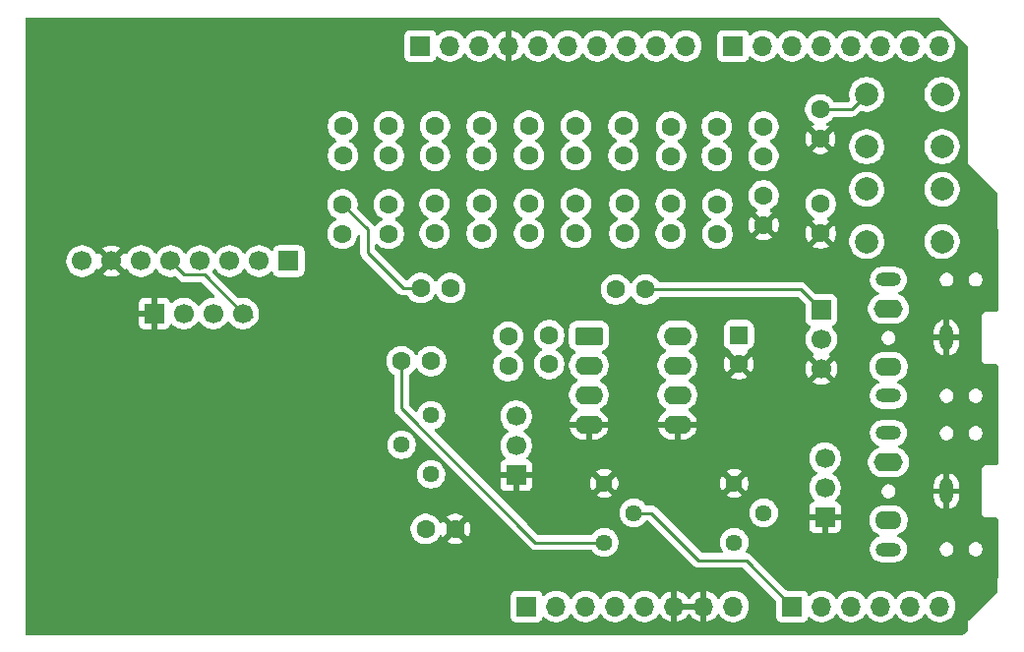
<source format=gbr>
%TF.GenerationSoftware,KiCad,Pcbnew,9.0.7*%
%TF.CreationDate,2026-02-04T17:26:36-07:00*%
%TF.ProjectId,Uno_Shield_DSP_Class_v1,556e6f5f-5368-4696-956c-645f4453505f,rev?*%
%TF.SameCoordinates,Original*%
%TF.FileFunction,Copper,L2,Bot*%
%TF.FilePolarity,Positive*%
%FSLAX46Y46*%
G04 Gerber Fmt 4.6, Leading zero omitted, Abs format (unit mm)*
G04 Created by KiCad (PCBNEW 9.0.7) date 2026-02-04 17:26:36*
%MOMM*%
%LPD*%
G01*
G04 APERTURE LIST*
G04 Aperture macros list*
%AMRoundRect*
0 Rectangle with rounded corners*
0 $1 Rounding radius*
0 $2 $3 $4 $5 $6 $7 $8 $9 X,Y pos of 4 corners*
0 Add a 4 corners polygon primitive as box body*
4,1,4,$2,$3,$4,$5,$6,$7,$8,$9,$2,$3,0*
0 Add four circle primitives for the rounded corners*
1,1,$1+$1,$2,$3*
1,1,$1+$1,$4,$5*
1,1,$1+$1,$6,$7*
1,1,$1+$1,$8,$9*
0 Add four rect primitives between the rounded corners*
20,1,$1+$1,$2,$3,$4,$5,0*
20,1,$1+$1,$4,$5,$6,$7,0*
20,1,$1+$1,$6,$7,$8,$9,0*
20,1,$1+$1,$8,$9,$2,$3,0*%
G04 Aperture macros list end*
%TA.AperFunction,ComponentPad*%
%ADD10R,1.700000X1.700000*%
%TD*%
%TA.AperFunction,ComponentPad*%
%ADD11O,1.700000X1.700000*%
%TD*%
%TA.AperFunction,ComponentPad*%
%ADD12C,1.600000*%
%TD*%
%TA.AperFunction,ComponentPad*%
%ADD13C,2.000000*%
%TD*%
%TA.AperFunction,ComponentPad*%
%ADD14C,1.700000*%
%TD*%
%TA.AperFunction,ComponentPad*%
%ADD15O,2.200000X1.200000*%
%TD*%
%TA.AperFunction,ComponentPad*%
%ADD16O,2.300000X1.600000*%
%TD*%
%TA.AperFunction,ComponentPad*%
%ADD17O,1.200000X2.200000*%
%TD*%
%TA.AperFunction,ComponentPad*%
%ADD18O,2.500000X1.600000*%
%TD*%
%TA.AperFunction,ComponentPad*%
%ADD19RoundRect,0.250000X-0.550000X0.550000X-0.550000X-0.550000X0.550000X-0.550000X0.550000X0.550000X0*%
%TD*%
%TA.AperFunction,ComponentPad*%
%ADD20C,1.440000*%
%TD*%
%TA.AperFunction,ComponentPad*%
%ADD21RoundRect,0.250000X-0.950000X-0.550000X0.950000X-0.550000X0.950000X0.550000X-0.950000X0.550000X0*%
%TD*%
%TA.AperFunction,ComponentPad*%
%ADD22O,2.400000X1.600000*%
%TD*%
%TA.AperFunction,Conductor*%
%ADD23C,0.250000*%
%TD*%
G04 APERTURE END LIST*
D10*
%TO.P,J1,1,Pin_1*%
%TO.N,unconnected-(J1-Pin_1-Pad1)*%
X127940000Y-97460000D03*
D11*
%TO.P,J1,2,Pin_2*%
%TO.N,/IOREF*%
X130480000Y-97460000D03*
%TO.P,J1,3,Pin_3*%
%TO.N,/~{RESET}*%
X133020000Y-97460000D03*
%TO.P,J1,4,Pin_4*%
%TO.N,+3V3*%
X135560000Y-97460000D03*
%TO.P,J1,5,Pin_5*%
%TO.N,+5V*%
X138100000Y-97460000D03*
%TO.P,J1,6,Pin_6*%
%TO.N,GND*%
X140640000Y-97460000D03*
%TO.P,J1,7,Pin_7*%
X143180000Y-97460000D03*
%TO.P,J1,8,Pin_8*%
%TO.N,VCC*%
X145720000Y-97460000D03*
%TD*%
D10*
%TO.P,J3,1,Pin_1*%
%TO.N,/A0*%
X150800000Y-97460000D03*
D11*
%TO.P,J3,2,Pin_2*%
%TO.N,/A1*%
X153340000Y-97460000D03*
%TO.P,J3,3,Pin_3*%
%TO.N,/IN_RIGHT*%
X155880000Y-97460000D03*
%TO.P,J3,4,Pin_4*%
%TO.N,/IN_LEFT*%
X158420000Y-97460000D03*
%TO.P,J3,5,Pin_5*%
%TO.N,/SDA{slash}A4*%
X160960000Y-97460000D03*
%TO.P,J3,6,Pin_6*%
%TO.N,/SCL{slash}A5*%
X163500000Y-97460000D03*
%TD*%
D10*
%TO.P,J2,1,Pin_1*%
%TO.N,/SCL*%
X118796000Y-49200000D03*
D11*
%TO.P,J2,2,Pin_2*%
%TO.N,/SDA*%
X121336000Y-49200000D03*
%TO.P,J2,3,Pin_3*%
%TO.N,/AREF*%
X123876000Y-49200000D03*
%TO.P,J2,4,Pin_4*%
%TO.N,GND*%
X126416000Y-49200000D03*
%TO.P,J2,5,Pin_5*%
%TO.N,/D9*%
X128956000Y-49200000D03*
%TO.P,J2,6,Pin_6*%
%TO.N,/D8*%
X131496000Y-49200000D03*
%TO.P,J2,7,Pin_7*%
%TO.N,/D7*%
X134036000Y-49200000D03*
%TO.P,J2,8,Pin_8*%
%TO.N,/D6*%
X136576000Y-49200000D03*
%TO.P,J2,9,Pin_9*%
%TO.N,/D5*%
X139116000Y-49200000D03*
%TO.P,J2,10,Pin_10*%
%TO.N,/D4*%
X141656000Y-49200000D03*
%TD*%
D10*
%TO.P,J4,1,Pin_1*%
%TO.N,/D3*%
X145720000Y-49200000D03*
D11*
%TO.P,J4,2,Pin_2*%
%TO.N,/D2*%
X148260000Y-49200000D03*
%TO.P,J4,3,Pin_3*%
%TO.N,/D1*%
X150800000Y-49200000D03*
%TO.P,J4,4,Pin_4*%
%TO.N,/D0*%
X153340000Y-49200000D03*
%TO.P,J4,5,Pin_5*%
%TO.N,/BT2*%
X155880000Y-49200000D03*
%TO.P,J4,6,Pin_6*%
%TO.N,/BT1*%
X158420000Y-49200000D03*
%TO.P,J4,7,Pin_7*%
%TO.N,/TX{slash}1*%
X160960000Y-49200000D03*
%TO.P,J4,8,Pin_8*%
%TO.N,/RX{slash}0*%
X163500000Y-49200000D03*
%TD*%
D12*
%TO.P,R9,1*%
%TO.N,Net-(R10-Pad1)*%
X136350000Y-62810000D03*
%TO.P,R9,2*%
%TO.N,Net-(R7-Pad1)*%
X136350000Y-65350000D03*
%TD*%
%TO.P,R13,1*%
%TO.N,Net-(R13-Pad1)*%
X128150000Y-62820000D03*
%TO.P,R13,2*%
%TO.N,Net-(R11-Pad1)*%
X128150000Y-65360000D03*
%TD*%
%TO.P,R14,1*%
%TO.N,Net-(R13-Pad1)*%
X128130000Y-58620000D03*
%TO.P,R14,2*%
%TO.N,/D5*%
X128130000Y-56080000D03*
%TD*%
%TO.P,R18,1*%
%TO.N,Net-(R17-Pad1)*%
X120050000Y-58670000D03*
%TO.P,R18,2*%
%TO.N,/D7*%
X120050000Y-56130000D03*
%TD*%
%TO.P,R4,1*%
%TO.N,Net-(R3-Pad2)*%
X148320000Y-58690000D03*
%TO.P,R4,2*%
%TO.N,/D0*%
X148320000Y-56150000D03*
%TD*%
%TO.P,R15,1*%
%TO.N,Net-(R15-Pad1)*%
X124070000Y-62810000D03*
%TO.P,R15,2*%
%TO.N,Net-(R13-Pad1)*%
X124070000Y-65350000D03*
%TD*%
%TO.P,R19,1*%
%TO.N,Net-(R19-Pad1)*%
X116080000Y-62840000D03*
%TO.P,R19,2*%
%TO.N,Net-(R17-Pad1)*%
X116080000Y-65380000D03*
%TD*%
%TO.P,C2,1*%
%TO.N,Net-(U1A--)*%
X129890000Y-76600000D03*
%TO.P,C2,2*%
%TO.N,Net-(C2-Pad2)*%
X129890000Y-74100000D03*
%TD*%
%TO.P,R7,1*%
%TO.N,Net-(R7-Pad1)*%
X140350000Y-62820000D03*
%TO.P,R7,2*%
%TO.N,Net-(R5-Pad1)*%
X140350000Y-65360000D03*
%TD*%
%TO.P,R21,1*%
%TO.N,Net-(R21-Pad1)*%
X112090000Y-62840000D03*
%TO.P,R21,2*%
%TO.N,Net-(R19-Pad1)*%
X112090000Y-65380000D03*
%TD*%
D13*
%TO.P,SW2,1,1*%
%TO.N,+5V*%
X163710000Y-66050000D03*
X157210000Y-66050000D03*
%TO.P,SW2,2,2*%
%TO.N,/BT2*%
X163710000Y-61550000D03*
X157210000Y-61550000D03*
%TD*%
D12*
%TO.P,R20,1*%
%TO.N,Net-(R19-Pad1)*%
X116090000Y-58670000D03*
%TO.P,R20,2*%
%TO.N,/D8*%
X116090000Y-56130000D03*
%TD*%
%TO.P,R6,1*%
%TO.N,Net-(R5-Pad1)*%
X144310000Y-58680000D03*
%TO.P,R6,2*%
%TO.N,/D1*%
X144310000Y-56140000D03*
%TD*%
D10*
%TO.P,J7,1,Pin_1*%
%TO.N,/AUDIO_OUT*%
X153310000Y-71920000D03*
D14*
%TO.P,J7,2,Pin_2*%
X153310000Y-74460000D03*
%TO.P,J7,3,Pin_3*%
%TO.N,GND*%
X153310000Y-77000000D03*
%TD*%
D12*
%TO.P,R10,1*%
%TO.N,Net-(R10-Pad1)*%
X136270000Y-58650000D03*
%TO.P,R10,2*%
%TO.N,/D3*%
X136270000Y-56110000D03*
%TD*%
D10*
%TO.P,J5,1,Pin_1*%
%TO.N,unconnected-(J5-Pin_1-Pad1)*%
X107460000Y-67730000D03*
D14*
%TO.P,J5,2,Pin_2*%
%TO.N,unconnected-(J5-Pin_2-Pad2)*%
X104920000Y-67730000D03*
%TO.P,J5,3,Pin_3*%
%TO.N,unconnected-(J5-Pin_3-Pad3)*%
X102380000Y-67730000D03*
%TO.P,J5,4,Pin_4*%
%TO.N,unconnected-(J5-Pin_4-Pad4)*%
X99840000Y-67730000D03*
%TO.P,J5,5,Pin_5*%
%TO.N,/SDA*%
X97300000Y-67730000D03*
%TO.P,J5,6,Pin_6*%
%TO.N,/SCL*%
X94760000Y-67730000D03*
%TO.P,J5,7,Pin_7*%
%TO.N,GND*%
X92220000Y-67730000D03*
%TO.P,J5,8,Pin_8*%
%TO.N,+5V*%
X89680000Y-67730000D03*
%TD*%
D12*
%TO.P,R26,1*%
%TO.N,Net-(R26-Pad1)*%
X119260000Y-90790000D03*
%TO.P,R26,2*%
%TO.N,GND*%
X121800000Y-90790000D03*
%TD*%
D15*
%TO.P,J11,R*%
%TO.N,/AUDIO_OUT*%
X159090000Y-79330000D03*
D16*
%TO.P,J11,RN*%
X159090000Y-76830000D03*
D17*
%TO.P,J11,S*%
%TO.N,GND*%
X164090000Y-74330000D03*
D15*
%TO.P,J11,T*%
%TO.N,/AUDIO_OUT*%
X159090000Y-69330000D03*
D18*
%TO.P,J11,TN*%
X159090000Y-71830000D03*
%TD*%
D12*
%TO.P,R5,1*%
%TO.N,Net-(R5-Pad1)*%
X144370000Y-62850000D03*
%TO.P,R5,2*%
%TO.N,Net-(R3-Pad2)*%
X144370000Y-65390000D03*
%TD*%
D19*
%TO.P,C1,1*%
%TO.N,+5V*%
X146210000Y-74107620D03*
D12*
%TO.P,C1,2*%
%TO.N,GND*%
X146210000Y-76607620D03*
%TD*%
%TO.P,R24,1*%
%TO.N,Net-(C2-Pad2)*%
X126360000Y-74240000D03*
%TO.P,R24,2*%
%TO.N,Net-(U1A--)*%
X126360000Y-76780000D03*
%TD*%
%TO.P,R12,1*%
%TO.N,Net-(R11-Pad1)*%
X132180000Y-58620000D03*
%TO.P,R12,2*%
%TO.N,/D4*%
X132180000Y-56080000D03*
%TD*%
D13*
%TO.P,SW1,1,1*%
%TO.N,+5V*%
X163710000Y-57870000D03*
X157210000Y-57870000D03*
%TO.P,SW1,2,2*%
%TO.N,/BT1*%
X163710000Y-53370000D03*
X157210000Y-53370000D03*
%TD*%
D12*
%TO.P,R11,1*%
%TO.N,Net-(R11-Pad1)*%
X132180000Y-62770000D03*
%TO.P,R11,2*%
%TO.N,Net-(R10-Pad1)*%
X132180000Y-65310000D03*
%TD*%
%TO.P,R22,1*%
%TO.N,Net-(R21-Pad1)*%
X112130000Y-58650000D03*
%TO.P,R22,2*%
%TO.N,/D9*%
X112130000Y-56110000D03*
%TD*%
D10*
%TO.P,J12,1,Pin_1*%
%TO.N,GND*%
X153620000Y-89780000D03*
D14*
%TO.P,J12,2,Pin_2*%
%TO.N,/IN_RIGHT*%
X153620000Y-87240000D03*
%TO.P,J12,3,Pin_3*%
%TO.N,/IN_LEFT*%
X153620000Y-84700000D03*
%TD*%
D12*
%TO.P,R1,1*%
%TO.N,/BT1*%
X153220000Y-54670000D03*
%TO.P,R1,2*%
%TO.N,GND*%
X153220000Y-57210000D03*
%TD*%
%TO.P,R27,1*%
%TO.N,/AUDIO_OUT*%
X138180000Y-70180000D03*
%TO.P,R27,2*%
%TO.N,Net-(C2-Pad2)*%
X135640000Y-70180000D03*
%TD*%
%TO.P,R17,1*%
%TO.N,Net-(R17-Pad1)*%
X120030000Y-62800000D03*
%TO.P,R17,2*%
%TO.N,Net-(R15-Pad1)*%
X120030000Y-65340000D03*
%TD*%
%TO.P,R25,1*%
%TO.N,+5V*%
X117180000Y-76360000D03*
%TO.P,R25,2*%
%TO.N,Net-(R25-Pad2)*%
X119720000Y-76360000D03*
%TD*%
%TO.P,R16,1*%
%TO.N,Net-(R15-Pad1)*%
X124070000Y-58650000D03*
%TO.P,R16,2*%
%TO.N,/D6*%
X124070000Y-56110000D03*
%TD*%
D20*
%TO.P,RV1,1,1*%
%TO.N,+5V*%
X134610000Y-91950000D03*
%TO.P,RV1,2,2*%
%TO.N,/A0*%
X137150000Y-89410000D03*
%TO.P,RV1,3,3*%
%TO.N,GND*%
X134610000Y-86870000D03*
%TD*%
D12*
%TO.P,R2,1*%
%TO.N,/BT2*%
X153260000Y-62810000D03*
%TO.P,R2,2*%
%TO.N,GND*%
X153260000Y-65350000D03*
%TD*%
D21*
%TO.P,U1,1*%
%TO.N,Net-(C2-Pad2)*%
X133300000Y-74170000D03*
D22*
%TO.P,U1,2,-*%
%TO.N,Net-(U1A--)*%
X133300000Y-76710000D03*
%TO.P,U1,3,+*%
%TO.N,Net-(J9-Pin_2)*%
X133300000Y-79250000D03*
%TO.P,U1,4,V-*%
%TO.N,GND*%
X133300000Y-81790000D03*
%TO.P,U1,5,+*%
X140920000Y-81790000D03*
%TO.P,U1,6,-*%
%TO.N,Net-(U1B--)*%
X140920000Y-79250000D03*
%TO.P,U1,7*%
X140920000Y-76710000D03*
%TO.P,U1,8,V+*%
%TO.N,+5V*%
X140920000Y-74170000D03*
%TD*%
D10*
%TO.P,J9,1,Pin_1*%
%TO.N,GND*%
X127040000Y-86170000D03*
D14*
%TO.P,J9,2,Pin_2*%
%TO.N,Net-(J9-Pin_2)*%
X127040000Y-83630000D03*
%TO.P,J9,3,Pin_3*%
%TO.N,Net-(J9-Pin_3)*%
X127040000Y-81090000D03*
%TD*%
D12*
%TO.P,R3,1*%
%TO.N,GND*%
X148340000Y-64610000D03*
%TO.P,R3,2*%
%TO.N,Net-(R3-Pad2)*%
X148340000Y-62070000D03*
%TD*%
D15*
%TO.P,J10,R*%
%TO.N,/IN_RIGHT*%
X159090000Y-92540000D03*
D16*
%TO.P,J10,RN*%
X159090000Y-90040000D03*
D17*
%TO.P,J10,S*%
%TO.N,GND*%
X164090000Y-87540000D03*
D15*
%TO.P,J10,T*%
%TO.N,/IN_LEFT*%
X159090000Y-82540000D03*
D18*
%TO.P,J10,TN*%
X159090000Y-85040000D03*
%TD*%
D20*
%TO.P,RV3,1,1*%
%TO.N,Net-(R25-Pad2)*%
X119705000Y-81000000D03*
%TO.P,RV3,2,2*%
%TO.N,Net-(J9-Pin_3)*%
X117165000Y-83540000D03*
%TO.P,RV3,3,3*%
%TO.N,Net-(R26-Pad1)*%
X119705000Y-86080000D03*
%TD*%
%TO.P,RV2,1,1*%
%TO.N,+5V*%
X145810000Y-91950000D03*
%TO.P,RV2,2,2*%
%TO.N,/A1*%
X148350000Y-89410000D03*
%TO.P,RV2,3,3*%
%TO.N,GND*%
X145810000Y-86870000D03*
%TD*%
D12*
%TO.P,R8,1*%
%TO.N,Net-(R7-Pad1)*%
X140370000Y-58690000D03*
%TO.P,R8,2*%
%TO.N,/D2*%
X140370000Y-56150000D03*
%TD*%
D10*
%TO.P,J6,1,Pin_1*%
%TO.N,GND*%
X95900000Y-72240000D03*
D14*
%TO.P,J6,2,Pin_2*%
%TO.N,+5V*%
X98440000Y-72240000D03*
%TO.P,J6,3,Pin_3*%
%TO.N,/SCL*%
X100980000Y-72240000D03*
%TO.P,J6,4,Pin_4*%
%TO.N,/SDA*%
X103520000Y-72240000D03*
%TD*%
D12*
%TO.P,R23,1*%
%TO.N,Net-(U1A--)*%
X121370000Y-70040000D03*
%TO.P,R23,2*%
%TO.N,Net-(R21-Pad1)*%
X118830000Y-70040000D03*
%TD*%
D23*
%TO.N,GND*%
X92220000Y-67730000D02*
X92032000Y-67730000D01*
X92032000Y-67730000D02*
X91762000Y-68000000D01*
%TO.N,+5V*%
X128712000Y-91950000D02*
X134610000Y-91950000D01*
X117180000Y-80418000D02*
X128712000Y-91950000D01*
X89532000Y-67730000D02*
X89262000Y-68000000D01*
X89680000Y-67730000D02*
X89532000Y-67730000D01*
X117180000Y-76360000D02*
X117180000Y-80418000D01*
%TO.N,/A0*%
X142762000Y-93500000D02*
X138672000Y-89410000D01*
X150800000Y-97460000D02*
X146840000Y-93500000D01*
X146840000Y-93500000D02*
X142762000Y-93500000D01*
X138672000Y-89410000D02*
X137150000Y-89410000D01*
%TO.N,/SCL*%
X94532000Y-67730000D02*
X94262000Y-68000000D01*
X94760000Y-67730000D02*
X94532000Y-67730000D01*
%TO.N,/SDA*%
X97032000Y-67730000D02*
X96762000Y-68000000D01*
X100186000Y-68906000D02*
X103520000Y-72240000D01*
X98476000Y-68906000D02*
X100186000Y-68906000D01*
X97300000Y-67730000D02*
X97032000Y-67730000D01*
X97300000Y-67730000D02*
X98476000Y-68906000D01*
X104002000Y-72240000D02*
X104262000Y-72500000D01*
X104002000Y-72240000D02*
X103520000Y-72240000D01*
%TO.N,unconnected-(J5-Pin_2-Pad2)*%
X104920000Y-67730000D02*
X105032000Y-67730000D01*
X105032000Y-67730000D02*
X105262000Y-67500000D01*
%TO.N,/BT1*%
X157210000Y-53370000D02*
X155910000Y-54670000D01*
X155910000Y-54670000D02*
X153220000Y-54670000D01*
%TO.N,/D7*%
X120050000Y-56130000D02*
X120050000Y-56288000D01*
X120050000Y-56288000D02*
X120262000Y-56500000D01*
%TO.N,/AUDIO_OUT*%
X151570000Y-70180000D02*
X153310000Y-71920000D01*
X138180000Y-70180000D02*
X151570000Y-70180000D01*
%TO.N,Net-(R21-Pad1)*%
X117302000Y-70040000D02*
X118830000Y-70040000D01*
X112250000Y-63000000D02*
X112262000Y-63000000D01*
X112612000Y-58650000D02*
X112762000Y-58500000D01*
X112090000Y-62840000D02*
X114262000Y-65012000D01*
X112090000Y-62840000D02*
X112250000Y-63000000D01*
X112130000Y-58650000D02*
X112612000Y-58650000D01*
X114262000Y-67000000D02*
X117302000Y-70040000D01*
X114262000Y-65012000D02*
X114262000Y-67000000D01*
%TD*%
%TA.AperFunction,Conductor*%
%TO.N,GND*%
G36*
X142714075Y-97267007D02*
G01*
X142680000Y-97394174D01*
X142680000Y-97525826D01*
X142714075Y-97652993D01*
X142746988Y-97710000D01*
X141073012Y-97710000D01*
X141105925Y-97652993D01*
X141140000Y-97525826D01*
X141140000Y-97394174D01*
X141105925Y-97267007D01*
X141073012Y-97210000D01*
X142746988Y-97210000D01*
X142714075Y-97267007D01*
G37*
%TD.AperFunction*%
%TA.AperFunction,Conductor*%
G36*
X163484404Y-46755185D02*
G01*
X163505046Y-46771819D01*
X165928181Y-49194954D01*
X165961666Y-49256277D01*
X165964500Y-49282635D01*
X165964500Y-59344982D01*
X165964500Y-59375018D01*
X165975994Y-59402767D01*
X165975995Y-59402768D01*
X168468319Y-61895093D01*
X168501804Y-61956416D01*
X168504638Y-61982565D01*
X168514500Y-67830319D01*
X168514500Y-71930500D01*
X168494815Y-71997539D01*
X168442011Y-72043294D01*
X168390500Y-72054500D01*
X167614531Y-72054500D01*
X167590000Y-72054500D01*
X167527399Y-72054500D01*
X167446775Y-72076103D01*
X167406463Y-72086905D01*
X167298037Y-72149504D01*
X167298034Y-72149506D01*
X167209506Y-72238034D01*
X167209504Y-72238037D01*
X167146905Y-72346463D01*
X167146905Y-72346464D01*
X167114500Y-72467399D01*
X167114500Y-72514982D01*
X167114500Y-76105469D01*
X167114500Y-76130000D01*
X167114500Y-76192601D01*
X167146905Y-76313536D01*
X167209505Y-76421964D01*
X167298036Y-76510495D01*
X167406464Y-76573095D01*
X167527399Y-76605500D01*
X167574982Y-76605500D01*
X168390500Y-76605500D01*
X168457539Y-76625185D01*
X168503294Y-76677989D01*
X168514500Y-76729500D01*
X168514500Y-85140500D01*
X168494815Y-85207539D01*
X168442011Y-85253294D01*
X168390500Y-85264500D01*
X167614531Y-85264500D01*
X167590000Y-85264500D01*
X167527399Y-85264500D01*
X167470703Y-85279692D01*
X167406463Y-85296905D01*
X167298037Y-85359504D01*
X167298034Y-85359506D01*
X167209506Y-85448034D01*
X167209504Y-85448037D01*
X167146905Y-85556463D01*
X167139257Y-85585006D01*
X167114500Y-85677399D01*
X167114500Y-85724982D01*
X167114500Y-89315469D01*
X167114500Y-89340000D01*
X167114500Y-89402601D01*
X167146905Y-89523536D01*
X167209505Y-89631964D01*
X167298036Y-89720495D01*
X167406464Y-89783095D01*
X167527399Y-89815500D01*
X167574982Y-89815500D01*
X168390500Y-89815500D01*
X168457539Y-89835185D01*
X168503294Y-89887989D01*
X168514500Y-89939500D01*
X168514500Y-94039532D01*
X168514499Y-94040109D01*
X168504882Y-96107556D01*
X168484885Y-96174503D01*
X168468564Y-96194660D01*
X165997233Y-98665994D01*
X165975995Y-98687231D01*
X165964500Y-98714982D01*
X165964500Y-99231907D01*
X165963903Y-99244062D01*
X165952505Y-99359778D01*
X165947763Y-99383618D01*
X165917832Y-99482290D01*
X165915789Y-99489024D01*
X165906486Y-99511482D01*
X165854561Y-99608627D01*
X165841056Y-99628839D01*
X165771176Y-99713988D01*
X165753988Y-99731176D01*
X165668839Y-99801056D01*
X165648627Y-99814561D01*
X165551482Y-99866486D01*
X165529028Y-99875787D01*
X165487028Y-99888528D01*
X165423618Y-99907763D01*
X165399778Y-99912505D01*
X165291162Y-99923203D01*
X165284060Y-99923903D01*
X165271907Y-99924500D01*
X84961500Y-99924500D01*
X84894461Y-99904815D01*
X84848706Y-99852011D01*
X84837500Y-99800500D01*
X84837500Y-96561345D01*
X126581500Y-96561345D01*
X126581500Y-98358654D01*
X126588011Y-98419202D01*
X126588011Y-98419204D01*
X126639111Y-98556204D01*
X126726739Y-98673261D01*
X126843796Y-98760889D01*
X126980799Y-98811989D01*
X127008050Y-98814918D01*
X127041345Y-98818499D01*
X127041362Y-98818500D01*
X128838638Y-98818500D01*
X128838654Y-98818499D01*
X128865692Y-98815591D01*
X128899201Y-98811989D01*
X129036204Y-98760889D01*
X129153261Y-98673261D01*
X129240889Y-98556204D01*
X129285957Y-98435371D01*
X129327827Y-98379442D01*
X129393291Y-98355025D01*
X129461564Y-98369877D01*
X129489818Y-98391028D01*
X129594996Y-98496206D01*
X129767991Y-98621894D01*
X129854542Y-98665994D01*
X129958516Y-98718972D01*
X129958519Y-98718973D01*
X130060200Y-98752010D01*
X130161884Y-98785049D01*
X130373084Y-98818500D01*
X130373085Y-98818500D01*
X130586915Y-98818500D01*
X130586916Y-98818500D01*
X130798116Y-98785049D01*
X131001483Y-98718972D01*
X131192009Y-98621894D01*
X131365004Y-98496206D01*
X131516206Y-98345004D01*
X131641894Y-98172009D01*
X131641896Y-98172004D01*
X131644270Y-98168132D01*
X131696080Y-98121254D01*
X131765009Y-98109829D01*
X131829173Y-98137483D01*
X131855730Y-98168132D01*
X131858103Y-98172005D01*
X131858105Y-98172008D01*
X131858106Y-98172009D01*
X131983794Y-98345004D01*
X132134996Y-98496206D01*
X132307991Y-98621894D01*
X132394542Y-98665994D01*
X132498516Y-98718972D01*
X132498519Y-98718973D01*
X132600200Y-98752010D01*
X132701884Y-98785049D01*
X132913084Y-98818500D01*
X132913085Y-98818500D01*
X133126915Y-98818500D01*
X133126916Y-98818500D01*
X133338116Y-98785049D01*
X133541483Y-98718972D01*
X133732009Y-98621894D01*
X133905004Y-98496206D01*
X134056206Y-98345004D01*
X134181894Y-98172009D01*
X134181896Y-98172004D01*
X134184270Y-98168132D01*
X134236080Y-98121254D01*
X134305009Y-98109829D01*
X134369173Y-98137483D01*
X134395730Y-98168132D01*
X134398103Y-98172005D01*
X134398105Y-98172008D01*
X134398106Y-98172009D01*
X134523794Y-98345004D01*
X134674996Y-98496206D01*
X134847991Y-98621894D01*
X134934542Y-98665994D01*
X135038516Y-98718972D01*
X135038519Y-98718973D01*
X135140200Y-98752010D01*
X135241884Y-98785049D01*
X135453084Y-98818500D01*
X135453085Y-98818500D01*
X135666915Y-98818500D01*
X135666916Y-98818500D01*
X135878116Y-98785049D01*
X136081483Y-98718972D01*
X136272009Y-98621894D01*
X136445004Y-98496206D01*
X136596206Y-98345004D01*
X136721894Y-98172009D01*
X136721896Y-98172004D01*
X136724270Y-98168132D01*
X136776080Y-98121254D01*
X136845009Y-98109829D01*
X136909173Y-98137483D01*
X136935730Y-98168132D01*
X136938103Y-98172005D01*
X136938105Y-98172008D01*
X136938106Y-98172009D01*
X137063794Y-98345004D01*
X137214996Y-98496206D01*
X137387991Y-98621894D01*
X137474542Y-98665994D01*
X137578516Y-98718972D01*
X137578519Y-98718973D01*
X137680200Y-98752010D01*
X137781884Y-98785049D01*
X137993084Y-98818500D01*
X137993085Y-98818500D01*
X138206915Y-98818500D01*
X138206916Y-98818500D01*
X138418116Y-98785049D01*
X138621483Y-98718972D01*
X138812009Y-98621894D01*
X138985004Y-98496206D01*
X139136206Y-98345004D01*
X139261894Y-98172009D01*
X139264283Y-98167319D01*
X139312254Y-98116522D01*
X139380074Y-98099724D01*
X139446210Y-98122258D01*
X139482201Y-98163788D01*
X139482832Y-98163402D01*
X139485164Y-98167207D01*
X139485251Y-98167308D01*
X139485376Y-98167554D01*
X139610272Y-98339459D01*
X139610276Y-98339464D01*
X139760535Y-98489723D01*
X139760540Y-98489727D01*
X139932442Y-98614620D01*
X140121782Y-98711095D01*
X140323871Y-98776757D01*
X140390000Y-98787231D01*
X140390000Y-97893012D01*
X140447007Y-97925925D01*
X140574174Y-97960000D01*
X140705826Y-97960000D01*
X140832993Y-97925925D01*
X140890000Y-97893012D01*
X140890000Y-98787230D01*
X140956126Y-98776757D01*
X140956129Y-98776757D01*
X141158217Y-98711095D01*
X141347557Y-98614620D01*
X141519459Y-98489727D01*
X141519464Y-98489723D01*
X141669723Y-98339464D01*
X141669727Y-98339459D01*
X141794620Y-98167558D01*
X141799514Y-98157954D01*
X141847488Y-98107157D01*
X141915308Y-98090361D01*
X141981444Y-98112897D01*
X142020486Y-98157954D01*
X142025379Y-98167558D01*
X142150272Y-98339459D01*
X142150276Y-98339464D01*
X142300535Y-98489723D01*
X142300540Y-98489727D01*
X142472442Y-98614620D01*
X142661782Y-98711095D01*
X142863871Y-98776757D01*
X142930000Y-98787231D01*
X142930000Y-97893012D01*
X142987007Y-97925925D01*
X143114174Y-97960000D01*
X143245826Y-97960000D01*
X143372993Y-97925925D01*
X143430000Y-97893012D01*
X143430000Y-98787230D01*
X143496126Y-98776757D01*
X143496129Y-98776757D01*
X143698217Y-98711095D01*
X143887557Y-98614620D01*
X144059459Y-98489727D01*
X144059464Y-98489723D01*
X144209723Y-98339464D01*
X144209727Y-98339459D01*
X144334619Y-98167560D01*
X144334738Y-98167327D01*
X144334808Y-98167252D01*
X144337168Y-98163402D01*
X144337976Y-98163897D01*
X144382707Y-98116526D01*
X144450526Y-98099723D01*
X144516663Y-98122254D01*
X144555712Y-98167311D01*
X144558105Y-98172008D01*
X144600002Y-98229674D01*
X144683794Y-98345004D01*
X144834996Y-98496206D01*
X145007991Y-98621894D01*
X145094542Y-98665994D01*
X145198516Y-98718972D01*
X145198519Y-98718973D01*
X145300200Y-98752010D01*
X145401884Y-98785049D01*
X145613084Y-98818500D01*
X145613085Y-98818500D01*
X145826915Y-98818500D01*
X145826916Y-98818500D01*
X146038116Y-98785049D01*
X146241483Y-98718972D01*
X146432009Y-98621894D01*
X146605004Y-98496206D01*
X146756206Y-98345004D01*
X146881894Y-98172009D01*
X146978972Y-97981483D01*
X147045049Y-97778116D01*
X147078500Y-97566916D01*
X147078500Y-97353084D01*
X147045049Y-97141884D01*
X147012010Y-97040200D01*
X146978973Y-96938519D01*
X146978972Y-96938516D01*
X146923495Y-96829638D01*
X146881894Y-96747991D01*
X146756206Y-96574996D01*
X146605004Y-96423794D01*
X146432009Y-96298106D01*
X146241483Y-96201027D01*
X146241480Y-96201026D01*
X146038117Y-96134951D01*
X145932516Y-96118225D01*
X145826916Y-96101500D01*
X145613084Y-96101500D01*
X145542684Y-96112650D01*
X145401882Y-96134951D01*
X145198519Y-96201026D01*
X145198516Y-96201027D01*
X145007990Y-96298106D01*
X144834993Y-96423796D01*
X144683796Y-96574993D01*
X144558103Y-96747994D01*
X144555709Y-96752693D01*
X144507731Y-96803485D01*
X144439908Y-96820275D01*
X144373775Y-96797732D01*
X144337800Y-96756210D01*
X144337168Y-96756598D01*
X144334829Y-96752781D01*
X144334743Y-96752682D01*
X144334620Y-96752441D01*
X144209727Y-96580540D01*
X144209723Y-96580535D01*
X144059464Y-96430276D01*
X144059459Y-96430272D01*
X143887557Y-96305379D01*
X143698215Y-96208903D01*
X143496124Y-96143241D01*
X143430000Y-96132768D01*
X143430000Y-97026988D01*
X143372993Y-96994075D01*
X143245826Y-96960000D01*
X143114174Y-96960000D01*
X142987007Y-96994075D01*
X142930000Y-97026988D01*
X142930000Y-96132768D01*
X142929999Y-96132768D01*
X142863875Y-96143241D01*
X142661784Y-96208903D01*
X142472442Y-96305379D01*
X142300540Y-96430272D01*
X142300535Y-96430276D01*
X142150276Y-96580535D01*
X142150272Y-96580540D01*
X142025377Y-96752444D01*
X142020484Y-96762048D01*
X141972509Y-96812844D01*
X141904688Y-96829638D01*
X141838553Y-96807100D01*
X141799516Y-96762048D01*
X141794622Y-96752444D01*
X141669727Y-96580540D01*
X141669723Y-96580535D01*
X141519464Y-96430276D01*
X141519459Y-96430272D01*
X141347557Y-96305379D01*
X141158215Y-96208903D01*
X140956124Y-96143241D01*
X140890000Y-96132768D01*
X140890000Y-97026988D01*
X140832993Y-96994075D01*
X140705826Y-96960000D01*
X140574174Y-96960000D01*
X140447007Y-96994075D01*
X140390000Y-97026988D01*
X140390000Y-96132768D01*
X140389999Y-96132768D01*
X140323875Y-96143241D01*
X140121784Y-96208903D01*
X139932442Y-96305379D01*
X139760540Y-96430272D01*
X139760535Y-96430276D01*
X139610276Y-96580535D01*
X139610272Y-96580540D01*
X139485376Y-96752446D01*
X139485374Y-96752448D01*
X139485246Y-96752701D01*
X139485172Y-96752779D01*
X139482832Y-96756598D01*
X139482029Y-96756106D01*
X139437264Y-96803489D01*
X139369441Y-96820274D01*
X139303309Y-96797727D01*
X139264285Y-96752683D01*
X139261895Y-96747992D01*
X139230472Y-96704742D01*
X139136206Y-96574996D01*
X138985004Y-96423794D01*
X138812009Y-96298106D01*
X138621483Y-96201027D01*
X138621480Y-96201026D01*
X138418117Y-96134951D01*
X138312516Y-96118225D01*
X138206916Y-96101500D01*
X137993084Y-96101500D01*
X137922684Y-96112650D01*
X137781882Y-96134951D01*
X137578519Y-96201026D01*
X137578516Y-96201027D01*
X137387990Y-96298106D01*
X137214993Y-96423796D01*
X137063796Y-96574993D01*
X136938105Y-96747991D01*
X136935727Y-96751873D01*
X136883914Y-96798748D01*
X136814984Y-96810169D01*
X136750822Y-96782512D01*
X136724273Y-96751873D01*
X136721894Y-96747991D01*
X136721893Y-96747990D01*
X136596206Y-96574996D01*
X136445004Y-96423794D01*
X136272009Y-96298106D01*
X136081483Y-96201027D01*
X136081480Y-96201026D01*
X135878117Y-96134951D01*
X135772516Y-96118225D01*
X135666916Y-96101500D01*
X135453084Y-96101500D01*
X135382684Y-96112650D01*
X135241882Y-96134951D01*
X135038519Y-96201026D01*
X135038516Y-96201027D01*
X134847990Y-96298106D01*
X134674993Y-96423796D01*
X134523796Y-96574993D01*
X134398105Y-96747991D01*
X134395727Y-96751873D01*
X134343914Y-96798748D01*
X134274984Y-96810169D01*
X134210822Y-96782512D01*
X134184273Y-96751873D01*
X134181894Y-96747991D01*
X134181893Y-96747990D01*
X134056206Y-96574996D01*
X133905004Y-96423794D01*
X133732009Y-96298106D01*
X133541483Y-96201027D01*
X133541480Y-96201026D01*
X133338117Y-96134951D01*
X133232516Y-96118225D01*
X133126916Y-96101500D01*
X132913084Y-96101500D01*
X132842684Y-96112650D01*
X132701882Y-96134951D01*
X132498519Y-96201026D01*
X132498516Y-96201027D01*
X132307990Y-96298106D01*
X132134993Y-96423796D01*
X131983796Y-96574993D01*
X131858105Y-96747991D01*
X131855727Y-96751873D01*
X131803914Y-96798748D01*
X131734984Y-96810169D01*
X131670822Y-96782512D01*
X131644273Y-96751873D01*
X131641894Y-96747991D01*
X131641893Y-96747990D01*
X131516206Y-96574996D01*
X131365004Y-96423794D01*
X131192009Y-96298106D01*
X131001483Y-96201027D01*
X131001480Y-96201026D01*
X130798117Y-96134951D01*
X130692516Y-96118225D01*
X130586916Y-96101500D01*
X130373084Y-96101500D01*
X130302684Y-96112650D01*
X130161882Y-96134951D01*
X129958519Y-96201026D01*
X129958516Y-96201027D01*
X129767990Y-96298106D01*
X129594997Y-96423793D01*
X129489818Y-96528972D01*
X129428495Y-96562456D01*
X129358803Y-96557472D01*
X129302870Y-96515600D01*
X129285958Y-96484629D01*
X129240889Y-96363796D01*
X129153261Y-96246739D01*
X129036204Y-96159111D01*
X129034780Y-96158580D01*
X128899203Y-96108011D01*
X128838654Y-96101500D01*
X128838638Y-96101500D01*
X127041362Y-96101500D01*
X127041345Y-96101500D01*
X126980797Y-96108011D01*
X126980795Y-96108011D01*
X126843795Y-96159111D01*
X126726739Y-96246739D01*
X126639111Y-96363795D01*
X126588011Y-96500795D01*
X126588011Y-96500797D01*
X126581500Y-96561345D01*
X84837500Y-96561345D01*
X84837500Y-90687019D01*
X117951500Y-90687019D01*
X117951500Y-90892980D01*
X117983719Y-91096408D01*
X118047367Y-91292294D01*
X118111671Y-91418496D01*
X118138602Y-91471350D01*
X118140873Y-91475806D01*
X118261926Y-91642423D01*
X118261930Y-91642428D01*
X118407571Y-91788069D01*
X118407576Y-91788073D01*
X118497375Y-91853315D01*
X118574197Y-91909129D01*
X118672111Y-91959019D01*
X118757705Y-92002632D01*
X118757707Y-92002632D01*
X118757710Y-92002634D01*
X118862707Y-92036749D01*
X118953591Y-92066280D01*
X119055305Y-92082390D01*
X119157019Y-92098500D01*
X119157020Y-92098500D01*
X119362980Y-92098500D01*
X119362981Y-92098500D01*
X119566408Y-92066280D01*
X119762290Y-92002634D01*
X119945803Y-91909129D01*
X120112430Y-91788068D01*
X120258068Y-91642430D01*
X120379129Y-91475803D01*
X120424284Y-91387180D01*
X120472258Y-91336384D01*
X120540079Y-91319589D01*
X120606214Y-91342126D01*
X120645254Y-91387180D01*
X120688141Y-91471350D01*
X120688147Y-91471359D01*
X120720523Y-91515921D01*
X120720524Y-91515922D01*
X121400000Y-90836446D01*
X121400000Y-90842661D01*
X121427259Y-90944394D01*
X121479920Y-91035606D01*
X121554394Y-91110080D01*
X121645606Y-91162741D01*
X121747339Y-91190000D01*
X121753553Y-91190000D01*
X121074076Y-91869474D01*
X121118650Y-91901859D01*
X121300968Y-91994755D01*
X121495582Y-92057990D01*
X121697683Y-92090000D01*
X121902317Y-92090000D01*
X122104417Y-92057990D01*
X122299031Y-91994755D01*
X122481349Y-91901859D01*
X122525921Y-91869474D01*
X121846447Y-91190000D01*
X121852661Y-91190000D01*
X121954394Y-91162741D01*
X122045606Y-91110080D01*
X122120080Y-91035606D01*
X122172741Y-90944394D01*
X122200000Y-90842661D01*
X122200000Y-90836447D01*
X122879474Y-91515921D01*
X122911859Y-91471349D01*
X123004755Y-91289031D01*
X123067990Y-91094417D01*
X123100000Y-90892317D01*
X123100000Y-90687682D01*
X123067990Y-90485582D01*
X123004755Y-90290968D01*
X122911859Y-90108650D01*
X122879474Y-90064077D01*
X122879474Y-90064076D01*
X122200000Y-90743551D01*
X122200000Y-90737339D01*
X122172741Y-90635606D01*
X122120080Y-90544394D01*
X122045606Y-90469920D01*
X121954394Y-90417259D01*
X121852661Y-90390000D01*
X121846446Y-90390000D01*
X122525922Y-89710524D01*
X122525921Y-89710523D01*
X122481359Y-89678147D01*
X122481350Y-89678141D01*
X122299031Y-89585244D01*
X122104417Y-89522009D01*
X121902317Y-89490000D01*
X121697683Y-89490000D01*
X121495582Y-89522009D01*
X121300968Y-89585244D01*
X121118644Y-89678143D01*
X121074077Y-89710523D01*
X121074077Y-89710524D01*
X121753554Y-90390000D01*
X121747339Y-90390000D01*
X121645606Y-90417259D01*
X121554394Y-90469920D01*
X121479920Y-90544394D01*
X121427259Y-90635606D01*
X121400000Y-90737339D01*
X121400000Y-90743553D01*
X120720524Y-90064077D01*
X120720523Y-90064077D01*
X120688143Y-90108645D01*
X120688141Y-90108648D01*
X120645253Y-90192820D01*
X120597279Y-90243615D01*
X120529457Y-90260410D01*
X120463323Y-90237872D01*
X120424284Y-90192819D01*
X120417803Y-90180099D01*
X120379129Y-90104197D01*
X120342570Y-90053877D01*
X120258073Y-89937576D01*
X120258069Y-89937571D01*
X120112428Y-89791930D01*
X120112423Y-89791926D01*
X119945806Y-89670873D01*
X119945805Y-89670872D01*
X119945803Y-89670871D01*
X119869440Y-89631962D01*
X119762294Y-89577367D01*
X119566408Y-89513719D01*
X119390794Y-89485905D01*
X119362981Y-89481500D01*
X119157019Y-89481500D01*
X119132550Y-89485375D01*
X118953591Y-89513719D01*
X118757705Y-89577367D01*
X118574193Y-89670873D01*
X118407576Y-89791926D01*
X118407571Y-89791930D01*
X118261930Y-89937571D01*
X118261926Y-89937576D01*
X118140873Y-90104193D01*
X118047367Y-90287705D01*
X117983719Y-90483591D01*
X117951500Y-90687019D01*
X84837500Y-90687019D01*
X84837500Y-85983315D01*
X118476500Y-85983315D01*
X118476500Y-86176684D01*
X118506750Y-86367675D01*
X118566502Y-86551577D01*
X118566503Y-86551580D01*
X118609480Y-86635925D01*
X118651563Y-86718519D01*
X118654294Y-86723877D01*
X118767946Y-86880307D01*
X118767950Y-86880312D01*
X118904687Y-87017049D01*
X118904692Y-87017053D01*
X119040340Y-87115606D01*
X119061126Y-87130708D01*
X119140773Y-87171290D01*
X119233419Y-87218496D01*
X119233422Y-87218497D01*
X119308039Y-87242741D01*
X119417326Y-87278250D01*
X119608315Y-87308500D01*
X119608316Y-87308500D01*
X119801684Y-87308500D01*
X119801685Y-87308500D01*
X119992674Y-87278250D01*
X120176580Y-87218496D01*
X120348874Y-87130708D01*
X120505314Y-87017048D01*
X120642048Y-86880314D01*
X120755708Y-86723874D01*
X120843496Y-86551580D01*
X120903250Y-86367674D01*
X120933500Y-86176685D01*
X120933500Y-85983315D01*
X120903250Y-85792326D01*
X120873373Y-85700373D01*
X120843497Y-85608422D01*
X120843496Y-85608419D01*
X120809801Y-85542290D01*
X120755708Y-85436126D01*
X120716941Y-85382767D01*
X120642053Y-85279692D01*
X120642049Y-85279687D01*
X120505312Y-85142950D01*
X120505307Y-85142946D01*
X120348877Y-85029294D01*
X120348876Y-85029293D01*
X120348874Y-85029292D01*
X120268815Y-84988500D01*
X120176580Y-84941503D01*
X120176577Y-84941502D01*
X119992675Y-84881750D01*
X119897179Y-84866625D01*
X119801685Y-84851500D01*
X119608315Y-84851500D01*
X119544652Y-84861583D01*
X119417324Y-84881750D01*
X119233422Y-84941502D01*
X119233419Y-84941503D01*
X119061122Y-85029294D01*
X118904692Y-85142946D01*
X118904687Y-85142950D01*
X118767950Y-85279687D01*
X118767946Y-85279692D01*
X118654294Y-85436122D01*
X118566503Y-85608419D01*
X118566502Y-85608422D01*
X118506750Y-85792324D01*
X118476500Y-85983315D01*
X84837500Y-85983315D01*
X84837500Y-83443315D01*
X115936500Y-83443315D01*
X115936500Y-83636685D01*
X115951517Y-83731500D01*
X115966750Y-83827675D01*
X116026502Y-84011577D01*
X116026503Y-84011580D01*
X116086166Y-84128675D01*
X116111563Y-84178519D01*
X116114294Y-84183877D01*
X116227946Y-84340307D01*
X116227950Y-84340312D01*
X116364687Y-84477049D01*
X116364692Y-84477053D01*
X116448173Y-84537705D01*
X116521126Y-84590708D01*
X116633756Y-84648095D01*
X116693419Y-84678496D01*
X116693422Y-84678497D01*
X116785373Y-84708373D01*
X116877326Y-84738250D01*
X117068315Y-84768500D01*
X117068316Y-84768500D01*
X117261684Y-84768500D01*
X117261685Y-84768500D01*
X117452674Y-84738250D01*
X117636580Y-84678496D01*
X117808874Y-84590708D01*
X117965314Y-84477048D01*
X118102048Y-84340314D01*
X118215708Y-84183874D01*
X118303496Y-84011580D01*
X118363250Y-83827674D01*
X118393500Y-83636685D01*
X118393500Y-83443315D01*
X118363250Y-83252326D01*
X118316524Y-83108516D01*
X118303497Y-83068422D01*
X118303496Y-83068419D01*
X118251062Y-82965513D01*
X118215708Y-82896126D01*
X118145559Y-82799574D01*
X118102053Y-82739692D01*
X118102049Y-82739687D01*
X117965312Y-82602950D01*
X117965307Y-82602946D01*
X117808877Y-82489294D01*
X117808876Y-82489293D01*
X117808874Y-82489292D01*
X117710520Y-82439178D01*
X117636580Y-82401503D01*
X117636577Y-82401502D01*
X117452675Y-82341750D01*
X117357179Y-82326625D01*
X117261685Y-82311500D01*
X117068315Y-82311500D01*
X117004652Y-82321583D01*
X116877324Y-82341750D01*
X116693422Y-82401502D01*
X116693419Y-82401503D01*
X116521122Y-82489294D01*
X116364692Y-82602946D01*
X116364687Y-82602950D01*
X116227950Y-82739687D01*
X116227946Y-82739692D01*
X116114294Y-82896122D01*
X116026503Y-83068419D01*
X116026502Y-83068422D01*
X115966750Y-83252324D01*
X115957317Y-83311882D01*
X115936500Y-83443315D01*
X84837500Y-83443315D01*
X84837500Y-76257019D01*
X115871500Y-76257019D01*
X115871500Y-76462981D01*
X115873181Y-76473592D01*
X115903719Y-76666408D01*
X115967367Y-76862294D01*
X116020485Y-76966541D01*
X116045893Y-77016408D01*
X116060873Y-77045806D01*
X116181926Y-77212423D01*
X116181930Y-77212428D01*
X116181932Y-77212430D01*
X116327570Y-77358068D01*
X116494197Y-77479129D01*
X116494202Y-77479131D01*
X116495385Y-77479991D01*
X116538051Y-77535321D01*
X116546500Y-77580310D01*
X116546500Y-80480398D01*
X116570843Y-80602777D01*
X116570845Y-80602785D01*
X116618598Y-80718072D01*
X116618603Y-80718081D01*
X116687928Y-80821832D01*
X116687931Y-80821836D01*
X128308161Y-92442067D01*
X128308168Y-92442073D01*
X128411923Y-92511399D01*
X128411924Y-92511399D01*
X128411925Y-92511400D01*
X128527215Y-92559155D01*
X128649601Y-92583499D01*
X128649605Y-92583500D01*
X128649606Y-92583500D01*
X128774394Y-92583500D01*
X133488573Y-92583500D01*
X133555612Y-92603185D01*
X133588891Y-92634615D01*
X133672946Y-92750307D01*
X133672950Y-92750312D01*
X133809687Y-92887049D01*
X133809692Y-92887053D01*
X133917684Y-92965513D01*
X133966126Y-93000708D01*
X134078756Y-93058095D01*
X134138419Y-93088496D01*
X134138422Y-93088497D01*
X134172524Y-93099577D01*
X134322326Y-93148250D01*
X134513315Y-93178500D01*
X134513316Y-93178500D01*
X134706684Y-93178500D01*
X134706685Y-93178500D01*
X134897674Y-93148250D01*
X135081580Y-93088496D01*
X135253874Y-93000708D01*
X135410314Y-92887048D01*
X135547048Y-92750314D01*
X135660708Y-92593874D01*
X135748496Y-92421580D01*
X135808250Y-92237674D01*
X135838500Y-92046685D01*
X135838500Y-91853315D01*
X135808250Y-91662326D01*
X135759638Y-91512711D01*
X135748497Y-91478422D01*
X135748496Y-91478419D01*
X135718095Y-91418756D01*
X135660708Y-91306126D01*
X135621844Y-91252634D01*
X135547053Y-91149692D01*
X135547049Y-91149687D01*
X135410312Y-91012950D01*
X135410307Y-91012946D01*
X135253877Y-90899294D01*
X135253876Y-90899293D01*
X135253874Y-90899292D01*
X135198675Y-90871166D01*
X135081580Y-90811503D01*
X135081577Y-90811502D01*
X134897675Y-90751750D01*
X134802179Y-90736625D01*
X134706685Y-90721500D01*
X134513315Y-90721500D01*
X134449652Y-90731583D01*
X134322324Y-90751750D01*
X134138422Y-90811502D01*
X134138419Y-90811503D01*
X133966122Y-90899294D01*
X133809692Y-91012946D01*
X133809687Y-91012950D01*
X133672950Y-91149687D01*
X133672946Y-91149692D01*
X133588891Y-91265385D01*
X133533561Y-91308051D01*
X133488573Y-91316500D01*
X129025767Y-91316500D01*
X128958728Y-91296815D01*
X128938086Y-91280181D01*
X128004313Y-90346408D01*
X126971220Y-89313315D01*
X135921500Y-89313315D01*
X135921500Y-89506684D01*
X135951750Y-89697675D01*
X136011502Y-89881577D01*
X136011503Y-89881580D01*
X136058081Y-89972993D01*
X136098311Y-90051949D01*
X136099294Y-90053877D01*
X136212946Y-90210307D01*
X136212950Y-90210312D01*
X136349687Y-90347049D01*
X136349692Y-90347053D01*
X136446323Y-90417259D01*
X136506126Y-90460708D01*
X136618756Y-90518095D01*
X136678419Y-90548496D01*
X136678422Y-90548497D01*
X136770373Y-90578373D01*
X136862326Y-90608250D01*
X137053315Y-90638500D01*
X137053316Y-90638500D01*
X137246684Y-90638500D01*
X137246685Y-90638500D01*
X137437674Y-90608250D01*
X137621580Y-90548496D01*
X137793874Y-90460708D01*
X137950314Y-90347048D01*
X138087048Y-90210314D01*
X138099759Y-90192819D01*
X138171109Y-90094615D01*
X138175440Y-90091274D01*
X138177714Y-90086297D01*
X138202816Y-90070164D01*
X138226439Y-90051949D01*
X138233110Y-90050696D01*
X138236492Y-90048523D01*
X138271427Y-90043500D01*
X138358234Y-90043500D01*
X138425273Y-90063185D01*
X138445915Y-90079819D01*
X142269929Y-93903833D01*
X142358167Y-93992071D01*
X142358168Y-93992072D01*
X142461918Y-94061396D01*
X142461924Y-94061399D01*
X142461925Y-94061400D01*
X142577215Y-94109155D01*
X142699601Y-94133499D01*
X142699605Y-94133500D01*
X142699606Y-94133500D01*
X146526234Y-94133500D01*
X146593273Y-94153185D01*
X146613915Y-94169819D01*
X149405181Y-96961085D01*
X149438666Y-97022408D01*
X149441500Y-97048766D01*
X149441500Y-98358654D01*
X149448011Y-98419202D01*
X149448011Y-98419204D01*
X149499111Y-98556204D01*
X149586739Y-98673261D01*
X149703796Y-98760889D01*
X149840799Y-98811989D01*
X149868050Y-98814918D01*
X149901345Y-98818499D01*
X149901362Y-98818500D01*
X151698638Y-98818500D01*
X151698654Y-98818499D01*
X151725692Y-98815591D01*
X151759201Y-98811989D01*
X151896204Y-98760889D01*
X152013261Y-98673261D01*
X152100889Y-98556204D01*
X152145957Y-98435371D01*
X152187827Y-98379442D01*
X152253291Y-98355025D01*
X152321564Y-98369877D01*
X152349818Y-98391028D01*
X152454996Y-98496206D01*
X152627991Y-98621894D01*
X152714542Y-98665994D01*
X152818516Y-98718972D01*
X152818519Y-98718973D01*
X152920200Y-98752010D01*
X153021884Y-98785049D01*
X153233084Y-98818500D01*
X153233085Y-98818500D01*
X153446915Y-98818500D01*
X153446916Y-98818500D01*
X153658116Y-98785049D01*
X153861483Y-98718972D01*
X154052009Y-98621894D01*
X154225004Y-98496206D01*
X154376206Y-98345004D01*
X154501894Y-98172009D01*
X154501896Y-98172004D01*
X154504270Y-98168132D01*
X154556080Y-98121254D01*
X154625009Y-98109829D01*
X154689173Y-98137483D01*
X154715730Y-98168132D01*
X154718103Y-98172005D01*
X154718105Y-98172008D01*
X154718106Y-98172009D01*
X154843794Y-98345004D01*
X154994996Y-98496206D01*
X155167991Y-98621894D01*
X155254542Y-98665994D01*
X155358516Y-98718972D01*
X155358519Y-98718973D01*
X155460200Y-98752010D01*
X155561884Y-98785049D01*
X155773084Y-98818500D01*
X155773085Y-98818500D01*
X155986915Y-98818500D01*
X155986916Y-98818500D01*
X156198116Y-98785049D01*
X156401483Y-98718972D01*
X156592009Y-98621894D01*
X156765004Y-98496206D01*
X156916206Y-98345004D01*
X157041894Y-98172009D01*
X157041896Y-98172004D01*
X157044270Y-98168132D01*
X157096080Y-98121254D01*
X157165009Y-98109829D01*
X157229173Y-98137483D01*
X157255730Y-98168132D01*
X157258103Y-98172005D01*
X157258105Y-98172008D01*
X157258106Y-98172009D01*
X157383794Y-98345004D01*
X157534996Y-98496206D01*
X157707991Y-98621894D01*
X157794542Y-98665994D01*
X157898516Y-98718972D01*
X157898519Y-98718973D01*
X158000200Y-98752010D01*
X158101884Y-98785049D01*
X158313084Y-98818500D01*
X158313085Y-98818500D01*
X158526915Y-98818500D01*
X158526916Y-98818500D01*
X158738116Y-98785049D01*
X158941483Y-98718972D01*
X159132009Y-98621894D01*
X159305004Y-98496206D01*
X159456206Y-98345004D01*
X159581894Y-98172009D01*
X159581896Y-98172004D01*
X159584270Y-98168132D01*
X159636080Y-98121254D01*
X159705009Y-98109829D01*
X159769173Y-98137483D01*
X159795730Y-98168132D01*
X159798103Y-98172005D01*
X159798105Y-98172008D01*
X159798106Y-98172009D01*
X159923794Y-98345004D01*
X160074996Y-98496206D01*
X160247991Y-98621894D01*
X160334542Y-98665994D01*
X160438516Y-98718972D01*
X160438519Y-98718973D01*
X160540200Y-98752010D01*
X160641884Y-98785049D01*
X160853084Y-98818500D01*
X160853085Y-98818500D01*
X161066915Y-98818500D01*
X161066916Y-98818500D01*
X161278116Y-98785049D01*
X161481483Y-98718972D01*
X161672009Y-98621894D01*
X161845004Y-98496206D01*
X161996206Y-98345004D01*
X162121894Y-98172009D01*
X162121896Y-98172004D01*
X162124270Y-98168132D01*
X162176080Y-98121254D01*
X162245009Y-98109829D01*
X162309173Y-98137483D01*
X162335730Y-98168132D01*
X162338103Y-98172005D01*
X162338105Y-98172008D01*
X162338106Y-98172009D01*
X162463794Y-98345004D01*
X162614996Y-98496206D01*
X162787991Y-98621894D01*
X162874542Y-98665994D01*
X162978516Y-98718972D01*
X162978519Y-98718973D01*
X163080200Y-98752010D01*
X163181884Y-98785049D01*
X163393084Y-98818500D01*
X163393085Y-98818500D01*
X163606915Y-98818500D01*
X163606916Y-98818500D01*
X163818116Y-98785049D01*
X164021483Y-98718972D01*
X164212009Y-98621894D01*
X164385004Y-98496206D01*
X164536206Y-98345004D01*
X164661894Y-98172009D01*
X164758972Y-97981483D01*
X164825049Y-97778116D01*
X164858500Y-97566916D01*
X164858500Y-97353084D01*
X164825049Y-97141884D01*
X164792010Y-97040200D01*
X164758973Y-96938519D01*
X164758972Y-96938516D01*
X164703495Y-96829638D01*
X164661894Y-96747991D01*
X164536206Y-96574996D01*
X164385004Y-96423794D01*
X164212009Y-96298106D01*
X164021483Y-96201027D01*
X164021480Y-96201026D01*
X163818117Y-96134951D01*
X163712516Y-96118225D01*
X163606916Y-96101500D01*
X163393084Y-96101500D01*
X163322684Y-96112650D01*
X163181882Y-96134951D01*
X162978519Y-96201026D01*
X162978516Y-96201027D01*
X162787990Y-96298106D01*
X162614993Y-96423796D01*
X162463796Y-96574993D01*
X162338105Y-96747991D01*
X162335727Y-96751873D01*
X162283914Y-96798748D01*
X162214984Y-96810169D01*
X162150822Y-96782512D01*
X162124273Y-96751873D01*
X162121894Y-96747991D01*
X162121893Y-96747990D01*
X161996206Y-96574996D01*
X161845004Y-96423794D01*
X161672009Y-96298106D01*
X161481483Y-96201027D01*
X161481480Y-96201026D01*
X161278117Y-96134951D01*
X161172516Y-96118225D01*
X161066916Y-96101500D01*
X160853084Y-96101500D01*
X160782684Y-96112650D01*
X160641882Y-96134951D01*
X160438519Y-96201026D01*
X160438516Y-96201027D01*
X160247990Y-96298106D01*
X160074993Y-96423796D01*
X159923796Y-96574993D01*
X159798105Y-96747991D01*
X159795727Y-96751873D01*
X159743914Y-96798748D01*
X159674984Y-96810169D01*
X159610822Y-96782512D01*
X159584273Y-96751873D01*
X159581894Y-96747991D01*
X159581893Y-96747990D01*
X159456206Y-96574996D01*
X159305004Y-96423794D01*
X159132009Y-96298106D01*
X158941483Y-96201027D01*
X158941480Y-96201026D01*
X158738117Y-96134951D01*
X158632516Y-96118225D01*
X158526916Y-96101500D01*
X158313084Y-96101500D01*
X158242684Y-96112650D01*
X158101882Y-96134951D01*
X157898519Y-96201026D01*
X157898516Y-96201027D01*
X157707990Y-96298106D01*
X157534993Y-96423796D01*
X157383796Y-96574993D01*
X157258105Y-96747991D01*
X157255727Y-96751873D01*
X157203914Y-96798748D01*
X157134984Y-96810169D01*
X157070822Y-96782512D01*
X157044273Y-96751873D01*
X157041894Y-96747991D01*
X157041893Y-96747990D01*
X156916206Y-96574996D01*
X156765004Y-96423794D01*
X156592009Y-96298106D01*
X156401483Y-96201027D01*
X156401480Y-96201026D01*
X156198117Y-96134951D01*
X156092516Y-96118225D01*
X155986916Y-96101500D01*
X155773084Y-96101500D01*
X155702684Y-96112650D01*
X155561882Y-96134951D01*
X155358519Y-96201026D01*
X155358516Y-96201027D01*
X155167990Y-96298106D01*
X154994993Y-96423796D01*
X154843796Y-96574993D01*
X154718105Y-96747991D01*
X154715727Y-96751873D01*
X154663914Y-96798748D01*
X154594984Y-96810169D01*
X154530822Y-96782512D01*
X154504273Y-96751873D01*
X154501894Y-96747991D01*
X154501893Y-96747990D01*
X154376206Y-96574996D01*
X154225004Y-96423794D01*
X154052009Y-96298106D01*
X153861483Y-96201027D01*
X153861480Y-96201026D01*
X153658117Y-96134951D01*
X153552516Y-96118225D01*
X153446916Y-96101500D01*
X153233084Y-96101500D01*
X153162684Y-96112650D01*
X153021882Y-96134951D01*
X152818519Y-96201026D01*
X152818516Y-96201027D01*
X152627990Y-96298106D01*
X152454997Y-96423793D01*
X152349818Y-96528972D01*
X152288495Y-96562456D01*
X152218803Y-96557472D01*
X152162870Y-96515600D01*
X152145958Y-96484629D01*
X152100889Y-96363796D01*
X152013261Y-96246739D01*
X151896204Y-96159111D01*
X151894780Y-96158580D01*
X151759203Y-96108011D01*
X151698654Y-96101500D01*
X151698638Y-96101500D01*
X150388767Y-96101500D01*
X150321728Y-96081815D01*
X150301086Y-96065181D01*
X147243836Y-93007931D01*
X147243832Y-93007928D01*
X147140081Y-92938603D01*
X147140072Y-92938598D01*
X147024785Y-92890845D01*
X147024777Y-92890843D01*
X146902398Y-92866500D01*
X146896333Y-92865903D01*
X146896547Y-92863725D01*
X146838959Y-92846815D01*
X146793204Y-92794011D01*
X146783260Y-92724853D01*
X146805680Y-92669615D01*
X146834557Y-92629867D01*
X146860708Y-92593874D01*
X146948496Y-92421580D01*
X147008250Y-92237674D01*
X147038500Y-92046685D01*
X147038500Y-91853315D01*
X147008250Y-91662326D01*
X146959638Y-91512711D01*
X146948497Y-91478422D01*
X146948496Y-91478419D01*
X146918095Y-91418756D01*
X146860708Y-91306126D01*
X146821844Y-91252634D01*
X146747053Y-91149692D01*
X146747049Y-91149687D01*
X146610312Y-91012950D01*
X146610307Y-91012946D01*
X146453877Y-90899294D01*
X146453876Y-90899293D01*
X146453874Y-90899292D01*
X146398675Y-90871166D01*
X146281580Y-90811503D01*
X146281577Y-90811502D01*
X146097675Y-90751750D01*
X146002179Y-90736625D01*
X145906685Y-90721500D01*
X145713315Y-90721500D01*
X145649652Y-90731583D01*
X145522324Y-90751750D01*
X145338422Y-90811502D01*
X145338419Y-90811503D01*
X145166122Y-90899294D01*
X145009692Y-91012946D01*
X145009687Y-91012950D01*
X144872950Y-91149687D01*
X144872946Y-91149692D01*
X144759294Y-91306122D01*
X144671503Y-91478419D01*
X144671502Y-91478422D01*
X144611750Y-91662324D01*
X144606657Y-91694481D01*
X144581500Y-91853315D01*
X144581500Y-92046685D01*
X144589707Y-92098500D01*
X144611750Y-92237675D01*
X144671502Y-92421577D01*
X144671503Y-92421580D01*
X144687390Y-92452759D01*
X144754006Y-92583500D01*
X144759294Y-92593877D01*
X144814320Y-92669615D01*
X144837800Y-92735421D01*
X144821974Y-92803475D01*
X144771868Y-92852170D01*
X144714002Y-92866500D01*
X143075766Y-92866500D01*
X143008727Y-92846815D01*
X142988085Y-92830181D01*
X139554029Y-89396124D01*
X139471220Y-89313315D01*
X147121500Y-89313315D01*
X147121500Y-89506684D01*
X147151750Y-89697675D01*
X147211502Y-89881577D01*
X147211503Y-89881580D01*
X147258081Y-89972993D01*
X147298311Y-90051949D01*
X147299294Y-90053877D01*
X147412946Y-90210307D01*
X147412950Y-90210312D01*
X147549687Y-90347049D01*
X147549692Y-90347053D01*
X147646323Y-90417259D01*
X147706126Y-90460708D01*
X147818756Y-90518095D01*
X147878419Y-90548496D01*
X147878422Y-90548497D01*
X147970373Y-90578373D01*
X148062326Y-90608250D01*
X148253315Y-90638500D01*
X148253316Y-90638500D01*
X148446684Y-90638500D01*
X148446685Y-90638500D01*
X148637674Y-90608250D01*
X148821580Y-90548496D01*
X148993874Y-90460708D01*
X149150314Y-90347048D01*
X149287048Y-90210314D01*
X149400708Y-90053874D01*
X149474672Y-89908709D01*
X149488494Y-89881585D01*
X149488497Y-89881577D01*
X149517624Y-89791932D01*
X149548250Y-89697674D01*
X149578500Y-89506685D01*
X149578500Y-89313315D01*
X149548250Y-89122326D01*
X149488496Y-88938420D01*
X149488496Y-88938419D01*
X149442732Y-88848603D01*
X149400708Y-88766126D01*
X149343878Y-88687906D01*
X149287053Y-88609692D01*
X149287049Y-88609687D01*
X149150312Y-88472950D01*
X149150307Y-88472946D01*
X148993877Y-88359294D01*
X148993876Y-88359293D01*
X148993874Y-88359292D01*
X148938675Y-88331166D01*
X148821580Y-88271503D01*
X148821577Y-88271502D01*
X148637675Y-88211750D01*
X148542179Y-88196625D01*
X148446685Y-88181500D01*
X148253315Y-88181500D01*
X148189652Y-88191583D01*
X148062324Y-88211750D01*
X147878422Y-88271502D01*
X147878419Y-88271503D01*
X147706122Y-88359294D01*
X147549692Y-88472946D01*
X147549687Y-88472950D01*
X147412950Y-88609687D01*
X147412946Y-88609692D01*
X147299294Y-88766122D01*
X147211503Y-88938419D01*
X147211502Y-88938422D01*
X147151750Y-89122324D01*
X147121500Y-89313315D01*
X139471220Y-89313315D01*
X139075836Y-88917931D01*
X139075832Y-88917928D01*
X138972081Y-88848603D01*
X138972072Y-88848598D01*
X138856785Y-88800845D01*
X138856777Y-88800843D01*
X138734398Y-88776500D01*
X138734394Y-88776500D01*
X138271427Y-88776500D01*
X138204388Y-88756815D01*
X138171109Y-88725385D01*
X138087053Y-88609692D01*
X138087049Y-88609687D01*
X137950312Y-88472950D01*
X137950307Y-88472946D01*
X137793877Y-88359294D01*
X137793876Y-88359293D01*
X137793874Y-88359292D01*
X137738675Y-88331166D01*
X137621580Y-88271503D01*
X137621577Y-88271502D01*
X137437675Y-88211750D01*
X137342179Y-88196625D01*
X137246685Y-88181500D01*
X137053315Y-88181500D01*
X136989652Y-88191583D01*
X136862324Y-88211750D01*
X136678422Y-88271502D01*
X136678419Y-88271503D01*
X136506122Y-88359294D01*
X136349692Y-88472946D01*
X136349687Y-88472950D01*
X136212950Y-88609687D01*
X136212946Y-88609692D01*
X136099294Y-88766122D01*
X136011503Y-88938419D01*
X136011502Y-88938422D01*
X135951750Y-89122324D01*
X135921500Y-89313315D01*
X126971220Y-89313315D01*
X120032715Y-82374811D01*
X119999231Y-82313489D01*
X120004215Y-82243797D01*
X120046087Y-82187864D01*
X120082074Y-82169202D01*
X120176580Y-82138496D01*
X120348874Y-82050708D01*
X120505314Y-81937048D01*
X120642048Y-81800314D01*
X120755708Y-81643874D01*
X120843496Y-81471580D01*
X120903250Y-81287674D01*
X120933500Y-81096685D01*
X120933500Y-80983084D01*
X125681500Y-80983084D01*
X125681500Y-81196915D01*
X125714951Y-81408117D01*
X125781026Y-81611480D01*
X125781027Y-81611483D01*
X125845155Y-81737339D01*
X125878106Y-81802009D01*
X126003794Y-81975004D01*
X126154996Y-82126206D01*
X126279848Y-82216916D01*
X126327991Y-82251894D01*
X126331873Y-82254273D01*
X126378748Y-82306086D01*
X126390169Y-82375016D01*
X126362512Y-82439178D01*
X126331873Y-82465727D01*
X126327991Y-82468105D01*
X126154993Y-82593796D01*
X126003796Y-82744993D01*
X125878106Y-82917990D01*
X125781027Y-83108516D01*
X125781026Y-83108519D01*
X125714951Y-83311882D01*
X125681500Y-83523084D01*
X125681500Y-83736915D01*
X125714951Y-83948117D01*
X125781026Y-84151480D01*
X125781027Y-84151483D01*
X125799418Y-84187576D01*
X125878106Y-84342009D01*
X126003794Y-84515004D01*
X126003796Y-84515006D01*
X126115578Y-84626788D01*
X126149063Y-84688111D01*
X126144079Y-84757803D01*
X126102207Y-84813736D01*
X126071230Y-84830651D01*
X125947913Y-84876645D01*
X125947906Y-84876649D01*
X125832812Y-84962809D01*
X125832809Y-84962812D01*
X125746649Y-85077906D01*
X125746645Y-85077913D01*
X125696403Y-85212620D01*
X125696401Y-85212627D01*
X125690000Y-85272155D01*
X125690000Y-85920000D01*
X126606988Y-85920000D01*
X126574075Y-85977007D01*
X126540000Y-86104174D01*
X126540000Y-86235826D01*
X126574075Y-86362993D01*
X126606988Y-86420000D01*
X125690000Y-86420000D01*
X125690000Y-87067844D01*
X125696401Y-87127372D01*
X125696403Y-87127379D01*
X125746645Y-87262086D01*
X125746649Y-87262093D01*
X125832809Y-87377187D01*
X125832812Y-87377190D01*
X125947906Y-87463350D01*
X125947913Y-87463354D01*
X126082620Y-87513596D01*
X126082627Y-87513598D01*
X126142155Y-87519999D01*
X126142172Y-87520000D01*
X126790000Y-87520000D01*
X126790000Y-86603012D01*
X126847007Y-86635925D01*
X126974174Y-86670000D01*
X127105826Y-86670000D01*
X127232993Y-86635925D01*
X127290000Y-86603012D01*
X127290000Y-87520000D01*
X127937828Y-87520000D01*
X127937844Y-87519999D01*
X127997372Y-87513598D01*
X127997379Y-87513596D01*
X128132086Y-87463354D01*
X128132093Y-87463350D01*
X128247187Y-87377190D01*
X128247190Y-87377187D01*
X128333350Y-87262093D01*
X128333354Y-87262086D01*
X128383596Y-87127379D01*
X128383598Y-87127372D01*
X128389999Y-87067844D01*
X128390000Y-87067827D01*
X128390000Y-86773984D01*
X133390000Y-86773984D01*
X133390000Y-86966015D01*
X133420040Y-87155684D01*
X133479383Y-87338321D01*
X133566561Y-87509415D01*
X133587798Y-87538646D01*
X134210000Y-86916445D01*
X134210000Y-86922661D01*
X134237259Y-87024394D01*
X134289920Y-87115606D01*
X134364394Y-87190080D01*
X134455606Y-87242741D01*
X134557339Y-87270000D01*
X134563554Y-87270000D01*
X133941351Y-87892200D01*
X133941352Y-87892201D01*
X133970577Y-87913434D01*
X134141678Y-88000616D01*
X134324315Y-88059959D01*
X134513985Y-88090000D01*
X134706015Y-88090000D01*
X134895684Y-88059959D01*
X135078321Y-88000616D01*
X135249419Y-87913436D01*
X135278646Y-87892201D01*
X135278646Y-87892200D01*
X134656447Y-87270000D01*
X134662661Y-87270000D01*
X134764394Y-87242741D01*
X134855606Y-87190080D01*
X134930080Y-87115606D01*
X134982741Y-87024394D01*
X135010000Y-86922661D01*
X135010000Y-86916446D01*
X135632200Y-87538646D01*
X135632201Y-87538646D01*
X135653436Y-87509419D01*
X135740616Y-87338321D01*
X135799959Y-87155684D01*
X135830000Y-86966015D01*
X135830000Y-86773984D01*
X144590000Y-86773984D01*
X144590000Y-86966015D01*
X144620040Y-87155684D01*
X144679383Y-87338321D01*
X144766561Y-87509415D01*
X144787798Y-87538646D01*
X145410000Y-86916445D01*
X145410000Y-86922661D01*
X145437259Y-87024394D01*
X145489920Y-87115606D01*
X145564394Y-87190080D01*
X145655606Y-87242741D01*
X145757339Y-87270000D01*
X145763554Y-87270000D01*
X145141351Y-87892200D01*
X145141352Y-87892201D01*
X145170577Y-87913434D01*
X145341678Y-88000616D01*
X145524315Y-88059959D01*
X145713985Y-88090000D01*
X145906015Y-88090000D01*
X146095684Y-88059959D01*
X146278321Y-88000616D01*
X146449419Y-87913436D01*
X146478646Y-87892201D01*
X146478646Y-87892200D01*
X145856447Y-87270000D01*
X145862661Y-87270000D01*
X145964394Y-87242741D01*
X146055606Y-87190080D01*
X146130080Y-87115606D01*
X146182741Y-87024394D01*
X146210000Y-86922661D01*
X146210000Y-86916446D01*
X146832200Y-87538646D01*
X146832201Y-87538646D01*
X146853436Y-87509419D01*
X146940616Y-87338321D01*
X146999959Y-87155684D01*
X147030000Y-86966015D01*
X147030000Y-86773984D01*
X146999959Y-86584315D01*
X146940616Y-86401678D01*
X146853434Y-86230577D01*
X146832201Y-86201352D01*
X146832200Y-86201351D01*
X146210000Y-86823552D01*
X146210000Y-86817339D01*
X146182741Y-86715606D01*
X146130080Y-86624394D01*
X146055606Y-86549920D01*
X145964394Y-86497259D01*
X145862661Y-86470000D01*
X145856447Y-86470000D01*
X146478646Y-85847798D01*
X146449415Y-85826561D01*
X146278321Y-85739383D01*
X146095684Y-85680040D01*
X145906015Y-85650000D01*
X145713985Y-85650000D01*
X145524315Y-85680040D01*
X145341678Y-85739383D01*
X145170578Y-85826564D01*
X145141352Y-85847798D01*
X145141351Y-85847798D01*
X145763554Y-86470000D01*
X145757339Y-86470000D01*
X145655606Y-86497259D01*
X145564394Y-86549920D01*
X145489920Y-86624394D01*
X145437259Y-86715606D01*
X145410000Y-86817339D01*
X145410000Y-86823553D01*
X144787798Y-86201351D01*
X144787798Y-86201352D01*
X144766564Y-86230578D01*
X144679383Y-86401678D01*
X144620040Y-86584315D01*
X144590000Y-86773984D01*
X135830000Y-86773984D01*
X135799959Y-86584315D01*
X135740616Y-86401678D01*
X135653434Y-86230577D01*
X135632201Y-86201352D01*
X135632200Y-86201351D01*
X135010000Y-86823552D01*
X135010000Y-86817339D01*
X134982741Y-86715606D01*
X134930080Y-86624394D01*
X134855606Y-86549920D01*
X134764394Y-86497259D01*
X134662661Y-86470000D01*
X134656447Y-86470000D01*
X135278646Y-85847798D01*
X135249415Y-85826561D01*
X135078321Y-85739383D01*
X134895684Y-85680040D01*
X134706015Y-85650000D01*
X134513985Y-85650000D01*
X134324315Y-85680040D01*
X134141678Y-85739383D01*
X133970578Y-85826564D01*
X133941352Y-85847798D01*
X133941351Y-85847798D01*
X134563554Y-86470000D01*
X134557339Y-86470000D01*
X134455606Y-86497259D01*
X134364394Y-86549920D01*
X134289920Y-86624394D01*
X134237259Y-86715606D01*
X134210000Y-86817339D01*
X134210000Y-86823553D01*
X133587798Y-86201351D01*
X133587798Y-86201352D01*
X133566564Y-86230578D01*
X133479383Y-86401678D01*
X133420040Y-86584315D01*
X133390000Y-86773984D01*
X128390000Y-86773984D01*
X128390000Y-86420000D01*
X127473012Y-86420000D01*
X127505925Y-86362993D01*
X127540000Y-86235826D01*
X127540000Y-86104174D01*
X127505925Y-85977007D01*
X127473012Y-85920000D01*
X128390000Y-85920000D01*
X128390000Y-85272172D01*
X128389999Y-85272155D01*
X128383598Y-85212627D01*
X128383596Y-85212620D01*
X128333354Y-85077913D01*
X128333350Y-85077906D01*
X128247190Y-84962812D01*
X128247187Y-84962809D01*
X128132093Y-84876649D01*
X128132086Y-84876645D01*
X128008769Y-84830651D01*
X127981190Y-84810006D01*
X127953452Y-84789597D01*
X127953261Y-84789099D01*
X127952835Y-84788780D01*
X127940809Y-84756538D01*
X127928495Y-84724337D01*
X127928604Y-84723814D01*
X127928418Y-84723315D01*
X127935729Y-84689704D01*
X127942782Y-84655944D01*
X127943194Y-84655387D01*
X127943270Y-84655042D01*
X127963699Y-84627515D01*
X127963938Y-84627271D01*
X127998125Y-84593084D01*
X152261500Y-84593084D01*
X152261500Y-84806916D01*
X152278225Y-84912516D01*
X152294951Y-85018117D01*
X152361026Y-85221480D01*
X152361027Y-85221483D01*
X152431353Y-85359504D01*
X152458106Y-85412009D01*
X152583794Y-85585004D01*
X152734996Y-85736206D01*
X152907991Y-85861894D01*
X152911873Y-85864273D01*
X152958748Y-85916086D01*
X152970169Y-85985016D01*
X152942512Y-86049178D01*
X152911873Y-86075727D01*
X152907991Y-86078105D01*
X152734993Y-86203796D01*
X152583796Y-86354993D01*
X152458106Y-86527990D01*
X152361027Y-86718516D01*
X152361026Y-86718519D01*
X152294951Y-86921882D01*
X152273158Y-87059479D01*
X152261500Y-87133084D01*
X152261500Y-87346916D01*
X152266295Y-87377190D01*
X152294951Y-87558117D01*
X152361026Y-87761480D01*
X152361027Y-87761483D01*
X152438451Y-87913434D01*
X152458106Y-87952009D01*
X152583794Y-88125004D01*
X152583796Y-88125006D01*
X152695578Y-88236788D01*
X152729063Y-88298111D01*
X152724079Y-88367803D01*
X152682207Y-88423736D01*
X152651230Y-88440651D01*
X152527913Y-88486645D01*
X152527906Y-88486649D01*
X152412812Y-88572809D01*
X152412809Y-88572812D01*
X152326649Y-88687906D01*
X152326645Y-88687913D01*
X152276403Y-88822620D01*
X152276401Y-88822627D01*
X152270000Y-88882155D01*
X152270000Y-89530000D01*
X153186988Y-89530000D01*
X153154075Y-89587007D01*
X153120000Y-89714174D01*
X153120000Y-89845826D01*
X153154075Y-89972993D01*
X153186988Y-90030000D01*
X152270000Y-90030000D01*
X152270000Y-90677844D01*
X152276401Y-90737372D01*
X152276403Y-90737379D01*
X152326645Y-90872086D01*
X152326649Y-90872093D01*
X152412809Y-90987187D01*
X152412812Y-90987190D01*
X152527906Y-91073350D01*
X152527913Y-91073354D01*
X152662620Y-91123596D01*
X152662627Y-91123598D01*
X152722155Y-91129999D01*
X152722172Y-91130000D01*
X153370000Y-91130000D01*
X153370000Y-90213012D01*
X153427007Y-90245925D01*
X153554174Y-90280000D01*
X153685826Y-90280000D01*
X153812993Y-90245925D01*
X153870000Y-90213012D01*
X153870000Y-91130000D01*
X154517828Y-91130000D01*
X154517844Y-91129999D01*
X154577372Y-91123598D01*
X154577379Y-91123596D01*
X154712086Y-91073354D01*
X154712093Y-91073350D01*
X154827187Y-90987190D01*
X154827190Y-90987187D01*
X154913350Y-90872093D01*
X154913354Y-90872086D01*
X154963596Y-90737379D01*
X154963598Y-90737372D01*
X154969999Y-90677844D01*
X154970000Y-90677827D01*
X154970000Y-90030000D01*
X154053012Y-90030000D01*
X154085925Y-89972993D01*
X154095564Y-89937019D01*
X157431500Y-89937019D01*
X157431500Y-90142980D01*
X157463719Y-90346408D01*
X157527367Y-90542294D01*
X157591671Y-90668496D01*
X157601109Y-90687019D01*
X157620873Y-90725806D01*
X157741926Y-90892423D01*
X157741930Y-90892428D01*
X157887571Y-91038069D01*
X157887576Y-91038073D01*
X158014103Y-91129999D01*
X158054197Y-91159129D01*
X158237710Y-91252634D01*
X158238353Y-91252843D01*
X158238567Y-91252989D01*
X158242203Y-91254495D01*
X158241886Y-91255258D01*
X158296031Y-91292274D01*
X158323234Y-91356630D01*
X158311326Y-91425477D01*
X158264087Y-91476958D01*
X158238362Y-91488707D01*
X158164486Y-91512710D01*
X158164483Y-91512711D01*
X158009015Y-91591928D01*
X157867867Y-91694477D01*
X157867862Y-91694481D01*
X157744481Y-91817862D01*
X157744477Y-91817867D01*
X157641928Y-91959015D01*
X157562711Y-92114483D01*
X157562710Y-92114486D01*
X157508795Y-92280424D01*
X157481500Y-92452759D01*
X157481500Y-92627240D01*
X157508795Y-92799575D01*
X157562710Y-92965513D01*
X157562711Y-92965516D01*
X157590737Y-93020518D01*
X157625374Y-93088497D01*
X157641928Y-93120984D01*
X157744477Y-93262132D01*
X157744481Y-93262137D01*
X157867862Y-93385518D01*
X157867867Y-93385522D01*
X157990984Y-93474971D01*
X158009019Y-93488074D01*
X158110646Y-93539856D01*
X158164483Y-93567288D01*
X158164486Y-93567289D01*
X158247455Y-93594246D01*
X158330426Y-93621205D01*
X158502759Y-93648500D01*
X158502760Y-93648500D01*
X159677240Y-93648500D01*
X159677241Y-93648500D01*
X159849574Y-93621205D01*
X160015516Y-93567288D01*
X160170981Y-93488074D01*
X160312139Y-93385517D01*
X160435517Y-93262139D01*
X160538074Y-93120981D01*
X160617288Y-92965516D01*
X160671205Y-92799574D01*
X160698500Y-92627241D01*
X160698500Y-92460943D01*
X163489500Y-92460943D01*
X163489500Y-92619057D01*
X163524669Y-92750307D01*
X163530423Y-92771783D01*
X163530426Y-92771790D01*
X163609475Y-92908709D01*
X163609479Y-92908714D01*
X163609480Y-92908716D01*
X163721284Y-93020520D01*
X163721286Y-93020521D01*
X163721290Y-93020524D01*
X163839023Y-93088496D01*
X163858216Y-93099577D01*
X164010943Y-93140500D01*
X164010945Y-93140500D01*
X164169055Y-93140500D01*
X164169057Y-93140500D01*
X164321784Y-93099577D01*
X164458716Y-93020520D01*
X164570520Y-92908716D01*
X164649577Y-92771784D01*
X164690500Y-92619057D01*
X164690500Y-92460943D01*
X165989500Y-92460943D01*
X165989500Y-92619057D01*
X166024669Y-92750307D01*
X166030423Y-92771783D01*
X166030426Y-92771790D01*
X166109475Y-92908709D01*
X166109479Y-92908714D01*
X166109480Y-92908716D01*
X166221284Y-93020520D01*
X166221286Y-93020521D01*
X166221290Y-93020524D01*
X166339023Y-93088496D01*
X166358216Y-93099577D01*
X166510943Y-93140500D01*
X166510945Y-93140500D01*
X166669055Y-93140500D01*
X166669057Y-93140500D01*
X166821784Y-93099577D01*
X166958716Y-93020520D01*
X167070520Y-92908716D01*
X167149577Y-92771784D01*
X167190500Y-92619057D01*
X167190500Y-92460943D01*
X167149577Y-92308216D01*
X167133533Y-92280426D01*
X167070524Y-92171290D01*
X167070518Y-92171282D01*
X166958717Y-92059481D01*
X166958709Y-92059475D01*
X166821790Y-91980426D01*
X166821786Y-91980424D01*
X166821784Y-91980423D01*
X166669057Y-91939500D01*
X166510943Y-91939500D01*
X166358216Y-91980423D01*
X166358209Y-91980426D01*
X166221290Y-92059475D01*
X166221282Y-92059481D01*
X166109481Y-92171282D01*
X166109475Y-92171290D01*
X166030426Y-92308209D01*
X166030423Y-92308216D01*
X165989500Y-92460943D01*
X164690500Y-92460943D01*
X164649577Y-92308216D01*
X164633533Y-92280426D01*
X164570524Y-92171290D01*
X164570518Y-92171282D01*
X164458717Y-92059481D01*
X164458709Y-92059475D01*
X164321790Y-91980426D01*
X164321786Y-91980424D01*
X164321784Y-91980423D01*
X164169057Y-91939500D01*
X164010943Y-91939500D01*
X163858216Y-91980423D01*
X163858209Y-91980426D01*
X163721290Y-92059475D01*
X163721282Y-92059481D01*
X163609481Y-92171282D01*
X163609475Y-92171290D01*
X163530426Y-92308209D01*
X163530423Y-92308216D01*
X163489500Y-92460943D01*
X160698500Y-92460943D01*
X160698500Y-92452759D01*
X160671205Y-92280426D01*
X160617288Y-92114484D01*
X160617288Y-92114483D01*
X160560296Y-92002632D01*
X160538074Y-91959019D01*
X160461276Y-91853315D01*
X160435522Y-91817867D01*
X160435518Y-91817862D01*
X160312137Y-91694481D01*
X160312132Y-91694477D01*
X160170984Y-91591928D01*
X160170983Y-91591927D01*
X160170981Y-91591926D01*
X160121175Y-91566548D01*
X160015516Y-91512711D01*
X160015513Y-91512710D01*
X159941637Y-91488707D01*
X159883962Y-91449270D01*
X159856763Y-91384911D01*
X159868678Y-91316065D01*
X159915922Y-91264589D01*
X159937833Y-91254583D01*
X159937797Y-91254495D01*
X159940272Y-91253469D01*
X159941641Y-91252844D01*
X159942290Y-91252634D01*
X160125803Y-91159129D01*
X160292430Y-91038068D01*
X160438068Y-90892430D01*
X160559129Y-90725803D01*
X160652634Y-90542290D01*
X160716280Y-90346408D01*
X160748500Y-90142981D01*
X160748500Y-89937019D01*
X160724121Y-89783095D01*
X160716280Y-89733591D01*
X160673694Y-89602526D01*
X160652634Y-89537710D01*
X160652632Y-89537707D01*
X160652632Y-89537705D01*
X160618709Y-89471128D01*
X160559129Y-89354197D01*
X160505222Y-89280000D01*
X160438073Y-89187576D01*
X160438069Y-89187571D01*
X160292428Y-89041930D01*
X160292423Y-89041926D01*
X160125806Y-88920873D01*
X160125805Y-88920872D01*
X160125803Y-88920871D01*
X160068496Y-88891671D01*
X159942294Y-88827367D01*
X159746408Y-88763719D01*
X159570794Y-88735905D01*
X159542981Y-88731500D01*
X158637019Y-88731500D01*
X158612550Y-88735375D01*
X158433591Y-88763719D01*
X158237705Y-88827367D01*
X158054193Y-88920873D01*
X157887576Y-89041926D01*
X157887571Y-89041930D01*
X157741930Y-89187571D01*
X157741926Y-89187576D01*
X157620873Y-89354193D01*
X157527367Y-89537705D01*
X157463719Y-89733591D01*
X157431500Y-89937019D01*
X154095564Y-89937019D01*
X154120000Y-89845826D01*
X154120000Y-89714174D01*
X154085925Y-89587007D01*
X154053012Y-89530000D01*
X154970000Y-89530000D01*
X154970000Y-88882172D01*
X154969999Y-88882155D01*
X154963598Y-88822627D01*
X154963596Y-88822620D01*
X154913354Y-88687913D01*
X154913350Y-88687906D01*
X154827190Y-88572812D01*
X154827187Y-88572809D01*
X154712093Y-88486649D01*
X154712086Y-88486645D01*
X154588769Y-88440651D01*
X154532835Y-88398780D01*
X154508418Y-88333315D01*
X154523270Y-88265042D01*
X154544415Y-88236794D01*
X154656206Y-88125004D01*
X154781894Y-87952009D01*
X154878972Y-87761483D01*
X154945049Y-87558116D01*
X154960440Y-87460943D01*
X158489500Y-87460943D01*
X158489500Y-87619057D01*
X158512943Y-87706545D01*
X158530423Y-87771783D01*
X158530426Y-87771790D01*
X158609475Y-87908709D01*
X158609479Y-87908714D01*
X158609480Y-87908716D01*
X158721284Y-88020520D01*
X158721286Y-88020521D01*
X158721290Y-88020524D01*
X158841628Y-88090000D01*
X158858216Y-88099577D01*
X159010943Y-88140500D01*
X159010945Y-88140500D01*
X159169055Y-88140500D01*
X159169057Y-88140500D01*
X159221041Y-88126571D01*
X162990000Y-88126571D01*
X163017085Y-88297584D01*
X163070591Y-88462257D01*
X163149195Y-88616524D01*
X163250967Y-88756602D01*
X163373397Y-88879032D01*
X163513475Y-88980804D01*
X163667744Y-89059408D01*
X163832415Y-89112914D01*
X163832414Y-89112914D01*
X163839999Y-89114115D01*
X164340000Y-89114115D01*
X164347584Y-89112914D01*
X164512255Y-89059408D01*
X164666524Y-88980804D01*
X164806602Y-88879032D01*
X164929032Y-88756602D01*
X165030804Y-88616524D01*
X165109408Y-88462257D01*
X165162914Y-88297584D01*
X165190000Y-88126571D01*
X165190000Y-87790000D01*
X164340000Y-87790000D01*
X164340000Y-89114115D01*
X163839999Y-89114115D01*
X163840000Y-89114114D01*
X163840000Y-87790000D01*
X162990000Y-87790000D01*
X162990000Y-88126571D01*
X159221041Y-88126571D01*
X159321784Y-88099577D01*
X159458716Y-88020520D01*
X159570520Y-87908716D01*
X159649577Y-87771784D01*
X159690500Y-87619057D01*
X159690500Y-87460943D01*
X159649577Y-87308216D01*
X159622944Y-87262086D01*
X159570524Y-87171290D01*
X159570518Y-87171282D01*
X159458715Y-87059479D01*
X159452591Y-87055944D01*
X159452590Y-87055943D01*
X159321786Y-86980424D01*
X159321785Y-86980423D01*
X159321784Y-86980423D01*
X159221037Y-86953428D01*
X162990000Y-86953428D01*
X162990000Y-87290000D01*
X163840000Y-87290000D01*
X163840000Y-87000218D01*
X163890000Y-87000218D01*
X163890000Y-88079782D01*
X163920448Y-88153291D01*
X163976709Y-88209552D01*
X164050218Y-88240000D01*
X164129782Y-88240000D01*
X164203291Y-88209552D01*
X164259552Y-88153291D01*
X164290000Y-88079782D01*
X164290000Y-87290000D01*
X164340000Y-87290000D01*
X165190000Y-87290000D01*
X165190000Y-86953428D01*
X165162914Y-86782415D01*
X165109408Y-86617742D01*
X165030804Y-86463475D01*
X164929032Y-86323397D01*
X164806602Y-86200967D01*
X164666524Y-86099195D01*
X164512257Y-86020591D01*
X164347589Y-85967087D01*
X164347581Y-85967085D01*
X164340000Y-85965884D01*
X164340000Y-87290000D01*
X164290000Y-87290000D01*
X164290000Y-87000218D01*
X164259552Y-86926709D01*
X164203291Y-86870448D01*
X164129782Y-86840000D01*
X164050218Y-86840000D01*
X163976709Y-86870448D01*
X163920448Y-86926709D01*
X163890000Y-87000218D01*
X163840000Y-87000218D01*
X163840000Y-85965884D01*
X163839999Y-85965884D01*
X163832418Y-85967085D01*
X163832410Y-85967087D01*
X163667742Y-86020591D01*
X163513475Y-86099195D01*
X163373397Y-86200967D01*
X163250967Y-86323397D01*
X163149195Y-86463475D01*
X163070591Y-86617742D01*
X163017085Y-86782415D01*
X162990000Y-86953428D01*
X159221037Y-86953428D01*
X159169057Y-86939500D01*
X159010943Y-86939500D01*
X158858216Y-86980423D01*
X158858209Y-86980426D01*
X158721290Y-87059475D01*
X158721282Y-87059481D01*
X158609481Y-87171282D01*
X158609475Y-87171290D01*
X158530426Y-87308209D01*
X158530423Y-87308216D01*
X158489500Y-87460943D01*
X154960440Y-87460943D01*
X154978500Y-87346916D01*
X154978500Y-87133084D01*
X154945049Y-86921884D01*
X154911081Y-86817339D01*
X154878973Y-86718519D01*
X154878972Y-86718516D01*
X154827624Y-86617742D01*
X154781894Y-86527991D01*
X154656206Y-86354996D01*
X154505004Y-86203794D01*
X154332009Y-86078106D01*
X154332005Y-86078103D01*
X154328132Y-86075730D01*
X154281254Y-86023920D01*
X154269829Y-85954991D01*
X154297483Y-85890827D01*
X154328132Y-85864270D01*
X154332005Y-85861896D01*
X154332004Y-85861896D01*
X154332009Y-85861894D01*
X154505004Y-85736206D01*
X154656206Y-85585004D01*
X154781894Y-85412009D01*
X154878972Y-85221483D01*
X154945049Y-85018116D01*
X154957894Y-84937019D01*
X157331500Y-84937019D01*
X157331500Y-85142980D01*
X157363719Y-85346408D01*
X157427367Y-85542294D01*
X157461061Y-85608420D01*
X157497553Y-85680040D01*
X157520873Y-85725806D01*
X157641926Y-85892423D01*
X157641930Y-85892428D01*
X157787571Y-86038069D01*
X157787576Y-86038073D01*
X157932908Y-86143661D01*
X157954197Y-86159129D01*
X158071128Y-86218709D01*
X158137705Y-86252632D01*
X158137707Y-86252632D01*
X158137710Y-86252634D01*
X158242707Y-86286749D01*
X158333591Y-86316280D01*
X158435305Y-86332390D01*
X158537019Y-86348500D01*
X158537020Y-86348500D01*
X159642980Y-86348500D01*
X159642981Y-86348500D01*
X159846408Y-86316280D01*
X160042290Y-86252634D01*
X160225803Y-86159129D01*
X160392430Y-86038068D01*
X160538068Y-85892430D01*
X160659129Y-85725803D01*
X160752634Y-85542290D01*
X160816280Y-85346408D01*
X160848500Y-85142981D01*
X160848500Y-84937019D01*
X160828383Y-84810006D01*
X160816280Y-84733591D01*
X160752632Y-84537705D01*
X160673235Y-84381882D01*
X160659129Y-84354197D01*
X160643661Y-84332908D01*
X160538073Y-84187576D01*
X160538069Y-84187571D01*
X160392428Y-84041930D01*
X160392423Y-84041926D01*
X160225806Y-83920873D01*
X160225805Y-83920872D01*
X160225803Y-83920871D01*
X160168496Y-83891671D01*
X160042294Y-83827367D01*
X160004210Y-83814993D01*
X159991636Y-83810907D01*
X159933962Y-83771470D01*
X159906764Y-83707111D01*
X159918679Y-83638265D01*
X159965924Y-83586789D01*
X159991638Y-83575046D01*
X160015516Y-83567288D01*
X160170981Y-83488074D01*
X160312139Y-83385517D01*
X160435517Y-83262139D01*
X160538074Y-83120981D01*
X160617288Y-82965516D01*
X160671205Y-82799574D01*
X160698500Y-82627241D01*
X160698500Y-82460943D01*
X163489500Y-82460943D01*
X163489500Y-82619057D01*
X163523245Y-82744993D01*
X163530423Y-82771783D01*
X163530426Y-82771790D01*
X163609475Y-82908709D01*
X163609479Y-82908714D01*
X163609480Y-82908716D01*
X163721284Y-83020520D01*
X163721286Y-83020521D01*
X163721290Y-83020524D01*
X163804248Y-83068419D01*
X163858216Y-83099577D01*
X164010943Y-83140500D01*
X164010945Y-83140500D01*
X164169055Y-83140500D01*
X164169057Y-83140500D01*
X164321784Y-83099577D01*
X164458716Y-83020520D01*
X164570520Y-82908716D01*
X164649577Y-82771784D01*
X164690500Y-82619057D01*
X164690500Y-82460943D01*
X165989500Y-82460943D01*
X165989500Y-82619057D01*
X166023245Y-82744993D01*
X166030423Y-82771783D01*
X166030426Y-82771790D01*
X166109475Y-82908709D01*
X166109479Y-82908714D01*
X166109480Y-82908716D01*
X166221284Y-83020520D01*
X166221286Y-83020521D01*
X166221290Y-83020524D01*
X166304248Y-83068419D01*
X166358216Y-83099577D01*
X166510943Y-83140500D01*
X166510945Y-83140500D01*
X166669055Y-83140500D01*
X166669057Y-83140500D01*
X166821784Y-83099577D01*
X166958716Y-83020520D01*
X167070520Y-82908716D01*
X167149577Y-82771784D01*
X167190500Y-82619057D01*
X167190500Y-82460943D01*
X167149577Y-82308216D01*
X167148347Y-82306086D01*
X167070524Y-82171290D01*
X167070518Y-82171282D01*
X166958717Y-82059481D01*
X166958709Y-82059475D01*
X166821790Y-81980426D01*
X166821786Y-81980424D01*
X166821784Y-81980423D01*
X166669057Y-81939500D01*
X166510943Y-81939500D01*
X166358216Y-81980423D01*
X166358209Y-81980426D01*
X166221290Y-82059475D01*
X166221282Y-82059481D01*
X166109481Y-82171282D01*
X166109475Y-82171290D01*
X166030426Y-82308209D01*
X166030423Y-82308216D01*
X165989500Y-82460943D01*
X164690500Y-82460943D01*
X164649577Y-82308216D01*
X164648347Y-82306086D01*
X164570524Y-82171290D01*
X164570518Y-82171282D01*
X164458717Y-82059481D01*
X164458709Y-82059475D01*
X164321790Y-81980426D01*
X164321786Y-81980424D01*
X164321784Y-81980423D01*
X164169057Y-81939500D01*
X164010943Y-81939500D01*
X163858216Y-81980423D01*
X163858209Y-81980426D01*
X163721290Y-82059475D01*
X163721282Y-82059481D01*
X163609481Y-82171282D01*
X163609475Y-82171290D01*
X163530426Y-82308209D01*
X163530423Y-82308216D01*
X163489500Y-82460943D01*
X160698500Y-82460943D01*
X160698500Y-82452759D01*
X160671205Y-82280426D01*
X160635066Y-82169199D01*
X160617289Y-82114486D01*
X160617288Y-82114483D01*
X160548981Y-81980426D01*
X160538074Y-81959019D01*
X160517026Y-81930049D01*
X160435522Y-81817867D01*
X160435518Y-81817862D01*
X160312137Y-81694481D01*
X160312132Y-81694477D01*
X160170984Y-81591928D01*
X160170983Y-81591927D01*
X160170981Y-81591926D01*
X160121175Y-81566548D01*
X160015516Y-81512711D01*
X160015513Y-81512710D01*
X159849575Y-81458795D01*
X159763407Y-81445147D01*
X159677241Y-81431500D01*
X158502759Y-81431500D01*
X158445314Y-81440598D01*
X158330424Y-81458795D01*
X158164486Y-81512710D01*
X158164483Y-81512711D01*
X158009015Y-81591928D01*
X157867867Y-81694477D01*
X157867862Y-81694481D01*
X157744481Y-81817862D01*
X157744477Y-81817867D01*
X157641928Y-81959015D01*
X157562711Y-82114483D01*
X157562710Y-82114486D01*
X157508795Y-82280424D01*
X157481500Y-82452759D01*
X157481500Y-82627240D01*
X157508795Y-82799575D01*
X157562710Y-82965513D01*
X157562711Y-82965516D01*
X157590737Y-83020518D01*
X157635576Y-83108519D01*
X157641928Y-83120984D01*
X157744477Y-83262132D01*
X157744481Y-83262137D01*
X157867862Y-83385518D01*
X157867867Y-83385522D01*
X157947413Y-83443315D01*
X158009019Y-83488074D01*
X158164484Y-83567288D01*
X158188359Y-83575045D01*
X158246035Y-83614482D01*
X158273235Y-83678840D01*
X158261321Y-83747687D01*
X158214078Y-83799163D01*
X158188363Y-83810907D01*
X158137709Y-83827365D01*
X157954193Y-83920873D01*
X157787576Y-84041926D01*
X157787571Y-84041930D01*
X157641930Y-84187571D01*
X157641926Y-84187576D01*
X157520873Y-84354193D01*
X157427367Y-84537705D01*
X157363719Y-84733591D01*
X157331500Y-84937019D01*
X154957894Y-84937019D01*
X154966648Y-84881750D01*
X154978500Y-84806916D01*
X154978500Y-84593084D01*
X154978123Y-84590705D01*
X154945049Y-84381884D01*
X154912010Y-84280200D01*
X154878973Y-84178519D01*
X154878972Y-84178516D01*
X154793913Y-84011580D01*
X154781894Y-83987991D01*
X154656206Y-83814996D01*
X154505004Y-83663794D01*
X154332009Y-83538106D01*
X154302527Y-83523084D01*
X154141483Y-83441027D01*
X154141480Y-83441026D01*
X153938117Y-83374951D01*
X153832516Y-83358225D01*
X153726916Y-83341500D01*
X153513084Y-83341500D01*
X153442684Y-83352650D01*
X153301882Y-83374951D01*
X153098519Y-83441026D01*
X153098516Y-83441027D01*
X152907990Y-83538106D01*
X152734993Y-83663796D01*
X152583796Y-83814993D01*
X152458106Y-83987990D01*
X152361027Y-84178516D01*
X152361026Y-84178519D01*
X152294951Y-84381882D01*
X152275000Y-84507847D01*
X152261500Y-84593084D01*
X127998125Y-84593084D01*
X128076206Y-84515004D01*
X128201894Y-84342009D01*
X128298972Y-84151483D01*
X128365049Y-83948116D01*
X128398500Y-83736916D01*
X128398500Y-83523084D01*
X128365049Y-83311884D01*
X128309364Y-83140500D01*
X128298973Y-83108519D01*
X128298972Y-83108516D01*
X128226109Y-82965516D01*
X128201894Y-82917991D01*
X128076206Y-82744996D01*
X127925004Y-82593794D01*
X127752009Y-82468106D01*
X127752005Y-82468103D01*
X127748132Y-82465730D01*
X127701254Y-82413920D01*
X127689829Y-82344991D01*
X127717483Y-82280827D01*
X127748132Y-82254270D01*
X127752005Y-82251896D01*
X127752004Y-82251896D01*
X127752009Y-82251894D01*
X127925004Y-82126206D01*
X128076206Y-81975004D01*
X128201894Y-81802009D01*
X128298972Y-81611483D01*
X128365049Y-81408116D01*
X128398500Y-81196916D01*
X128398500Y-80983084D01*
X128365049Y-80771884D01*
X128307971Y-80596214D01*
X128298973Y-80568519D01*
X128298972Y-80568516D01*
X128201893Y-80377990D01*
X128195455Y-80369129D01*
X128076206Y-80204996D01*
X127925004Y-80053794D01*
X127752009Y-79928106D01*
X127561483Y-79831027D01*
X127561480Y-79831026D01*
X127358117Y-79764951D01*
X127252516Y-79748225D01*
X127146916Y-79731500D01*
X126933084Y-79731500D01*
X126862684Y-79742650D01*
X126721882Y-79764951D01*
X126518519Y-79831026D01*
X126518516Y-79831027D01*
X126327990Y-79928106D01*
X126154993Y-80053796D01*
X126003796Y-80204993D01*
X125878106Y-80377990D01*
X125781027Y-80568516D01*
X125781026Y-80568519D01*
X125714951Y-80771882D01*
X125681500Y-80983084D01*
X120933500Y-80983084D01*
X120933500Y-80903315D01*
X120903250Y-80712326D01*
X120856524Y-80568516D01*
X120843497Y-80528422D01*
X120843496Y-80528419D01*
X120805233Y-80453324D01*
X120755708Y-80356126D01*
X120698998Y-80278071D01*
X120642053Y-80199692D01*
X120642049Y-80199687D01*
X120505312Y-80062950D01*
X120505307Y-80062946D01*
X120348877Y-79949294D01*
X120348876Y-79949293D01*
X120348874Y-79949292D01*
X120273690Y-79910984D01*
X120176580Y-79861503D01*
X120176577Y-79861502D01*
X119992675Y-79801750D01*
X119897179Y-79786625D01*
X119801685Y-79771500D01*
X119608315Y-79771500D01*
X119544652Y-79781583D01*
X119417324Y-79801750D01*
X119233422Y-79861502D01*
X119233419Y-79861503D01*
X119061122Y-79949294D01*
X118904692Y-80062946D01*
X118904687Y-80062950D01*
X118767950Y-80199687D01*
X118767946Y-80199692D01*
X118654294Y-80356122D01*
X118566503Y-80528419D01*
X118566502Y-80528422D01*
X118535799Y-80622919D01*
X118496361Y-80680595D01*
X118432003Y-80707793D01*
X118363157Y-80695878D01*
X118330187Y-80672282D01*
X117849819Y-80191914D01*
X117816334Y-80130591D01*
X117813500Y-80104233D01*
X117813500Y-77580310D01*
X117833185Y-77513271D01*
X117864615Y-77479991D01*
X117865797Y-77479131D01*
X117865803Y-77479129D01*
X118032430Y-77358068D01*
X118178068Y-77212430D01*
X118299129Y-77045803D01*
X118339515Y-76966540D01*
X118387490Y-76915745D01*
X118455311Y-76898950D01*
X118521446Y-76921487D01*
X118560484Y-76966540D01*
X118585893Y-77016408D01*
X118600873Y-77045806D01*
X118721926Y-77212423D01*
X118721930Y-77212428D01*
X118867571Y-77358069D01*
X118867576Y-77358073D01*
X118997439Y-77452423D01*
X119034197Y-77479129D01*
X119151128Y-77538709D01*
X119217705Y-77572632D01*
X119217707Y-77572632D01*
X119217710Y-77572634D01*
X119295988Y-77598068D01*
X119413591Y-77636280D01*
X119515305Y-77652390D01*
X119617019Y-77668500D01*
X119617020Y-77668500D01*
X119822980Y-77668500D01*
X119822981Y-77668500D01*
X120026408Y-77636280D01*
X120222290Y-77572634D01*
X120405803Y-77479129D01*
X120572430Y-77358068D01*
X120718068Y-77212430D01*
X120839129Y-77045803D01*
X120932634Y-76862290D01*
X120996280Y-76666408D01*
X121028500Y-76462981D01*
X121028500Y-76257019D01*
X120996280Y-76053592D01*
X120932634Y-75857710D01*
X120932632Y-75857707D01*
X120932632Y-75857705D01*
X120879515Y-75753459D01*
X120839129Y-75674197D01*
X120801129Y-75621894D01*
X120718073Y-75507576D01*
X120718069Y-75507571D01*
X120572428Y-75361930D01*
X120572423Y-75361926D01*
X120405806Y-75240873D01*
X120405805Y-75240872D01*
X120405803Y-75240871D01*
X120313133Y-75193653D01*
X120222294Y-75147367D01*
X120026408Y-75083719D01*
X119850794Y-75055905D01*
X119822981Y-75051500D01*
X119617019Y-75051500D01*
X119592550Y-75055375D01*
X119413591Y-75083719D01*
X119217705Y-75147367D01*
X119034193Y-75240873D01*
X118867576Y-75361926D01*
X118867571Y-75361930D01*
X118721930Y-75507571D01*
X118721926Y-75507576D01*
X118600871Y-75674195D01*
X118560484Y-75753459D01*
X118512510Y-75804254D01*
X118444689Y-75821049D01*
X118378554Y-75798511D01*
X118339516Y-75753459D01*
X118299128Y-75674195D01*
X118178073Y-75507576D01*
X118178069Y-75507571D01*
X118032428Y-75361930D01*
X118032423Y-75361926D01*
X117865806Y-75240873D01*
X117865805Y-75240872D01*
X117865803Y-75240871D01*
X117773133Y-75193653D01*
X117682294Y-75147367D01*
X117486408Y-75083719D01*
X117310794Y-75055905D01*
X117282981Y-75051500D01*
X117077019Y-75051500D01*
X117052550Y-75055375D01*
X116873591Y-75083719D01*
X116677705Y-75147367D01*
X116494193Y-75240873D01*
X116327576Y-75361926D01*
X116327571Y-75361930D01*
X116181930Y-75507571D01*
X116181926Y-75507576D01*
X116060873Y-75674193D01*
X115967367Y-75857705D01*
X115903719Y-76053591D01*
X115879310Y-76207710D01*
X115871500Y-76257019D01*
X84837500Y-76257019D01*
X84837500Y-74137019D01*
X125051500Y-74137019D01*
X125051500Y-74342980D01*
X125083719Y-74546408D01*
X125147367Y-74742294D01*
X125211671Y-74868496D01*
X125222412Y-74889576D01*
X125240873Y-74925806D01*
X125361926Y-75092423D01*
X125361930Y-75092428D01*
X125507571Y-75238069D01*
X125507576Y-75238073D01*
X125674195Y-75359128D01*
X125753459Y-75399516D01*
X125804254Y-75447490D01*
X125821049Y-75515311D01*
X125798511Y-75581446D01*
X125753459Y-75620484D01*
X125674195Y-75660871D01*
X125507576Y-75781926D01*
X125507571Y-75781930D01*
X125361930Y-75927571D01*
X125361926Y-75927576D01*
X125240873Y-76094193D01*
X125147367Y-76277705D01*
X125083719Y-76473591D01*
X125051500Y-76677019D01*
X125051500Y-76882980D01*
X125083719Y-77086408D01*
X125147367Y-77282294D01*
X125240873Y-77465806D01*
X125361926Y-77632423D01*
X125361930Y-77632428D01*
X125507571Y-77778069D01*
X125507576Y-77778073D01*
X125633437Y-77869515D01*
X125674197Y-77899129D01*
X125772321Y-77949126D01*
X125857705Y-77992632D01*
X125857707Y-77992632D01*
X125857710Y-77992634D01*
X125962707Y-78026749D01*
X126053591Y-78056280D01*
X126155305Y-78072390D01*
X126257019Y-78088500D01*
X126257020Y-78088500D01*
X126462980Y-78088500D01*
X126462981Y-78088500D01*
X126666408Y-78056280D01*
X126862290Y-77992634D01*
X127045803Y-77899129D01*
X127212430Y-77778068D01*
X127358068Y-77632430D01*
X127479129Y-77465803D01*
X127570271Y-77286927D01*
X127572632Y-77282294D01*
X127572632Y-77282293D01*
X127572634Y-77282290D01*
X127636280Y-77086408D01*
X127668500Y-76882981D01*
X127668500Y-76677019D01*
X127642125Y-76510493D01*
X127636280Y-76473591D01*
X127586614Y-76320736D01*
X127572634Y-76277710D01*
X127572632Y-76277707D01*
X127572632Y-76277705D01*
X127536921Y-76207620D01*
X127479129Y-76094197D01*
X127449627Y-76053591D01*
X127358073Y-75927576D01*
X127358069Y-75927571D01*
X127212428Y-75781930D01*
X127212423Y-75781926D01*
X127045806Y-75660873D01*
X127045805Y-75660872D01*
X127045803Y-75660871D01*
X126966540Y-75620484D01*
X126915745Y-75572510D01*
X126898950Y-75504689D01*
X126921487Y-75438554D01*
X126966541Y-75399515D01*
X127045803Y-75359129D01*
X127212430Y-75238068D01*
X127358068Y-75092430D01*
X127479129Y-74925803D01*
X127572634Y-74742290D01*
X127636280Y-74546408D01*
X127668500Y-74342981D01*
X127668500Y-74137019D01*
X127646326Y-73997019D01*
X128581500Y-73997019D01*
X128581500Y-74202980D01*
X128613719Y-74406408D01*
X128677367Y-74602294D01*
X128726498Y-74698717D01*
X128766954Y-74778116D01*
X128770873Y-74785806D01*
X128891926Y-74952423D01*
X128891930Y-74952428D01*
X129037571Y-75098069D01*
X129037576Y-75098073D01*
X129204195Y-75219128D01*
X129244207Y-75239516D01*
X129295002Y-75287491D01*
X129311797Y-75355312D01*
X129289259Y-75421446D01*
X129244207Y-75460484D01*
X129204195Y-75480871D01*
X129037576Y-75601926D01*
X129037571Y-75601930D01*
X128891930Y-75747571D01*
X128891926Y-75747576D01*
X128770873Y-75914193D01*
X128677367Y-76097705D01*
X128613719Y-76293591D01*
X128581500Y-76497019D01*
X128581500Y-76702980D01*
X128613719Y-76906408D01*
X128677367Y-77102294D01*
X128733414Y-77212290D01*
X128769083Y-77282294D01*
X128770873Y-77285806D01*
X128891926Y-77452423D01*
X128891930Y-77452428D01*
X129037571Y-77598069D01*
X129037576Y-77598073D01*
X129134512Y-77668500D01*
X129204197Y-77719129D01*
X129319871Y-77778068D01*
X129387705Y-77812632D01*
X129387707Y-77812632D01*
X129387710Y-77812634D01*
X129492707Y-77846749D01*
X129583591Y-77876280D01*
X129685305Y-77892390D01*
X129787019Y-77908500D01*
X129787020Y-77908500D01*
X129992980Y-77908500D01*
X129992981Y-77908500D01*
X130196408Y-77876280D01*
X130392290Y-77812634D01*
X130575803Y-77719129D01*
X130742430Y-77598068D01*
X130888068Y-77452430D01*
X131009129Y-77285803D01*
X131102634Y-77102290D01*
X131166280Y-76906408D01*
X131198500Y-76702981D01*
X131198500Y-76497019D01*
X131196087Y-76481782D01*
X131166280Y-76293591D01*
X131133465Y-76192599D01*
X131102634Y-76097710D01*
X131102632Y-76097707D01*
X131102632Y-76097705D01*
X131041422Y-75977576D01*
X131009129Y-75914197D01*
X130987718Y-75884727D01*
X130888073Y-75747576D01*
X130888069Y-75747571D01*
X130742428Y-75601930D01*
X130742423Y-75601926D01*
X130575806Y-75480873D01*
X130575805Y-75480872D01*
X130575803Y-75480871D01*
X130535792Y-75460484D01*
X130484997Y-75412510D01*
X130468202Y-75344689D01*
X130490739Y-75278554D01*
X130535793Y-75239515D01*
X130538633Y-75238068D01*
X130575803Y-75219129D01*
X130742430Y-75098068D01*
X130888068Y-74952430D01*
X131009129Y-74785803D01*
X131102634Y-74602290D01*
X131166280Y-74406408D01*
X131198500Y-74202981D01*
X131198500Y-73997019D01*
X131166280Y-73793592D01*
X131166279Y-73793588D01*
X131166279Y-73793587D01*
X131104878Y-73604616D01*
X131104593Y-73603739D01*
X131102634Y-73597710D01*
X131088233Y-73569447D01*
X131591500Y-73569447D01*
X131591500Y-74770537D01*
X131591501Y-74770553D01*
X131602113Y-74874426D01*
X131657885Y-75042738D01*
X131750970Y-75193652D01*
X131876348Y-75319030D01*
X132027262Y-75412115D01*
X132095255Y-75434645D01*
X132152700Y-75474417D01*
X132179524Y-75538933D01*
X132167209Y-75607709D01*
X132129137Y-75652669D01*
X132047576Y-75711926D01*
X132047571Y-75711930D01*
X131901930Y-75857571D01*
X131901926Y-75857576D01*
X131780873Y-76024193D01*
X131687367Y-76207705D01*
X131623719Y-76403591D01*
X131591500Y-76607019D01*
X131591500Y-76812980D01*
X131623719Y-77016408D01*
X131687367Y-77212294D01*
X131726441Y-77288979D01*
X131761644Y-77358069D01*
X131780873Y-77395806D01*
X131901926Y-77562423D01*
X131901930Y-77562428D01*
X132047571Y-77708069D01*
X132047576Y-77708073D01*
X132214195Y-77829128D01*
X132293459Y-77869516D01*
X132344254Y-77917490D01*
X132361049Y-77985311D01*
X132338511Y-78051446D01*
X132293459Y-78090484D01*
X132214195Y-78130871D01*
X132047576Y-78251926D01*
X132047571Y-78251930D01*
X131901930Y-78397571D01*
X131901926Y-78397576D01*
X131780873Y-78564193D01*
X131687367Y-78747705D01*
X131623719Y-78943591D01*
X131591500Y-79147019D01*
X131591500Y-79352980D01*
X131623719Y-79556408D01*
X131687367Y-79752294D01*
X131751671Y-79878496D01*
X131778168Y-79930499D01*
X131780873Y-79935806D01*
X131901926Y-80102423D01*
X131901930Y-80102428D01*
X132047571Y-80248069D01*
X132047576Y-80248073D01*
X132192908Y-80353661D01*
X132214197Y-80369129D01*
X132302819Y-80414284D01*
X132353615Y-80462259D01*
X132370410Y-80530080D01*
X132347873Y-80596214D01*
X132302819Y-80635254D01*
X132218650Y-80678140D01*
X132053105Y-80798417D01*
X132053104Y-80798417D01*
X131908417Y-80943104D01*
X131908417Y-80943105D01*
X131788140Y-81108650D01*
X131695244Y-81290970D01*
X131632009Y-81485586D01*
X131623391Y-81540000D01*
X132984314Y-81540000D01*
X132979920Y-81544394D01*
X132927259Y-81635606D01*
X132900000Y-81737339D01*
X132900000Y-81842661D01*
X132927259Y-81944394D01*
X132979920Y-82035606D01*
X132984314Y-82040000D01*
X131623391Y-82040000D01*
X131632009Y-82094413D01*
X131695244Y-82289029D01*
X131788140Y-82471349D01*
X131908417Y-82636894D01*
X131908417Y-82636895D01*
X132053104Y-82781582D01*
X132218650Y-82901859D01*
X132400968Y-82994755D01*
X132595582Y-83057990D01*
X132797683Y-83090000D01*
X133050000Y-83090000D01*
X133050000Y-82105686D01*
X133054394Y-82110080D01*
X133145606Y-82162741D01*
X133247339Y-82190000D01*
X133352661Y-82190000D01*
X133454394Y-82162741D01*
X133545606Y-82110080D01*
X133550000Y-82105686D01*
X133550000Y-83090000D01*
X133802317Y-83090000D01*
X134004417Y-83057990D01*
X134199031Y-82994755D01*
X134381349Y-82901859D01*
X134546894Y-82781582D01*
X134546895Y-82781582D01*
X134691582Y-82636895D01*
X134691582Y-82636894D01*
X134811859Y-82471349D01*
X134904755Y-82289029D01*
X134967990Y-82094413D01*
X134976609Y-82040000D01*
X133615686Y-82040000D01*
X133620080Y-82035606D01*
X133672741Y-81944394D01*
X133700000Y-81842661D01*
X133700000Y-81737339D01*
X133672741Y-81635606D01*
X133620080Y-81544394D01*
X133615686Y-81540000D01*
X134976609Y-81540000D01*
X134967990Y-81485586D01*
X134904755Y-81290970D01*
X134811859Y-81108650D01*
X134691582Y-80943105D01*
X134691582Y-80943104D01*
X134546895Y-80798417D01*
X134381349Y-80678140D01*
X134297180Y-80635254D01*
X134246384Y-80587280D01*
X134229589Y-80519459D01*
X134252126Y-80453324D01*
X134297179Y-80414284D01*
X134385803Y-80369129D01*
X134552430Y-80248068D01*
X134698068Y-80102430D01*
X134819129Y-79935803D01*
X134912634Y-79752290D01*
X134976280Y-79556408D01*
X135008500Y-79352981D01*
X135008500Y-79147019D01*
X134976280Y-78943592D01*
X134912634Y-78747710D01*
X134912632Y-78747707D01*
X134912632Y-78747705D01*
X134878709Y-78681128D01*
X134819129Y-78564197D01*
X134761212Y-78484481D01*
X134698073Y-78397576D01*
X134698069Y-78397571D01*
X134552428Y-78251930D01*
X134552423Y-78251926D01*
X134385806Y-78130873D01*
X134385805Y-78130872D01*
X134385803Y-78130871D01*
X134306540Y-78090484D01*
X134255745Y-78042510D01*
X134238950Y-77974689D01*
X134261487Y-77908554D01*
X134306541Y-77869515D01*
X134385803Y-77829129D01*
X134552430Y-77708068D01*
X134698068Y-77562430D01*
X134819129Y-77395803D01*
X134912634Y-77212290D01*
X134976280Y-77016408D01*
X135008500Y-76812981D01*
X135008500Y-76607019D01*
X134993212Y-76510493D01*
X134976280Y-76403591D01*
X134922567Y-76238282D01*
X134912634Y-76207710D01*
X134912632Y-76207707D01*
X134912632Y-76207705D01*
X134878709Y-76141128D01*
X134819129Y-76024197D01*
X134785257Y-75977576D01*
X134698073Y-75857576D01*
X134698069Y-75857571D01*
X134552424Y-75711926D01*
X134470862Y-75652669D01*
X134428196Y-75597340D01*
X134422217Y-75527726D01*
X134454822Y-75465931D01*
X134504742Y-75434646D01*
X134572738Y-75412115D01*
X134723652Y-75319030D01*
X134849030Y-75193652D01*
X134942115Y-75042738D01*
X134997887Y-74874426D01*
X135008500Y-74770545D01*
X135008499Y-74067019D01*
X139211500Y-74067019D01*
X139211500Y-74272980D01*
X139243719Y-74476408D01*
X139307367Y-74672294D01*
X139400873Y-74855806D01*
X139521926Y-75022423D01*
X139521930Y-75022428D01*
X139667569Y-75168067D01*
X139667576Y-75168073D01*
X139834195Y-75289128D01*
X139913459Y-75329516D01*
X139964254Y-75377490D01*
X139981049Y-75445311D01*
X139958511Y-75511446D01*
X139913459Y-75550484D01*
X139834195Y-75590871D01*
X139667576Y-75711926D01*
X139667571Y-75711930D01*
X139521930Y-75857571D01*
X139521926Y-75857576D01*
X139400873Y-76024193D01*
X139307367Y-76207705D01*
X139243719Y-76403591D01*
X139211500Y-76607019D01*
X139211500Y-76812980D01*
X139243719Y-77016408D01*
X139307367Y-77212294D01*
X139346441Y-77288979D01*
X139381644Y-77358069D01*
X139400873Y-77395806D01*
X139521926Y-77562423D01*
X139521930Y-77562428D01*
X139667571Y-77708069D01*
X139667576Y-77708073D01*
X139834195Y-77829128D01*
X139913459Y-77869516D01*
X139964254Y-77917490D01*
X139981049Y-77985311D01*
X139958511Y-78051446D01*
X139913459Y-78090484D01*
X139834195Y-78130871D01*
X139667576Y-78251926D01*
X139667571Y-78251930D01*
X139521930Y-78397571D01*
X139521926Y-78397576D01*
X139400873Y-78564193D01*
X139307367Y-78747705D01*
X139243719Y-78943591D01*
X139211500Y-79147019D01*
X139211500Y-79352980D01*
X139243719Y-79556408D01*
X139307367Y-79752294D01*
X139371671Y-79878496D01*
X139398168Y-79930499D01*
X139400873Y-79935806D01*
X139521926Y-80102423D01*
X139521930Y-80102428D01*
X139667571Y-80248069D01*
X139667576Y-80248073D01*
X139812908Y-80353661D01*
X139834197Y-80369129D01*
X139922819Y-80414284D01*
X139973615Y-80462259D01*
X139990410Y-80530080D01*
X139967873Y-80596214D01*
X139922819Y-80635254D01*
X139838650Y-80678140D01*
X139673105Y-80798417D01*
X139673104Y-80798417D01*
X139528417Y-80943104D01*
X139528417Y-80943105D01*
X139408140Y-81108650D01*
X139315244Y-81290970D01*
X139252009Y-81485586D01*
X139243391Y-81540000D01*
X140604314Y-81540000D01*
X140599920Y-81544394D01*
X140547259Y-81635606D01*
X140520000Y-81737339D01*
X140520000Y-81842661D01*
X140547259Y-81944394D01*
X140599920Y-82035606D01*
X140604314Y-82040000D01*
X139243391Y-82040000D01*
X139252009Y-82094413D01*
X139315244Y-82289029D01*
X139408140Y-82471349D01*
X139528417Y-82636894D01*
X139528417Y-82636895D01*
X139673104Y-82781582D01*
X139838650Y-82901859D01*
X140020968Y-82994755D01*
X140215582Y-83057990D01*
X140417683Y-83090000D01*
X140670000Y-83090000D01*
X140670000Y-82105686D01*
X140674394Y-82110080D01*
X140765606Y-82162741D01*
X140867339Y-82190000D01*
X140972661Y-82190000D01*
X141074394Y-82162741D01*
X141165606Y-82110080D01*
X141170000Y-82105686D01*
X141170000Y-83090000D01*
X141422317Y-83090000D01*
X141624417Y-83057990D01*
X141819031Y-82994755D01*
X142001349Y-82901859D01*
X142166894Y-82781582D01*
X142166895Y-82781582D01*
X142311582Y-82636895D01*
X142311582Y-82636894D01*
X142431859Y-82471349D01*
X142524755Y-82289029D01*
X142587990Y-82094413D01*
X142596609Y-82040000D01*
X141235686Y-82040000D01*
X141240080Y-82035606D01*
X141292741Y-81944394D01*
X141320000Y-81842661D01*
X141320000Y-81737339D01*
X141292741Y-81635606D01*
X141240080Y-81544394D01*
X141235686Y-81540000D01*
X142596609Y-81540000D01*
X142587990Y-81485586D01*
X142524755Y-81290970D01*
X142431859Y-81108650D01*
X142311582Y-80943105D01*
X142311582Y-80943104D01*
X142166895Y-80798417D01*
X142001349Y-80678140D01*
X141917180Y-80635254D01*
X141866384Y-80587280D01*
X141849589Y-80519459D01*
X141872126Y-80453324D01*
X141917179Y-80414284D01*
X142005803Y-80369129D01*
X142172430Y-80248068D01*
X142318068Y-80102430D01*
X142439129Y-79935803D01*
X142532634Y-79752290D01*
X142596280Y-79556408D01*
X142628500Y-79352981D01*
X142628500Y-79147019D01*
X142596280Y-78943592D01*
X142532634Y-78747710D01*
X142532632Y-78747707D01*
X142532632Y-78747705D01*
X142498709Y-78681128D01*
X142439129Y-78564197D01*
X142381212Y-78484481D01*
X142318073Y-78397576D01*
X142318069Y-78397571D01*
X142172428Y-78251930D01*
X142172423Y-78251926D01*
X142061879Y-78171611D01*
X142061868Y-78171604D01*
X142005803Y-78130871D01*
X141922846Y-78088602D01*
X141919270Y-78086467D01*
X141898246Y-78063761D01*
X141875745Y-78042510D01*
X141874714Y-78038347D01*
X141871800Y-78035200D01*
X141866387Y-78004724D01*
X141858950Y-77974689D01*
X141860333Y-77970630D01*
X141859583Y-77966406D01*
X141871503Y-77937850D01*
X141881487Y-77908554D01*
X141885006Y-77905504D01*
X141886499Y-77901929D01*
X141899448Y-77892990D01*
X141926541Y-77869515D01*
X142005803Y-77829129D01*
X142172430Y-77708068D01*
X142318068Y-77562430D01*
X142439129Y-77395803D01*
X142532634Y-77212290D01*
X142596280Y-77016408D01*
X142628500Y-76812981D01*
X142628500Y-76607019D01*
X142596280Y-76403592D01*
X142532634Y-76207710D01*
X142532632Y-76207707D01*
X142532632Y-76207705D01*
X142498709Y-76141128D01*
X142439129Y-76024197D01*
X142405257Y-75977576D01*
X142318073Y-75857576D01*
X142318069Y-75857571D01*
X142172428Y-75711930D01*
X142172423Y-75711926D01*
X142005806Y-75590873D01*
X142005805Y-75590872D01*
X142005803Y-75590871D01*
X141926540Y-75550484D01*
X141875745Y-75502510D01*
X141858950Y-75434689D01*
X141881487Y-75368554D01*
X141926541Y-75329515D01*
X142005803Y-75289129D01*
X142172430Y-75168068D01*
X142318068Y-75022430D01*
X142439129Y-74855803D01*
X142532634Y-74672290D01*
X142596280Y-74476408D01*
X142628500Y-74272981D01*
X142628500Y-74067019D01*
X142596280Y-73863592D01*
X142591694Y-73849479D01*
X142558719Y-73747991D01*
X142532634Y-73667710D01*
X142532632Y-73667707D01*
X142532632Y-73667705D01*
X142493038Y-73589999D01*
X142450782Y-73507067D01*
X144901500Y-73507067D01*
X144901500Y-74708157D01*
X144901501Y-74708173D01*
X144912113Y-74812047D01*
X144951364Y-74930499D01*
X144967885Y-74980358D01*
X145060970Y-75131272D01*
X145186348Y-75256650D01*
X145337262Y-75349735D01*
X145401792Y-75371117D01*
X145459236Y-75410889D01*
X145486060Y-75475404D01*
X145486406Y-75498552D01*
X145484077Y-75528144D01*
X146163554Y-76207620D01*
X146157339Y-76207620D01*
X146055606Y-76234879D01*
X145964394Y-76287540D01*
X145889920Y-76362014D01*
X145837259Y-76453226D01*
X145810000Y-76554959D01*
X145810000Y-76561173D01*
X145130524Y-75881697D01*
X145130523Y-75881697D01*
X145098143Y-75926264D01*
X145005244Y-76108588D01*
X144942009Y-76303202D01*
X144910000Y-76505302D01*
X144910000Y-76709937D01*
X144942009Y-76912037D01*
X145005244Y-77106651D01*
X145098141Y-77288970D01*
X145098147Y-77288979D01*
X145130523Y-77333541D01*
X145130524Y-77333542D01*
X145810000Y-76654066D01*
X145810000Y-76660281D01*
X145837259Y-76762014D01*
X145889920Y-76853226D01*
X145964394Y-76927700D01*
X146055606Y-76980361D01*
X146157339Y-77007620D01*
X146163553Y-77007620D01*
X145484076Y-77687094D01*
X145528650Y-77719479D01*
X145710968Y-77812375D01*
X145905582Y-77875610D01*
X146107683Y-77907620D01*
X146312317Y-77907620D01*
X146514417Y-77875610D01*
X146709031Y-77812375D01*
X146891349Y-77719479D01*
X146935921Y-77687094D01*
X146256447Y-77007620D01*
X146262661Y-77007620D01*
X146364394Y-76980361D01*
X146455606Y-76927700D01*
X146530080Y-76853226D01*
X146582741Y-76762014D01*
X146610000Y-76660281D01*
X146610000Y-76654067D01*
X147289474Y-77333541D01*
X147321859Y-77288969D01*
X147414755Y-77106651D01*
X147477990Y-76912037D01*
X147484730Y-76869483D01*
X147510000Y-76709937D01*
X147510000Y-76505302D01*
X147477990Y-76303202D01*
X147414755Y-76108588D01*
X147321859Y-75926270D01*
X147289474Y-75881697D01*
X147289474Y-75881696D01*
X146610000Y-76561171D01*
X146610000Y-76554959D01*
X146582741Y-76453226D01*
X146530080Y-76362014D01*
X146455606Y-76287540D01*
X146364394Y-76234879D01*
X146262661Y-76207620D01*
X146256446Y-76207620D01*
X146935921Y-75528144D01*
X146933593Y-75498552D01*
X146947957Y-75430175D01*
X146997009Y-75380418D01*
X147018205Y-75371118D01*
X147082738Y-75349735D01*
X147233652Y-75256650D01*
X147359030Y-75131272D01*
X147452115Y-74980358D01*
X147507887Y-74812046D01*
X147518500Y-74708165D01*
X147518499Y-73507076D01*
X147507887Y-73403194D01*
X147452115Y-73234882D01*
X147359030Y-73083968D01*
X147233652Y-72958590D01*
X147122173Y-72889829D01*
X147082740Y-72865506D01*
X147082735Y-72865504D01*
X146914427Y-72809733D01*
X146810545Y-72799120D01*
X145609462Y-72799120D01*
X145609446Y-72799121D01*
X145505572Y-72809733D01*
X145337264Y-72865504D01*
X145337259Y-72865506D01*
X145186346Y-72958591D01*
X145060971Y-73083966D01*
X144967886Y-73234879D01*
X144967884Y-73234884D01*
X144912113Y-73403192D01*
X144901500Y-73507067D01*
X142450782Y-73507067D01*
X142439129Y-73484197D01*
X142412240Y-73447187D01*
X142318073Y-73317576D01*
X142318069Y-73317571D01*
X142172428Y-73171930D01*
X142172423Y-73171926D01*
X142005806Y-73050873D01*
X142005805Y-73050872D01*
X142005803Y-73050871D01*
X141937766Y-73016204D01*
X141822294Y-72957367D01*
X141626408Y-72893719D01*
X141448261Y-72865504D01*
X141422981Y-72861500D01*
X140417019Y-72861500D01*
X140392550Y-72865375D01*
X140213591Y-72893719D01*
X140017705Y-72957367D01*
X139834193Y-73050873D01*
X139667576Y-73171926D01*
X139667571Y-73171930D01*
X139521930Y-73317571D01*
X139521926Y-73317576D01*
X139400873Y-73484193D01*
X139307367Y-73667705D01*
X139243719Y-73863591D01*
X139211500Y-74067019D01*
X135008499Y-74067019D01*
X135008499Y-73569456D01*
X134997887Y-73465574D01*
X134942115Y-73297262D01*
X134849030Y-73146348D01*
X134723652Y-73020970D01*
X134622520Y-72958591D01*
X134572740Y-72927886D01*
X134572735Y-72927884D01*
X134404427Y-72872113D01*
X134300545Y-72861500D01*
X132299462Y-72861500D01*
X132299446Y-72861501D01*
X132195572Y-72872113D01*
X132027264Y-72927884D01*
X132027259Y-72927886D01*
X131876346Y-73020971D01*
X131750971Y-73146346D01*
X131657886Y-73297259D01*
X131657884Y-73297264D01*
X131602113Y-73465572D01*
X131591500Y-73569447D01*
X131088233Y-73569447D01*
X131009129Y-73414197D01*
X130979409Y-73373291D01*
X130888073Y-73247576D01*
X130888069Y-73247571D01*
X130742428Y-73101930D01*
X130742423Y-73101926D01*
X130575806Y-72980873D01*
X130575805Y-72980872D01*
X130575803Y-72980871D01*
X130513500Y-72949126D01*
X130392294Y-72887367D01*
X130196408Y-72823719D01*
X130020794Y-72795905D01*
X129992981Y-72791500D01*
X129787019Y-72791500D01*
X129762550Y-72795375D01*
X129583591Y-72823719D01*
X129387705Y-72887367D01*
X129204193Y-72980873D01*
X129037576Y-73101926D01*
X129037571Y-73101930D01*
X128891930Y-73247571D01*
X128891926Y-73247576D01*
X128770873Y-73414193D01*
X128677367Y-73597705D01*
X128613719Y-73793591D01*
X128581500Y-73997019D01*
X127646326Y-73997019D01*
X127637060Y-73938519D01*
X127636280Y-73933591D01*
X127590791Y-73793591D01*
X127572634Y-73737710D01*
X127572632Y-73737707D01*
X127572632Y-73737705D01*
X127533267Y-73660448D01*
X127479129Y-73554197D01*
X127444887Y-73507067D01*
X127358073Y-73387576D01*
X127358069Y-73387571D01*
X127212428Y-73241930D01*
X127212423Y-73241926D01*
X127045806Y-73120873D01*
X127045805Y-73120872D01*
X127045803Y-73120871D01*
X126973373Y-73083966D01*
X126862294Y-73027367D01*
X126666408Y-72963719D01*
X126490794Y-72935905D01*
X126462981Y-72931500D01*
X126257019Y-72931500D01*
X126232550Y-72935375D01*
X126053591Y-72963719D01*
X125857705Y-73027367D01*
X125674193Y-73120873D01*
X125507576Y-73241926D01*
X125507571Y-73241930D01*
X125361930Y-73387571D01*
X125361926Y-73387576D01*
X125240873Y-73554193D01*
X125147367Y-73737705D01*
X125083719Y-73933591D01*
X125051500Y-74137019D01*
X84837500Y-74137019D01*
X84837500Y-67623084D01*
X88321500Y-67623084D01*
X88321500Y-67836916D01*
X88335133Y-67922993D01*
X88354951Y-68048117D01*
X88421026Y-68251480D01*
X88421027Y-68251483D01*
X88513915Y-68433783D01*
X88518106Y-68442009D01*
X88643794Y-68615004D01*
X88794996Y-68766206D01*
X88967991Y-68891894D01*
X89061438Y-68939507D01*
X89158516Y-68988972D01*
X89158519Y-68988973D01*
X89260200Y-69022010D01*
X89361884Y-69055049D01*
X89573084Y-69088500D01*
X89573085Y-69088500D01*
X89786915Y-69088500D01*
X89786916Y-69088500D01*
X89998116Y-69055049D01*
X90201483Y-68988972D01*
X90392009Y-68891894D01*
X90565004Y-68766206D01*
X90716206Y-68615004D01*
X90841894Y-68442009D01*
X90844283Y-68437319D01*
X90892254Y-68386522D01*
X90960074Y-68369724D01*
X91026210Y-68392258D01*
X91062196Y-68433783D01*
X91062829Y-68433396D01*
X91065167Y-68437211D01*
X91065251Y-68437308D01*
X91065371Y-68437545D01*
X91065373Y-68437547D01*
X91104728Y-68491716D01*
X91737037Y-67859408D01*
X91754075Y-67922993D01*
X91819901Y-68037007D01*
X91912993Y-68130099D01*
X92027007Y-68195925D01*
X92090590Y-68212962D01*
X91458282Y-68845269D01*
X91458282Y-68845270D01*
X91512449Y-68884624D01*
X91701782Y-68981095D01*
X91903870Y-69046757D01*
X92113754Y-69080000D01*
X92326246Y-69080000D01*
X92536127Y-69046757D01*
X92536130Y-69046757D01*
X92738217Y-68981095D01*
X92927554Y-68884622D01*
X92981716Y-68845270D01*
X92981717Y-68845270D01*
X92349408Y-68212962D01*
X92412993Y-68195925D01*
X92527007Y-68130099D01*
X92620099Y-68037007D01*
X92685925Y-67922993D01*
X92702962Y-67859408D01*
X93335270Y-68491717D01*
X93335270Y-68491716D01*
X93374621Y-68437556D01*
X93374738Y-68437327D01*
X93374808Y-68437252D01*
X93377168Y-68433402D01*
X93377976Y-68433897D01*
X93422707Y-68386526D01*
X93490526Y-68369723D01*
X93556663Y-68392254D01*
X93595712Y-68437311D01*
X93598105Y-68442008D01*
X93628961Y-68484477D01*
X93723794Y-68615004D01*
X93874996Y-68766206D01*
X94047991Y-68891894D01*
X94141438Y-68939507D01*
X94238516Y-68988972D01*
X94238519Y-68988973D01*
X94340200Y-69022010D01*
X94441884Y-69055049D01*
X94653084Y-69088500D01*
X94653085Y-69088500D01*
X94866915Y-69088500D01*
X94866916Y-69088500D01*
X95078116Y-69055049D01*
X95281483Y-68988972D01*
X95472009Y-68891894D01*
X95645004Y-68766206D01*
X95796206Y-68615004D01*
X95921894Y-68442009D01*
X95921896Y-68442004D01*
X95924270Y-68438132D01*
X95976080Y-68391254D01*
X96045009Y-68379829D01*
X96109173Y-68407483D01*
X96135730Y-68438132D01*
X96138103Y-68442005D01*
X96138105Y-68442008D01*
X96138106Y-68442009D01*
X96263794Y-68615004D01*
X96414996Y-68766206D01*
X96587991Y-68891894D01*
X96681438Y-68939507D01*
X96778516Y-68988972D01*
X96778519Y-68988973D01*
X96880200Y-69022010D01*
X96981884Y-69055049D01*
X97193084Y-69088500D01*
X97193085Y-69088500D01*
X97406915Y-69088500D01*
X97406916Y-69088500D01*
X97618116Y-69055049D01*
X97629648Y-69051301D01*
X97699485Y-69049305D01*
X97755647Y-69081551D01*
X98072163Y-69398068D01*
X98072167Y-69398071D01*
X98175918Y-69467396D01*
X98175924Y-69467399D01*
X98175925Y-69467400D01*
X98291215Y-69515155D01*
X98404582Y-69537705D01*
X98413601Y-69539499D01*
X98413605Y-69539500D01*
X98413606Y-69539500D01*
X98538394Y-69539500D01*
X99872234Y-69539500D01*
X99939273Y-69559185D01*
X99959915Y-69575819D01*
X101053915Y-70669819D01*
X101087400Y-70731142D01*
X101082416Y-70800834D01*
X101040544Y-70856767D01*
X100975080Y-70881184D01*
X100966234Y-70881500D01*
X100873084Y-70881500D01*
X100804119Y-70892423D01*
X100661882Y-70914951D01*
X100458519Y-70981026D01*
X100458516Y-70981027D01*
X100267990Y-71078106D01*
X100094993Y-71203796D01*
X99943796Y-71354993D01*
X99818105Y-71527991D01*
X99815727Y-71531873D01*
X99763914Y-71578748D01*
X99694984Y-71590169D01*
X99630822Y-71562512D01*
X99604273Y-71531873D01*
X99601894Y-71527991D01*
X99568776Y-71482408D01*
X99476206Y-71354996D01*
X99325004Y-71203794D01*
X99152009Y-71078106D01*
X98961483Y-70981027D01*
X98961480Y-70981026D01*
X98758117Y-70914951D01*
X98615912Y-70892428D01*
X98546916Y-70881500D01*
X98333084Y-70881500D01*
X98264119Y-70892423D01*
X98121882Y-70914951D01*
X97918519Y-70981026D01*
X97918516Y-70981027D01*
X97727990Y-71078106D01*
X97554997Y-71203793D01*
X97443211Y-71315579D01*
X97381888Y-71349063D01*
X97312196Y-71344079D01*
X97256263Y-71302207D01*
X97239348Y-71271230D01*
X97193354Y-71147913D01*
X97193350Y-71147906D01*
X97107190Y-71032812D01*
X97107187Y-71032809D01*
X96992093Y-70946649D01*
X96992086Y-70946645D01*
X96857379Y-70896403D01*
X96857372Y-70896401D01*
X96797844Y-70890000D01*
X96150000Y-70890000D01*
X96150000Y-71806988D01*
X96092993Y-71774075D01*
X95965826Y-71740000D01*
X95834174Y-71740000D01*
X95707007Y-71774075D01*
X95650000Y-71806988D01*
X95650000Y-70890000D01*
X95002155Y-70890000D01*
X94942627Y-70896401D01*
X94942620Y-70896403D01*
X94807913Y-70946645D01*
X94807906Y-70946649D01*
X94692812Y-71032809D01*
X94692809Y-71032812D01*
X94606649Y-71147906D01*
X94606645Y-71147913D01*
X94556403Y-71282620D01*
X94556401Y-71282627D01*
X94550000Y-71342155D01*
X94550000Y-71990000D01*
X95466988Y-71990000D01*
X95434075Y-72047007D01*
X95400000Y-72174174D01*
X95400000Y-72305826D01*
X95434075Y-72432993D01*
X95466988Y-72490000D01*
X94550000Y-72490000D01*
X94550000Y-73137844D01*
X94556401Y-73197372D01*
X94556403Y-73197379D01*
X94606645Y-73332086D01*
X94606649Y-73332093D01*
X94692809Y-73447187D01*
X94692812Y-73447190D01*
X94807906Y-73533350D01*
X94807913Y-73533354D01*
X94942620Y-73583596D01*
X94942627Y-73583598D01*
X95002155Y-73589999D01*
X95002172Y-73590000D01*
X95650000Y-73590000D01*
X95650000Y-72673012D01*
X95707007Y-72705925D01*
X95834174Y-72740000D01*
X95965826Y-72740000D01*
X96092993Y-72705925D01*
X96150000Y-72673012D01*
X96150000Y-73590000D01*
X96797828Y-73590000D01*
X96797844Y-73589999D01*
X96857372Y-73583598D01*
X96857379Y-73583596D01*
X96992086Y-73533354D01*
X96992093Y-73533350D01*
X97107187Y-73447190D01*
X97107190Y-73447187D01*
X97193350Y-73332093D01*
X97193355Y-73332084D01*
X97239348Y-73208770D01*
X97281219Y-73152836D01*
X97346683Y-73128418D01*
X97414956Y-73143269D01*
X97443211Y-73164421D01*
X97554996Y-73276206D01*
X97727991Y-73401894D01*
X97805848Y-73441564D01*
X97918516Y-73498972D01*
X97918519Y-73498973D01*
X97943477Y-73507082D01*
X98121884Y-73565049D01*
X98333084Y-73598500D01*
X98333085Y-73598500D01*
X98546915Y-73598500D01*
X98546916Y-73598500D01*
X98758116Y-73565049D01*
X98961483Y-73498972D01*
X99152009Y-73401894D01*
X99325004Y-73276206D01*
X99476206Y-73125004D01*
X99601894Y-72952009D01*
X99601896Y-72952004D01*
X99604270Y-72948132D01*
X99656080Y-72901254D01*
X99725009Y-72889829D01*
X99789173Y-72917483D01*
X99815730Y-72948132D01*
X99818103Y-72952005D01*
X99836510Y-72977340D01*
X99943794Y-73125004D01*
X100094996Y-73276206D01*
X100267991Y-73401894D01*
X100345848Y-73441564D01*
X100458516Y-73498972D01*
X100458519Y-73498973D01*
X100483477Y-73507082D01*
X100661884Y-73565049D01*
X100873084Y-73598500D01*
X100873085Y-73598500D01*
X101086915Y-73598500D01*
X101086916Y-73598500D01*
X101298116Y-73565049D01*
X101501483Y-73498972D01*
X101692009Y-73401894D01*
X101865004Y-73276206D01*
X102016206Y-73125004D01*
X102141894Y-72952009D01*
X102141896Y-72952004D01*
X102144270Y-72948132D01*
X102196080Y-72901254D01*
X102265009Y-72889829D01*
X102329173Y-72917483D01*
X102355730Y-72948132D01*
X102358103Y-72952005D01*
X102376510Y-72977340D01*
X102483794Y-73125004D01*
X102634996Y-73276206D01*
X102807991Y-73401894D01*
X102885848Y-73441564D01*
X102998516Y-73498972D01*
X102998519Y-73498973D01*
X103023477Y-73507082D01*
X103201884Y-73565049D01*
X103413084Y-73598500D01*
X103413085Y-73598500D01*
X103626915Y-73598500D01*
X103626916Y-73598500D01*
X103838116Y-73565049D01*
X104041483Y-73498972D01*
X104232009Y-73401894D01*
X104405004Y-73276206D01*
X104556206Y-73125004D01*
X104627461Y-73026928D01*
X104658886Y-72996713D01*
X104665833Y-72992072D01*
X104754072Y-72903833D01*
X104823401Y-72800075D01*
X104871155Y-72684785D01*
X104871624Y-72682430D01*
X104895499Y-72562398D01*
X104895500Y-72562395D01*
X104895500Y-72437604D01*
X104880883Y-72364123D01*
X104878500Y-72339931D01*
X104878500Y-72133084D01*
X104866053Y-72054500D01*
X104845049Y-71921884D01*
X104785952Y-71740000D01*
X104778973Y-71718519D01*
X104778972Y-71718516D01*
X104681893Y-71527990D01*
X104648776Y-71482408D01*
X104556206Y-71354996D01*
X104405004Y-71203794D01*
X104232009Y-71078106D01*
X104041483Y-70981027D01*
X104041480Y-70981026D01*
X103838117Y-70914951D01*
X103695912Y-70892428D01*
X103626916Y-70881500D01*
X103413084Y-70881500D01*
X103387680Y-70885523D01*
X103201883Y-70914950D01*
X103190342Y-70918700D01*
X103120500Y-70920690D01*
X103064351Y-70888447D01*
X100915198Y-68739294D01*
X100881713Y-68677971D01*
X100886697Y-68608279D01*
X100902556Y-68578736D01*
X101001894Y-68442009D01*
X101001899Y-68441998D01*
X101004270Y-68438132D01*
X101056080Y-68391254D01*
X101125009Y-68379829D01*
X101189173Y-68407483D01*
X101215730Y-68438132D01*
X101218103Y-68442005D01*
X101218105Y-68442008D01*
X101218106Y-68442009D01*
X101343794Y-68615004D01*
X101494996Y-68766206D01*
X101667991Y-68891894D01*
X101761438Y-68939507D01*
X101858516Y-68988972D01*
X101858519Y-68988973D01*
X101960200Y-69022010D01*
X102061884Y-69055049D01*
X102273084Y-69088500D01*
X102273085Y-69088500D01*
X102486915Y-69088500D01*
X102486916Y-69088500D01*
X102698116Y-69055049D01*
X102901483Y-68988972D01*
X103092009Y-68891894D01*
X103265004Y-68766206D01*
X103416206Y-68615004D01*
X103541894Y-68442009D01*
X103541896Y-68442004D01*
X103544270Y-68438132D01*
X103596080Y-68391254D01*
X103665009Y-68379829D01*
X103729173Y-68407483D01*
X103755730Y-68438132D01*
X103758103Y-68442005D01*
X103758105Y-68442008D01*
X103758106Y-68442009D01*
X103883794Y-68615004D01*
X104034996Y-68766206D01*
X104207991Y-68891894D01*
X104301438Y-68939507D01*
X104398516Y-68988972D01*
X104398519Y-68988973D01*
X104500200Y-69022010D01*
X104601884Y-69055049D01*
X104813084Y-69088500D01*
X104813085Y-69088500D01*
X105026915Y-69088500D01*
X105026916Y-69088500D01*
X105238116Y-69055049D01*
X105441483Y-68988972D01*
X105632009Y-68891894D01*
X105805004Y-68766206D01*
X105910184Y-68661025D01*
X105971503Y-68627543D01*
X106041195Y-68632527D01*
X106097129Y-68674398D01*
X106114043Y-68705375D01*
X106159110Y-68826203D01*
X106173383Y-68845269D01*
X106246739Y-68943261D01*
X106363796Y-69030889D01*
X106469792Y-69070424D01*
X106499624Y-69081551D01*
X106500799Y-69081989D01*
X106528050Y-69084918D01*
X106561345Y-69088499D01*
X106561362Y-69088500D01*
X108358638Y-69088500D01*
X108358654Y-69088499D01*
X108385692Y-69085591D01*
X108419201Y-69081989D01*
X108420376Y-69081551D01*
X108450202Y-69070426D01*
X108556204Y-69030889D01*
X108673261Y-68943261D01*
X108760889Y-68826204D01*
X108811989Y-68689201D01*
X108815591Y-68655692D01*
X108818499Y-68628654D01*
X108818500Y-68628637D01*
X108818500Y-66831362D01*
X108818499Y-66831345D01*
X108815018Y-66798971D01*
X108811989Y-66770799D01*
X108805956Y-66754625D01*
X108789522Y-66710564D01*
X108760889Y-66633796D01*
X108673261Y-66516739D01*
X108556204Y-66429111D01*
X108419203Y-66378011D01*
X108358654Y-66371500D01*
X108358638Y-66371500D01*
X106561362Y-66371500D01*
X106561345Y-66371500D01*
X106500797Y-66378011D01*
X106500795Y-66378011D01*
X106363795Y-66429111D01*
X106246739Y-66516739D01*
X106159111Y-66633795D01*
X106114043Y-66754625D01*
X106072171Y-66810558D01*
X106006707Y-66834974D01*
X105938434Y-66820122D01*
X105910181Y-66798971D01*
X105805006Y-66693796D01*
X105805004Y-66693794D01*
X105632009Y-66568106D01*
X105601640Y-66552632D01*
X105441483Y-66471027D01*
X105441480Y-66471026D01*
X105238117Y-66404951D01*
X105131522Y-66388068D01*
X105026916Y-66371500D01*
X104813084Y-66371500D01*
X104742684Y-66382650D01*
X104601882Y-66404951D01*
X104398519Y-66471026D01*
X104398516Y-66471027D01*
X104207990Y-66568106D01*
X104034993Y-66693796D01*
X103883796Y-66844993D01*
X103758105Y-67017991D01*
X103755727Y-67021873D01*
X103703914Y-67068748D01*
X103634984Y-67080169D01*
X103570822Y-67052512D01*
X103544273Y-67021873D01*
X103541894Y-67017991D01*
X103483491Y-66937606D01*
X103416206Y-66844996D01*
X103265004Y-66693794D01*
X103092009Y-66568106D01*
X103061640Y-66552632D01*
X102901483Y-66471027D01*
X102901480Y-66471026D01*
X102698117Y-66404951D01*
X102591522Y-66388068D01*
X102486916Y-66371500D01*
X102273084Y-66371500D01*
X102202684Y-66382650D01*
X102061882Y-66404951D01*
X101858519Y-66471026D01*
X101858516Y-66471027D01*
X101667990Y-66568106D01*
X101494993Y-66693796D01*
X101343796Y-66844993D01*
X101218105Y-67017991D01*
X101215727Y-67021873D01*
X101163914Y-67068748D01*
X101094984Y-67080169D01*
X101030822Y-67052512D01*
X101004273Y-67021873D01*
X101001894Y-67017991D01*
X100943491Y-66937606D01*
X100876206Y-66844996D01*
X100725004Y-66693794D01*
X100552009Y-66568106D01*
X100521640Y-66552632D01*
X100361483Y-66471027D01*
X100361480Y-66471026D01*
X100158117Y-66404951D01*
X100051522Y-66388068D01*
X99946916Y-66371500D01*
X99733084Y-66371500D01*
X99662684Y-66382650D01*
X99521882Y-66404951D01*
X99318519Y-66471026D01*
X99318516Y-66471027D01*
X99127990Y-66568106D01*
X98954993Y-66693796D01*
X98803796Y-66844993D01*
X98678105Y-67017991D01*
X98675727Y-67021873D01*
X98623914Y-67068748D01*
X98554984Y-67080169D01*
X98490822Y-67052512D01*
X98464273Y-67021873D01*
X98461894Y-67017991D01*
X98403491Y-66937606D01*
X98336206Y-66844996D01*
X98185004Y-66693794D01*
X98012009Y-66568106D01*
X97981640Y-66552632D01*
X97821483Y-66471027D01*
X97821480Y-66471026D01*
X97618117Y-66404951D01*
X97511522Y-66388068D01*
X97406916Y-66371500D01*
X97193084Y-66371500D01*
X97122684Y-66382650D01*
X96981882Y-66404951D01*
X96778519Y-66471026D01*
X96778516Y-66471027D01*
X96587990Y-66568106D01*
X96414993Y-66693796D01*
X96263796Y-66844993D01*
X96138105Y-67017991D01*
X96135727Y-67021873D01*
X96083914Y-67068748D01*
X96014984Y-67080169D01*
X95950822Y-67052512D01*
X95924273Y-67021873D01*
X95921894Y-67017991D01*
X95863491Y-66937606D01*
X95796206Y-66844996D01*
X95645004Y-66693794D01*
X95472009Y-66568106D01*
X95441640Y-66552632D01*
X95281483Y-66471027D01*
X95281480Y-66471026D01*
X95078117Y-66404951D01*
X94971522Y-66388068D01*
X94866916Y-66371500D01*
X94653084Y-66371500D01*
X94582684Y-66382650D01*
X94441882Y-66404951D01*
X94238519Y-66471026D01*
X94238516Y-66471027D01*
X94047990Y-66568106D01*
X93874993Y-66693796D01*
X93723796Y-66844993D01*
X93598103Y-67017994D01*
X93595709Y-67022693D01*
X93547731Y-67073485D01*
X93479908Y-67090275D01*
X93413775Y-67067732D01*
X93377804Y-67026215D01*
X93377171Y-67026604D01*
X93374826Y-67022778D01*
X93374743Y-67022682D01*
X93374624Y-67022449D01*
X93335270Y-66968282D01*
X93335269Y-66968282D01*
X92702962Y-67600590D01*
X92685925Y-67537007D01*
X92620099Y-67422993D01*
X92527007Y-67329901D01*
X92412993Y-67264075D01*
X92349409Y-67247037D01*
X92981716Y-66614728D01*
X92927550Y-66575375D01*
X92738217Y-66478904D01*
X92536129Y-66413242D01*
X92326246Y-66380000D01*
X92113754Y-66380000D01*
X91903872Y-66413242D01*
X91903869Y-66413242D01*
X91701782Y-66478904D01*
X91512439Y-66575380D01*
X91458282Y-66614727D01*
X91458282Y-66614728D01*
X92090591Y-67247037D01*
X92027007Y-67264075D01*
X91912993Y-67329901D01*
X91819901Y-67422993D01*
X91754075Y-67537007D01*
X91737037Y-67600591D01*
X91104728Y-66968282D01*
X91104727Y-66968282D01*
X91065380Y-67022440D01*
X91065374Y-67022449D01*
X91065246Y-67022702D01*
X91065172Y-67022780D01*
X91062838Y-67026590D01*
X91062036Y-67026099D01*
X91017264Y-67073490D01*
X90949441Y-67090275D01*
X90883309Y-67067728D01*
X90844283Y-67022680D01*
X90841894Y-67017991D01*
X90716206Y-66844996D01*
X90565004Y-66693794D01*
X90392009Y-66568106D01*
X90361640Y-66552632D01*
X90201483Y-66471027D01*
X90201480Y-66471026D01*
X89998117Y-66404951D01*
X89891522Y-66388068D01*
X89786916Y-66371500D01*
X89573084Y-66371500D01*
X89502684Y-66382650D01*
X89361882Y-66404951D01*
X89158519Y-66471026D01*
X89158516Y-66471027D01*
X88967990Y-66568106D01*
X88794993Y-66693796D01*
X88643796Y-66844993D01*
X88518106Y-67017990D01*
X88421027Y-67208516D01*
X88421026Y-67208519D01*
X88354951Y-67411882D01*
X88337612Y-67521356D01*
X88321500Y-67623084D01*
X84837500Y-67623084D01*
X84837500Y-62737019D01*
X110781500Y-62737019D01*
X110781500Y-62942980D01*
X110813719Y-63146408D01*
X110877367Y-63342294D01*
X110941671Y-63468496D01*
X110960680Y-63505803D01*
X110970873Y-63525806D01*
X111091926Y-63692423D01*
X111091930Y-63692428D01*
X111237571Y-63838069D01*
X111237576Y-63838073D01*
X111404195Y-63959128D01*
X111483459Y-63999516D01*
X111534254Y-64047490D01*
X111551049Y-64115311D01*
X111528511Y-64181446D01*
X111483459Y-64220484D01*
X111404195Y-64260871D01*
X111237576Y-64381926D01*
X111237571Y-64381930D01*
X111091930Y-64527571D01*
X111091926Y-64527576D01*
X110970873Y-64694193D01*
X110877367Y-64877705D01*
X110813719Y-65073591D01*
X110781500Y-65277019D01*
X110781500Y-65482980D01*
X110813719Y-65686408D01*
X110877367Y-65882294D01*
X110941671Y-66008496D01*
X110960680Y-66045803D01*
X110970873Y-66065806D01*
X111091926Y-66232423D01*
X111091930Y-66232428D01*
X111237571Y-66378069D01*
X111237576Y-66378073D01*
X111376665Y-66479126D01*
X111404197Y-66499129D01*
X111509202Y-66552632D01*
X111587705Y-66592632D01*
X111587707Y-66592632D01*
X111587710Y-66592634D01*
X111691262Y-66626280D01*
X111783591Y-66656280D01*
X111860745Y-66668500D01*
X111987019Y-66688500D01*
X111987020Y-66688500D01*
X112192980Y-66688500D01*
X112192981Y-66688500D01*
X112396408Y-66656280D01*
X112592290Y-66592634D01*
X112775803Y-66499129D01*
X112942430Y-66378068D01*
X113088068Y-66232430D01*
X113209129Y-66065803D01*
X113302634Y-65882290D01*
X113366280Y-65686408D01*
X113382027Y-65586985D01*
X113411956Y-65523851D01*
X113471268Y-65486920D01*
X113541130Y-65487918D01*
X113599363Y-65526528D01*
X113627477Y-65590491D01*
X113628500Y-65606384D01*
X113628500Y-67062398D01*
X113652843Y-67184777D01*
X113652845Y-67184785D01*
X113700598Y-67300072D01*
X113700603Y-67300081D01*
X113769928Y-67403832D01*
X113769931Y-67403836D01*
X116898163Y-70532068D01*
X116898167Y-70532071D01*
X117001918Y-70601396D01*
X117001924Y-70601399D01*
X117001925Y-70601400D01*
X117117215Y-70649155D01*
X117239601Y-70673499D01*
X117239605Y-70673500D01*
X117239606Y-70673500D01*
X117364394Y-70673500D01*
X117609689Y-70673500D01*
X117676728Y-70693185D01*
X117710007Y-70724615D01*
X117831926Y-70892423D01*
X117831930Y-70892428D01*
X117977571Y-71038069D01*
X117977576Y-71038073D01*
X118122908Y-71143661D01*
X118144197Y-71159129D01*
X118261128Y-71218709D01*
X118327705Y-71252632D01*
X118327707Y-71252632D01*
X118327710Y-71252634D01*
X118384943Y-71271230D01*
X118523591Y-71316280D01*
X118595726Y-71327705D01*
X118727019Y-71348500D01*
X118727020Y-71348500D01*
X118932980Y-71348500D01*
X118932981Y-71348500D01*
X119136408Y-71316280D01*
X119332290Y-71252634D01*
X119515803Y-71159129D01*
X119682430Y-71038068D01*
X119828068Y-70892430D01*
X119949129Y-70725803D01*
X119989515Y-70646540D01*
X120037490Y-70595745D01*
X120105311Y-70578950D01*
X120171446Y-70601487D01*
X120210484Y-70646540D01*
X120247379Y-70718950D01*
X120250873Y-70725806D01*
X120371926Y-70892423D01*
X120371930Y-70892428D01*
X120517571Y-71038069D01*
X120517576Y-71038073D01*
X120662908Y-71143661D01*
X120684197Y-71159129D01*
X120801128Y-71218709D01*
X120867705Y-71252632D01*
X120867707Y-71252632D01*
X120867710Y-71252634D01*
X120924943Y-71271230D01*
X121063591Y-71316280D01*
X121135726Y-71327705D01*
X121267019Y-71348500D01*
X121267020Y-71348500D01*
X121472980Y-71348500D01*
X121472981Y-71348500D01*
X121676408Y-71316280D01*
X121872290Y-71252634D01*
X122055803Y-71159129D01*
X122222430Y-71038068D01*
X122368068Y-70892430D01*
X122489129Y-70725803D01*
X122582634Y-70542290D01*
X122646280Y-70346408D01*
X122678500Y-70142981D01*
X122678500Y-70077019D01*
X134331500Y-70077019D01*
X134331500Y-70282980D01*
X134363719Y-70486408D01*
X134427367Y-70682294D01*
X134520873Y-70865806D01*
X134641926Y-71032423D01*
X134641930Y-71032428D01*
X134787571Y-71178069D01*
X134787576Y-71178073D01*
X134890199Y-71252632D01*
X134954197Y-71299129D01*
X135038640Y-71342155D01*
X135137705Y-71392632D01*
X135137707Y-71392632D01*
X135137710Y-71392634D01*
X135225273Y-71421085D01*
X135333591Y-71456280D01*
X135435305Y-71472390D01*
X135537019Y-71488500D01*
X135537020Y-71488500D01*
X135742980Y-71488500D01*
X135742981Y-71488500D01*
X135946408Y-71456280D01*
X136142290Y-71392634D01*
X136325803Y-71299129D01*
X136492430Y-71178068D01*
X136638068Y-71032430D01*
X136759129Y-70865803D01*
X136799515Y-70786540D01*
X136847490Y-70735745D01*
X136915311Y-70718950D01*
X136981446Y-70741487D01*
X137020484Y-70786540D01*
X137044251Y-70833185D01*
X137060873Y-70865806D01*
X137181926Y-71032423D01*
X137181930Y-71032428D01*
X137327571Y-71178069D01*
X137327576Y-71178073D01*
X137430199Y-71252632D01*
X137494197Y-71299129D01*
X137578640Y-71342155D01*
X137677705Y-71392632D01*
X137677707Y-71392632D01*
X137677710Y-71392634D01*
X137765273Y-71421085D01*
X137873591Y-71456280D01*
X137975305Y-71472390D01*
X138077019Y-71488500D01*
X138077020Y-71488500D01*
X138282980Y-71488500D01*
X138282981Y-71488500D01*
X138486408Y-71456280D01*
X138682290Y-71392634D01*
X138865803Y-71299129D01*
X139032430Y-71178068D01*
X139178068Y-71032430D01*
X139230114Y-70960795D01*
X139299993Y-70864615D01*
X139355323Y-70821949D01*
X139400311Y-70813500D01*
X151256234Y-70813500D01*
X151323273Y-70833185D01*
X151343915Y-70849819D01*
X151915181Y-71421085D01*
X151948666Y-71482408D01*
X151951500Y-71508766D01*
X151951500Y-72818654D01*
X151958011Y-72879202D01*
X151958011Y-72879204D01*
X151989535Y-72963720D01*
X152009111Y-73016204D01*
X152096739Y-73133261D01*
X152213796Y-73220889D01*
X152334626Y-73265956D01*
X152390557Y-73307827D01*
X152414974Y-73373291D01*
X152400122Y-73441564D01*
X152378972Y-73469818D01*
X152273793Y-73574997D01*
X152148106Y-73747990D01*
X152051027Y-73938516D01*
X152051026Y-73938519D01*
X151984951Y-74141882D01*
X151951500Y-74353084D01*
X151951500Y-74566915D01*
X151984951Y-74778117D01*
X152051026Y-74981480D01*
X152051027Y-74981483D01*
X152148106Y-75172009D01*
X152273794Y-75345004D01*
X152424996Y-75496206D01*
X152597991Y-75621894D01*
X152602680Y-75624283D01*
X152653478Y-75672254D01*
X152670276Y-75740074D01*
X152647742Y-75806210D01*
X152606205Y-75842209D01*
X152606590Y-75842838D01*
X152602804Y-75845157D01*
X152602702Y-75845246D01*
X152602449Y-75845374D01*
X152602440Y-75845380D01*
X152548282Y-75884727D01*
X152548282Y-75884728D01*
X153180591Y-76517037D01*
X153117007Y-76534075D01*
X153002993Y-76599901D01*
X152909901Y-76692993D01*
X152844075Y-76807007D01*
X152827037Y-76870591D01*
X152194728Y-76238282D01*
X152194727Y-76238282D01*
X152155380Y-76292439D01*
X152058904Y-76481782D01*
X151993242Y-76683869D01*
X151993242Y-76683872D01*
X151960000Y-76893753D01*
X151960000Y-77106246D01*
X151993242Y-77316127D01*
X151993242Y-77316130D01*
X152058904Y-77518217D01*
X152155375Y-77707550D01*
X152194728Y-77761716D01*
X152827037Y-77129408D01*
X152844075Y-77192993D01*
X152909901Y-77307007D01*
X153002993Y-77400099D01*
X153117007Y-77465925D01*
X153180590Y-77482962D01*
X152548282Y-78115269D01*
X152548282Y-78115270D01*
X152602449Y-78154624D01*
X152791782Y-78251095D01*
X152993870Y-78316757D01*
X153203754Y-78350000D01*
X153416246Y-78350000D01*
X153626127Y-78316757D01*
X153626130Y-78316757D01*
X153828217Y-78251095D01*
X154017554Y-78154622D01*
X154071716Y-78115270D01*
X154071717Y-78115270D01*
X153439408Y-77482962D01*
X153502993Y-77465925D01*
X153617007Y-77400099D01*
X153710099Y-77307007D01*
X153775925Y-77192993D01*
X153792962Y-77129409D01*
X154425270Y-77761717D01*
X154425270Y-77761716D01*
X154464622Y-77707554D01*
X154561095Y-77518217D01*
X154626757Y-77316130D01*
X154626757Y-77316127D01*
X154660000Y-77106246D01*
X154660000Y-76893754D01*
X154635892Y-76741545D01*
X154635892Y-76741544D01*
X154633592Y-76727019D01*
X157431500Y-76727019D01*
X157431500Y-76932980D01*
X157463719Y-77136408D01*
X157527367Y-77332294D01*
X157620873Y-77515806D01*
X157741926Y-77682423D01*
X157741930Y-77682428D01*
X157887571Y-77828069D01*
X157887576Y-77828073D01*
X158032908Y-77933661D01*
X158054197Y-77949129D01*
X158237710Y-78042634D01*
X158238353Y-78042843D01*
X158238567Y-78042989D01*
X158242203Y-78044495D01*
X158241886Y-78045258D01*
X158296031Y-78082274D01*
X158323234Y-78146630D01*
X158311326Y-78215477D01*
X158264087Y-78266958D01*
X158238362Y-78278707D01*
X158164486Y-78302710D01*
X158164483Y-78302711D01*
X158009015Y-78381928D01*
X157867867Y-78484477D01*
X157867862Y-78484481D01*
X157744481Y-78607862D01*
X157744477Y-78607867D01*
X157641928Y-78749015D01*
X157562711Y-78904483D01*
X157562710Y-78904486D01*
X157508795Y-79070424D01*
X157481500Y-79242759D01*
X157481500Y-79417240D01*
X157508795Y-79589575D01*
X157562710Y-79755513D01*
X157562711Y-79755516D01*
X157641928Y-79910984D01*
X157744477Y-80052132D01*
X157744481Y-80052137D01*
X157867862Y-80175518D01*
X157867867Y-80175522D01*
X157967726Y-80248073D01*
X158009019Y-80278074D01*
X158110646Y-80329856D01*
X158164483Y-80357288D01*
X158164486Y-80357289D01*
X158200918Y-80369126D01*
X158330426Y-80411205D01*
X158502759Y-80438500D01*
X158502760Y-80438500D01*
X159677240Y-80438500D01*
X159677241Y-80438500D01*
X159849574Y-80411205D01*
X160015516Y-80357288D01*
X160170981Y-80278074D01*
X160312139Y-80175517D01*
X160435517Y-80052139D01*
X160538074Y-79910981D01*
X160617288Y-79755516D01*
X160671205Y-79589574D01*
X160698500Y-79417241D01*
X160698500Y-79250943D01*
X163489500Y-79250943D01*
X163489500Y-79409056D01*
X163530423Y-79561783D01*
X163530426Y-79561790D01*
X163609475Y-79698709D01*
X163609479Y-79698714D01*
X163609480Y-79698716D01*
X163721284Y-79810520D01*
X163721286Y-79810521D01*
X163721290Y-79810524D01*
X163858209Y-79889573D01*
X163858216Y-79889577D01*
X164010943Y-79930500D01*
X164010945Y-79930500D01*
X164169055Y-79930500D01*
X164169057Y-79930500D01*
X164321784Y-79889577D01*
X164458716Y-79810520D01*
X164570520Y-79698716D01*
X164649577Y-79561784D01*
X164690500Y-79409057D01*
X164690500Y-79250943D01*
X165989500Y-79250943D01*
X165989500Y-79409056D01*
X166030423Y-79561783D01*
X166030426Y-79561790D01*
X166109475Y-79698709D01*
X166109479Y-79698714D01*
X166109480Y-79698716D01*
X166221284Y-79810520D01*
X166221286Y-79810521D01*
X166221290Y-79810524D01*
X166358209Y-79889573D01*
X166358216Y-79889577D01*
X166510943Y-79930500D01*
X166510945Y-79930500D01*
X166669055Y-79930500D01*
X166669057Y-79930500D01*
X166821784Y-79889577D01*
X166958716Y-79810520D01*
X167070520Y-79698716D01*
X167149577Y-79561784D01*
X167190500Y-79409057D01*
X167190500Y-79250943D01*
X167149577Y-79098216D01*
X167133533Y-79070426D01*
X167070524Y-78961290D01*
X167070518Y-78961282D01*
X166958717Y-78849481D01*
X166958709Y-78849475D01*
X166821790Y-78770426D01*
X166821786Y-78770424D01*
X166821784Y-78770423D01*
X166669057Y-78729500D01*
X166510943Y-78729500D01*
X166358216Y-78770423D01*
X166358209Y-78770426D01*
X166221290Y-78849475D01*
X166221282Y-78849481D01*
X166109481Y-78961282D01*
X166109475Y-78961290D01*
X166030426Y-79098209D01*
X166030423Y-79098216D01*
X165989500Y-79250943D01*
X164690500Y-79250943D01*
X164649577Y-79098216D01*
X164633533Y-79070426D01*
X164570524Y-78961290D01*
X164570518Y-78961282D01*
X164458717Y-78849481D01*
X164458709Y-78849475D01*
X164321790Y-78770426D01*
X164321786Y-78770424D01*
X164321784Y-78770423D01*
X164169057Y-78729500D01*
X164010943Y-78729500D01*
X163858216Y-78770423D01*
X163858209Y-78770426D01*
X163721290Y-78849475D01*
X163721282Y-78849481D01*
X163609481Y-78961282D01*
X163609475Y-78961290D01*
X163530426Y-79098209D01*
X163530423Y-79098216D01*
X163489500Y-79250943D01*
X160698500Y-79250943D01*
X160698500Y-79242759D01*
X160671205Y-79070426D01*
X160629995Y-78943592D01*
X160617289Y-78904486D01*
X160617288Y-78904483D01*
X160548981Y-78770426D01*
X160538074Y-78749019D01*
X160523893Y-78729500D01*
X160435522Y-78607867D01*
X160435518Y-78607862D01*
X160312137Y-78484481D01*
X160312132Y-78484477D01*
X160170984Y-78381928D01*
X160170983Y-78381927D01*
X160170981Y-78381926D01*
X160108323Y-78350000D01*
X160015516Y-78302711D01*
X160015513Y-78302710D01*
X159941637Y-78278707D01*
X159883962Y-78239270D01*
X159856763Y-78174911D01*
X159868678Y-78106065D01*
X159915922Y-78054589D01*
X159937833Y-78044583D01*
X159937797Y-78044495D01*
X159940272Y-78043469D01*
X159941641Y-78042844D01*
X159942290Y-78042634D01*
X160125803Y-77949129D01*
X160292430Y-77828068D01*
X160438068Y-77682430D01*
X160559129Y-77515803D01*
X160652634Y-77332290D01*
X160716280Y-77136408D01*
X160748500Y-76932981D01*
X160748500Y-76727019D01*
X160724121Y-76573095D01*
X160716280Y-76523591D01*
X160683258Y-76421962D01*
X160652634Y-76327710D01*
X160652632Y-76327707D01*
X160652632Y-76327705D01*
X160605334Y-76234879D01*
X160559129Y-76144197D01*
X160493301Y-76053592D01*
X160438073Y-75977576D01*
X160438069Y-75977571D01*
X160292428Y-75831930D01*
X160292423Y-75831926D01*
X160125806Y-75710873D01*
X160125805Y-75710872D01*
X160125803Y-75710871D01*
X160053819Y-75674193D01*
X159942294Y-75617367D01*
X159746408Y-75553719D01*
X159570794Y-75525905D01*
X159542981Y-75521500D01*
X158637019Y-75521500D01*
X158612550Y-75525375D01*
X158433591Y-75553719D01*
X158237705Y-75617367D01*
X158054193Y-75710873D01*
X157887576Y-75831926D01*
X157887571Y-75831930D01*
X157741930Y-75977571D01*
X157741926Y-75977576D01*
X157620873Y-76144193D01*
X157527367Y-76327705D01*
X157463719Y-76523591D01*
X157431500Y-76727019D01*
X154633592Y-76727019D01*
X154626758Y-76683873D01*
X154626757Y-76683869D01*
X154561095Y-76481782D01*
X154464624Y-76292449D01*
X154425270Y-76238282D01*
X154425269Y-76238282D01*
X153792962Y-76870590D01*
X153775925Y-76807007D01*
X153710099Y-76692993D01*
X153617007Y-76599901D01*
X153502993Y-76534075D01*
X153439409Y-76517037D01*
X154071716Y-75884728D01*
X154017547Y-75845373D01*
X154017545Y-75845371D01*
X154017308Y-75845251D01*
X154017234Y-75845181D01*
X154013396Y-75842829D01*
X154013890Y-75842022D01*
X153966515Y-75797274D01*
X153949724Y-75729451D01*
X153972266Y-75663318D01*
X154017319Y-75624283D01*
X154022009Y-75621894D01*
X154195004Y-75496206D01*
X154346206Y-75345004D01*
X154471894Y-75172009D01*
X154568972Y-74981483D01*
X154635049Y-74778116D01*
X154668500Y-74566916D01*
X154668500Y-74353084D01*
X154652322Y-74250943D01*
X158489500Y-74250943D01*
X158489500Y-74409057D01*
X158512943Y-74496545D01*
X158530423Y-74561783D01*
X158530426Y-74561790D01*
X158609475Y-74698709D01*
X158609479Y-74698714D01*
X158609480Y-74698716D01*
X158721284Y-74810520D01*
X158721286Y-74810521D01*
X158721290Y-74810524D01*
X158831973Y-74874426D01*
X158858216Y-74889577D01*
X159010943Y-74930500D01*
X159010945Y-74930500D01*
X159169055Y-74930500D01*
X159169057Y-74930500D01*
X159221041Y-74916571D01*
X162990000Y-74916571D01*
X163017085Y-75087584D01*
X163070591Y-75252257D01*
X163149195Y-75406524D01*
X163250967Y-75546602D01*
X163373397Y-75669032D01*
X163513475Y-75770804D01*
X163667744Y-75849408D01*
X163832415Y-75902914D01*
X163832414Y-75902914D01*
X163839999Y-75904115D01*
X164340000Y-75904115D01*
X164347584Y-75902914D01*
X164512255Y-75849408D01*
X164666524Y-75770804D01*
X164806602Y-75669032D01*
X164929032Y-75546602D01*
X165030804Y-75406524D01*
X165109408Y-75252257D01*
X165162914Y-75087584D01*
X165190000Y-74916571D01*
X165190000Y-74580000D01*
X164340000Y-74580000D01*
X164340000Y-75904115D01*
X163839999Y-75904115D01*
X163840000Y-75904114D01*
X163840000Y-74580000D01*
X162990000Y-74580000D01*
X162990000Y-74916571D01*
X159221041Y-74916571D01*
X159321784Y-74889577D01*
X159458716Y-74810520D01*
X159570520Y-74698716D01*
X159649577Y-74561784D01*
X159690500Y-74409057D01*
X159690500Y-74250943D01*
X159649577Y-74098216D01*
X159599538Y-74011545D01*
X159570524Y-73961290D01*
X159570518Y-73961282D01*
X159458715Y-73849479D01*
X159452591Y-73845944D01*
X159452590Y-73845943D01*
X159321786Y-73770424D01*
X159321785Y-73770423D01*
X159321784Y-73770423D01*
X159221037Y-73743428D01*
X162990000Y-73743428D01*
X162990000Y-74080000D01*
X163840000Y-74080000D01*
X163840000Y-73790218D01*
X163890000Y-73790218D01*
X163890000Y-74869782D01*
X163920448Y-74943291D01*
X163976709Y-74999552D01*
X164050218Y-75030000D01*
X164129782Y-75030000D01*
X164203291Y-74999552D01*
X164259552Y-74943291D01*
X164290000Y-74869782D01*
X164290000Y-74080000D01*
X164340000Y-74080000D01*
X165190000Y-74080000D01*
X165190000Y-73743428D01*
X165162914Y-73572415D01*
X165109408Y-73407742D01*
X165030804Y-73253475D01*
X164929032Y-73113397D01*
X164806602Y-72990967D01*
X164666524Y-72889195D01*
X164512257Y-72810591D01*
X164347589Y-72757087D01*
X164347581Y-72757085D01*
X164340000Y-72755884D01*
X164340000Y-74080000D01*
X164290000Y-74080000D01*
X164290000Y-73790218D01*
X164259552Y-73716709D01*
X164203291Y-73660448D01*
X164129782Y-73630000D01*
X164050218Y-73630000D01*
X163976709Y-73660448D01*
X163920448Y-73716709D01*
X163890000Y-73790218D01*
X163840000Y-73790218D01*
X163840000Y-72755884D01*
X163839999Y-72755884D01*
X163832418Y-72757085D01*
X163832410Y-72757087D01*
X163667742Y-72810591D01*
X163513475Y-72889195D01*
X163373397Y-72990967D01*
X163250967Y-73113397D01*
X163149195Y-73253475D01*
X163070591Y-73407742D01*
X163017085Y-73572415D01*
X162990000Y-73743428D01*
X159221037Y-73743428D01*
X159169057Y-73729500D01*
X159010943Y-73729500D01*
X158858216Y-73770423D01*
X158858209Y-73770426D01*
X158721290Y-73849475D01*
X158721282Y-73849481D01*
X158609481Y-73961282D01*
X158609475Y-73961290D01*
X158530426Y-74098209D01*
X158530423Y-74098216D01*
X158489500Y-74250943D01*
X154652322Y-74250943D01*
X154635049Y-74141884D01*
X154635048Y-74141882D01*
X154635049Y-74141882D01*
X154568973Y-73938519D01*
X154568972Y-73938516D01*
X154495126Y-73793587D01*
X154471894Y-73747991D01*
X154346206Y-73574996D01*
X154241028Y-73469818D01*
X154207543Y-73408495D01*
X154212527Y-73338803D01*
X154254399Y-73282870D01*
X154285367Y-73265959D01*
X154406204Y-73220889D01*
X154523261Y-73133261D01*
X154610889Y-73016204D01*
X154661989Y-72879201D01*
X154667486Y-72828073D01*
X154668499Y-72818654D01*
X154668500Y-72818637D01*
X154668500Y-71727019D01*
X157331500Y-71727019D01*
X157331500Y-71932980D01*
X157363719Y-72136408D01*
X157427367Y-72332294D01*
X157520873Y-72515806D01*
X157641926Y-72682423D01*
X157641930Y-72682428D01*
X157787571Y-72828069D01*
X157787576Y-72828073D01*
X157891852Y-72903833D01*
X157954197Y-72949129D01*
X158071128Y-73008709D01*
X158137705Y-73042632D01*
X158137707Y-73042632D01*
X158137710Y-73042634D01*
X158242707Y-73076749D01*
X158333591Y-73106280D01*
X158425715Y-73120871D01*
X158537019Y-73138500D01*
X158537020Y-73138500D01*
X159642980Y-73138500D01*
X159642981Y-73138500D01*
X159846408Y-73106280D01*
X160042290Y-73042634D01*
X160225803Y-72949129D01*
X160392430Y-72828068D01*
X160538068Y-72682430D01*
X160659129Y-72515803D01*
X160752634Y-72332290D01*
X160816280Y-72136408D01*
X160848500Y-71932981D01*
X160848500Y-71727019D01*
X160825016Y-71578748D01*
X160816280Y-71523591D01*
X160773728Y-71392632D01*
X160752634Y-71327710D01*
X160752632Y-71327707D01*
X160752632Y-71327705D01*
X160689495Y-71203794D01*
X160659129Y-71144197D01*
X160643661Y-71122908D01*
X160538073Y-70977576D01*
X160538069Y-70977571D01*
X160392428Y-70831930D01*
X160392423Y-70831926D01*
X160225806Y-70710873D01*
X160225805Y-70710872D01*
X160225803Y-70710871D01*
X160152457Y-70673499D01*
X160042294Y-70617367D01*
X160010518Y-70607042D01*
X159991636Y-70600907D01*
X159933962Y-70561470D01*
X159906764Y-70497111D01*
X159918679Y-70428265D01*
X159965924Y-70376789D01*
X159991638Y-70365046D01*
X160015516Y-70357288D01*
X160170981Y-70278074D01*
X160312139Y-70175517D01*
X160435517Y-70052139D01*
X160538074Y-69910981D01*
X160617288Y-69755516D01*
X160671205Y-69589574D01*
X160698500Y-69417241D01*
X160698500Y-69250943D01*
X163489500Y-69250943D01*
X163489500Y-69409057D01*
X163523973Y-69537710D01*
X163530423Y-69561783D01*
X163530426Y-69561790D01*
X163609475Y-69698709D01*
X163609479Y-69698714D01*
X163609480Y-69698716D01*
X163721284Y-69810520D01*
X163721286Y-69810521D01*
X163721290Y-69810524D01*
X163830527Y-69873591D01*
X163858216Y-69889577D01*
X164010943Y-69930500D01*
X164010945Y-69930500D01*
X164169055Y-69930500D01*
X164169057Y-69930500D01*
X164321784Y-69889577D01*
X164458716Y-69810520D01*
X164570520Y-69698716D01*
X164649577Y-69561784D01*
X164690500Y-69409057D01*
X164690500Y-69250943D01*
X165989500Y-69250943D01*
X165989500Y-69409057D01*
X166023973Y-69537710D01*
X166030423Y-69561783D01*
X166030426Y-69561790D01*
X166109475Y-69698709D01*
X166109479Y-69698714D01*
X166109480Y-69698716D01*
X166221284Y-69810520D01*
X166221286Y-69810521D01*
X166221290Y-69810524D01*
X166330527Y-69873591D01*
X166358216Y-69889577D01*
X166510943Y-69930500D01*
X166510945Y-69930500D01*
X166669055Y-69930500D01*
X166669057Y-69930500D01*
X166821784Y-69889577D01*
X166958716Y-69810520D01*
X167070520Y-69698716D01*
X167149577Y-69561784D01*
X167190500Y-69409057D01*
X167190500Y-69250943D01*
X167149577Y-69098216D01*
X167143967Y-69088499D01*
X167070524Y-68961290D01*
X167070518Y-68961282D01*
X166958717Y-68849481D01*
X166958709Y-68849475D01*
X166821790Y-68770426D01*
X166821786Y-68770424D01*
X166821784Y-68770423D01*
X166669057Y-68729500D01*
X166510943Y-68729500D01*
X166358216Y-68770423D01*
X166358209Y-68770426D01*
X166221290Y-68849475D01*
X166221282Y-68849481D01*
X166109481Y-68961282D01*
X166109475Y-68961290D01*
X166030426Y-69098209D01*
X166030423Y-69098216D01*
X165989500Y-69250943D01*
X164690500Y-69250943D01*
X164649577Y-69098216D01*
X164643967Y-69088499D01*
X164570524Y-68961290D01*
X164570518Y-68961282D01*
X164458717Y-68849481D01*
X164458709Y-68849475D01*
X164321790Y-68770426D01*
X164321786Y-68770424D01*
X164321784Y-68770423D01*
X164169057Y-68729500D01*
X164010943Y-68729500D01*
X163858216Y-68770423D01*
X163858209Y-68770426D01*
X163721290Y-68849475D01*
X163721282Y-68849481D01*
X163609481Y-68961282D01*
X163609475Y-68961290D01*
X163530426Y-69098209D01*
X163530423Y-69098216D01*
X163489500Y-69250943D01*
X160698500Y-69250943D01*
X160698500Y-69242759D01*
X160671205Y-69070426D01*
X160622613Y-68920873D01*
X160617289Y-68904486D01*
X160617287Y-68904482D01*
X160610873Y-68891894D01*
X160538074Y-68749019D01*
X160450624Y-68628654D01*
X160435522Y-68607867D01*
X160435518Y-68607862D01*
X160312137Y-68484481D01*
X160312132Y-68484477D01*
X160170984Y-68381928D01*
X160170983Y-68381927D01*
X160170981Y-68381926D01*
X160121175Y-68356548D01*
X160015516Y-68302711D01*
X160015513Y-68302710D01*
X159849575Y-68248795D01*
X159763407Y-68235147D01*
X159677241Y-68221500D01*
X158502759Y-68221500D01*
X158449092Y-68230000D01*
X158330424Y-68248795D01*
X158164486Y-68302710D01*
X158164483Y-68302711D01*
X158009015Y-68381928D01*
X157867867Y-68484477D01*
X157867862Y-68484481D01*
X157744481Y-68607862D01*
X157744477Y-68607867D01*
X157641928Y-68749015D01*
X157562713Y-68904482D01*
X157562710Y-68904486D01*
X157508795Y-69070424D01*
X157504393Y-69098216D01*
X157481500Y-69242759D01*
X157481500Y-69417241D01*
X157489445Y-69467401D01*
X157508795Y-69589575D01*
X157562710Y-69755513D01*
X157562711Y-69755516D01*
X157641928Y-69910984D01*
X157744477Y-70052132D01*
X157744481Y-70052137D01*
X157867862Y-70175518D01*
X157867867Y-70175522D01*
X157990984Y-70264971D01*
X158009019Y-70278074D01*
X158164484Y-70357288D01*
X158188359Y-70365045D01*
X158246035Y-70404482D01*
X158273235Y-70468840D01*
X158261321Y-70537687D01*
X158214078Y-70589163D01*
X158188363Y-70600907D01*
X158137709Y-70617365D01*
X157954193Y-70710873D01*
X157787576Y-70831926D01*
X157787571Y-70831930D01*
X157641930Y-70977571D01*
X157641926Y-70977576D01*
X157520873Y-71144193D01*
X157427367Y-71327705D01*
X157363719Y-71523591D01*
X157331500Y-71727019D01*
X154668500Y-71727019D01*
X154668500Y-71021362D01*
X154668499Y-71021345D01*
X154664164Y-70981028D01*
X154661989Y-70960799D01*
X154656711Y-70946649D01*
X154626114Y-70864615D01*
X154610889Y-70823796D01*
X154523261Y-70706739D01*
X154406204Y-70619111D01*
X154358953Y-70601487D01*
X154269203Y-70568011D01*
X154208654Y-70561500D01*
X154208638Y-70561500D01*
X152898766Y-70561500D01*
X152831727Y-70541815D01*
X152811085Y-70525181D01*
X151973836Y-69687931D01*
X151973832Y-69687928D01*
X151870081Y-69618603D01*
X151870072Y-69618598D01*
X151754785Y-69570845D01*
X151754777Y-69570843D01*
X151632398Y-69546500D01*
X151632394Y-69546500D01*
X139400311Y-69546500D01*
X139333272Y-69526815D01*
X139299993Y-69495385D01*
X139178073Y-69327576D01*
X139178069Y-69327571D01*
X139032428Y-69181930D01*
X139032423Y-69181926D01*
X138865806Y-69060873D01*
X138865805Y-69060872D01*
X138865803Y-69060871D01*
X138800937Y-69027820D01*
X138682294Y-68967367D01*
X138486408Y-68903719D01*
X138310794Y-68875905D01*
X138282981Y-68871500D01*
X138077019Y-68871500D01*
X138052550Y-68875375D01*
X137873591Y-68903719D01*
X137677705Y-68967367D01*
X137494193Y-69060873D01*
X137327576Y-69181926D01*
X137327571Y-69181930D01*
X137181930Y-69327571D01*
X137181926Y-69327576D01*
X137060871Y-69494195D01*
X137020484Y-69573459D01*
X136972510Y-69624254D01*
X136904689Y-69641049D01*
X136838554Y-69618511D01*
X136799516Y-69573459D01*
X136759128Y-69494195D01*
X136638073Y-69327576D01*
X136638069Y-69327571D01*
X136492428Y-69181930D01*
X136492423Y-69181926D01*
X136325806Y-69060873D01*
X136325805Y-69060872D01*
X136325803Y-69060871D01*
X136260937Y-69027820D01*
X136142294Y-68967367D01*
X135946408Y-68903719D01*
X135770794Y-68875905D01*
X135742981Y-68871500D01*
X135537019Y-68871500D01*
X135512550Y-68875375D01*
X135333591Y-68903719D01*
X135137705Y-68967367D01*
X134954193Y-69060873D01*
X134787576Y-69181926D01*
X134787571Y-69181930D01*
X134641930Y-69327571D01*
X134641926Y-69327576D01*
X134520873Y-69494193D01*
X134427367Y-69677705D01*
X134363719Y-69873591D01*
X134331500Y-70077019D01*
X122678500Y-70077019D01*
X122678500Y-69937019D01*
X122658464Y-69810518D01*
X122646280Y-69733591D01*
X122599486Y-69589575D01*
X122582634Y-69537710D01*
X122582632Y-69537707D01*
X122582632Y-69537705D01*
X122529515Y-69433459D01*
X122489129Y-69354197D01*
X122469783Y-69327570D01*
X122368073Y-69187576D01*
X122368069Y-69187571D01*
X122222428Y-69041930D01*
X122222423Y-69041926D01*
X122055806Y-68920873D01*
X122055805Y-68920872D01*
X122055803Y-68920871D01*
X121984661Y-68884622D01*
X121872294Y-68827367D01*
X121676408Y-68763719D01*
X121500794Y-68735905D01*
X121472981Y-68731500D01*
X121267019Y-68731500D01*
X121242550Y-68735375D01*
X121063591Y-68763719D01*
X120867705Y-68827367D01*
X120684193Y-68920873D01*
X120517576Y-69041926D01*
X120517571Y-69041930D01*
X120371930Y-69187571D01*
X120371926Y-69187576D01*
X120250871Y-69354195D01*
X120210484Y-69433459D01*
X120162510Y-69484254D01*
X120094689Y-69501049D01*
X120028554Y-69478511D01*
X119989516Y-69433459D01*
X119949128Y-69354195D01*
X119828073Y-69187576D01*
X119828069Y-69187571D01*
X119682428Y-69041930D01*
X119682423Y-69041926D01*
X119515806Y-68920873D01*
X119515805Y-68920872D01*
X119515803Y-68920871D01*
X119444661Y-68884622D01*
X119332294Y-68827367D01*
X119136408Y-68763719D01*
X118960794Y-68735905D01*
X118932981Y-68731500D01*
X118727019Y-68731500D01*
X118702550Y-68735375D01*
X118523591Y-68763719D01*
X118327705Y-68827367D01*
X118144193Y-68920873D01*
X117977576Y-69041926D01*
X117977571Y-69041930D01*
X117831930Y-69187571D01*
X117831926Y-69187576D01*
X117712564Y-69351865D01*
X117657234Y-69394531D01*
X117587621Y-69400510D01*
X117525826Y-69367904D01*
X117524565Y-69366661D01*
X114931819Y-66773915D01*
X114898334Y-66712592D01*
X114895500Y-66686234D01*
X114895500Y-66345360D01*
X114915185Y-66278321D01*
X114967989Y-66232566D01*
X115037147Y-66222622D01*
X115100703Y-66251647D01*
X115107181Y-66257679D01*
X115227571Y-66378069D01*
X115227576Y-66378073D01*
X115366665Y-66479126D01*
X115394197Y-66499129D01*
X115499202Y-66552632D01*
X115577705Y-66592632D01*
X115577707Y-66592632D01*
X115577710Y-66592634D01*
X115681262Y-66626280D01*
X115773591Y-66656280D01*
X115850745Y-66668500D01*
X115977019Y-66688500D01*
X115977020Y-66688500D01*
X116182980Y-66688500D01*
X116182981Y-66688500D01*
X116386408Y-66656280D01*
X116582290Y-66592634D01*
X116765803Y-66499129D01*
X116932430Y-66378068D01*
X117078068Y-66232430D01*
X117199129Y-66065803D01*
X117292634Y-65882290D01*
X117356280Y-65686408D01*
X117388500Y-65482981D01*
X117388500Y-65277019D01*
X117356280Y-65073592D01*
X117354228Y-65067278D01*
X117304561Y-64914417D01*
X117292634Y-64877710D01*
X117292632Y-64877707D01*
X117292632Y-64877705D01*
X117232563Y-64759815D01*
X117199129Y-64694197D01*
X117172334Y-64657317D01*
X117078073Y-64527576D01*
X117078069Y-64527571D01*
X116932428Y-64381930D01*
X116932423Y-64381926D01*
X116765806Y-64260873D01*
X116765805Y-64260872D01*
X116765803Y-64260871D01*
X116686540Y-64220484D01*
X116635745Y-64172510D01*
X116618950Y-64104689D01*
X116641487Y-64038554D01*
X116686541Y-63999515D01*
X116688427Y-63998554D01*
X116765803Y-63959129D01*
X116932430Y-63838068D01*
X117078068Y-63692430D01*
X117199129Y-63525803D01*
X117292634Y-63342290D01*
X117356280Y-63146408D01*
X117388500Y-62942981D01*
X117388500Y-62737019D01*
X117382165Y-62697019D01*
X118721500Y-62697019D01*
X118721500Y-62902980D01*
X118753719Y-63106408D01*
X118817367Y-63302294D01*
X118841716Y-63350080D01*
X118895305Y-63455254D01*
X118910873Y-63485806D01*
X119031926Y-63652423D01*
X119031930Y-63652428D01*
X119177571Y-63798069D01*
X119177576Y-63798073D01*
X119344195Y-63919128D01*
X119423459Y-63959516D01*
X119474254Y-64007490D01*
X119491049Y-64075311D01*
X119468511Y-64141446D01*
X119423459Y-64180484D01*
X119344195Y-64220871D01*
X119177576Y-64341926D01*
X119177571Y-64341930D01*
X119031930Y-64487571D01*
X119031926Y-64487576D01*
X118910873Y-64654193D01*
X118817367Y-64837705D01*
X118753719Y-65033591D01*
X118721500Y-65237019D01*
X118721500Y-65442980D01*
X118753719Y-65646408D01*
X118817367Y-65842294D01*
X118910873Y-66025806D01*
X119031926Y-66192423D01*
X119031930Y-66192428D01*
X119177571Y-66338069D01*
X119177576Y-66338073D01*
X119302901Y-66429126D01*
X119344197Y-66459129D01*
X119461128Y-66518709D01*
X119527705Y-66552632D01*
X119527707Y-66552632D01*
X119527710Y-66552634D01*
X119589264Y-66572634D01*
X119723591Y-66616280D01*
X119804300Y-66629063D01*
X119927019Y-66648500D01*
X119927020Y-66648500D01*
X120132980Y-66648500D01*
X120132981Y-66648500D01*
X120336408Y-66616280D01*
X120532290Y-66552634D01*
X120715803Y-66459129D01*
X120882430Y-66338068D01*
X121028068Y-66192430D01*
X121149129Y-66025803D01*
X121242634Y-65842290D01*
X121306280Y-65646408D01*
X121338500Y-65442981D01*
X121338500Y-65237019D01*
X121330502Y-65186521D01*
X121306280Y-65033591D01*
X121249132Y-64857710D01*
X121242634Y-64837710D01*
X121242632Y-64837707D01*
X121242632Y-64837705D01*
X121202944Y-64759815D01*
X121149129Y-64654197D01*
X121117018Y-64610000D01*
X121028073Y-64487576D01*
X121028069Y-64487571D01*
X120882428Y-64341930D01*
X120882423Y-64341926D01*
X120715806Y-64220873D01*
X120715805Y-64220872D01*
X120715803Y-64220871D01*
X120636540Y-64180484D01*
X120585745Y-64132510D01*
X120568950Y-64064689D01*
X120591487Y-63998554D01*
X120636541Y-63959515D01*
X120637301Y-63959128D01*
X120715803Y-63919129D01*
X120882430Y-63798068D01*
X121028068Y-63652430D01*
X121149129Y-63485803D01*
X121242634Y-63302290D01*
X121306280Y-63106408D01*
X121338500Y-62902981D01*
X121338500Y-62707019D01*
X122761500Y-62707019D01*
X122761500Y-62912981D01*
X122762996Y-62922428D01*
X122793719Y-63116408D01*
X122857367Y-63312294D01*
X122910318Y-63416214D01*
X122945777Y-63485806D01*
X122950873Y-63495806D01*
X123071926Y-63662423D01*
X123071930Y-63662428D01*
X123217571Y-63808069D01*
X123217576Y-63808073D01*
X123384195Y-63929128D01*
X123463459Y-63969516D01*
X123514254Y-64017490D01*
X123531049Y-64085311D01*
X123508511Y-64151446D01*
X123463459Y-64190484D01*
X123384195Y-64230871D01*
X123217576Y-64351926D01*
X123217571Y-64351930D01*
X123071930Y-64497571D01*
X123071926Y-64497576D01*
X122950873Y-64664193D01*
X122857367Y-64847705D01*
X122793719Y-65043591D01*
X122761500Y-65247019D01*
X122761500Y-65452980D01*
X122793719Y-65656408D01*
X122857367Y-65852294D01*
X122900785Y-65937505D01*
X122948602Y-66031350D01*
X122950873Y-66035806D01*
X123071926Y-66202423D01*
X123071930Y-66202428D01*
X123217571Y-66348069D01*
X123217576Y-66348073D01*
X123329137Y-66429126D01*
X123384197Y-66469129D01*
X123489202Y-66522632D01*
X123567705Y-66562632D01*
X123567707Y-66562632D01*
X123567710Y-66562634D01*
X123672707Y-66596749D01*
X123763591Y-66626280D01*
X123865305Y-66642390D01*
X123967019Y-66658500D01*
X123967020Y-66658500D01*
X124172980Y-66658500D01*
X124172981Y-66658500D01*
X124376408Y-66626280D01*
X124572290Y-66562634D01*
X124755803Y-66469129D01*
X124922430Y-66348068D01*
X125068068Y-66202430D01*
X125189129Y-66035803D01*
X125282634Y-65852290D01*
X125346280Y-65656408D01*
X125378500Y-65452981D01*
X125378500Y-65247019D01*
X125355910Y-65104394D01*
X125346280Y-65043591D01*
X125299423Y-64899382D01*
X125282634Y-64847710D01*
X125282632Y-64847707D01*
X125282632Y-64847705D01*
X125213647Y-64712317D01*
X125189129Y-64664197D01*
X125173661Y-64642908D01*
X125068073Y-64497576D01*
X125068069Y-64497571D01*
X124922428Y-64351930D01*
X124922423Y-64351926D01*
X124755806Y-64230873D01*
X124755805Y-64230872D01*
X124755803Y-64230871D01*
X124676540Y-64190484D01*
X124625745Y-64142510D01*
X124608950Y-64074689D01*
X124631487Y-64008554D01*
X124676541Y-63969515D01*
X124677301Y-63969128D01*
X124755803Y-63929129D01*
X124922430Y-63808068D01*
X125068068Y-63662430D01*
X125189129Y-63495803D01*
X125282634Y-63312290D01*
X125346280Y-63116408D01*
X125378500Y-62912981D01*
X125378500Y-62717019D01*
X126841500Y-62717019D01*
X126841500Y-62922981D01*
X126845460Y-62947982D01*
X126873719Y-63126408D01*
X126937367Y-63322294D01*
X126980670Y-63407279D01*
X127025777Y-63495806D01*
X127030873Y-63505806D01*
X127151926Y-63672423D01*
X127151930Y-63672428D01*
X127297571Y-63818069D01*
X127297576Y-63818073D01*
X127464195Y-63939128D01*
X127543459Y-63979516D01*
X127594254Y-64027490D01*
X127611049Y-64095311D01*
X127588511Y-64161446D01*
X127543459Y-64200484D01*
X127464195Y-64240871D01*
X127297576Y-64361926D01*
X127297571Y-64361930D01*
X127151930Y-64507571D01*
X127151926Y-64507576D01*
X127030873Y-64674193D01*
X126937367Y-64857705D01*
X126873719Y-65053591D01*
X126841500Y-65257019D01*
X126841500Y-65462980D01*
X126873719Y-65666408D01*
X126937367Y-65862294D01*
X126972514Y-65931272D01*
X127025777Y-66035806D01*
X127030873Y-66045806D01*
X127151926Y-66212423D01*
X127151930Y-66212428D01*
X127297571Y-66358069D01*
X127297576Y-66358073D01*
X127395852Y-66429474D01*
X127464197Y-66479129D01*
X127549580Y-66522634D01*
X127647705Y-66572632D01*
X127647707Y-66572632D01*
X127647710Y-66572634D01*
X127752707Y-66606749D01*
X127843591Y-66636280D01*
X127920745Y-66648500D01*
X128047019Y-66668500D01*
X128047020Y-66668500D01*
X128252980Y-66668500D01*
X128252981Y-66668500D01*
X128456408Y-66636280D01*
X128652290Y-66572634D01*
X128835803Y-66479129D01*
X129002430Y-66358068D01*
X129148068Y-66212430D01*
X129269129Y-66045803D01*
X129362634Y-65862290D01*
X129426280Y-65666408D01*
X129458500Y-65462981D01*
X129458500Y-65257019D01*
X129431032Y-65083592D01*
X129426280Y-65053591D01*
X129376173Y-64899380D01*
X129362634Y-64857710D01*
X129362632Y-64857707D01*
X129362632Y-64857705D01*
X129288352Y-64711925D01*
X129269129Y-64674197D01*
X129222488Y-64610001D01*
X129148073Y-64507576D01*
X129148069Y-64507571D01*
X129002428Y-64361930D01*
X129002423Y-64361926D01*
X128835806Y-64240873D01*
X128835805Y-64240872D01*
X128835803Y-64240871D01*
X128756540Y-64200484D01*
X128705745Y-64152510D01*
X128688950Y-64084689D01*
X128711487Y-64018554D01*
X128756541Y-63979515D01*
X128835803Y-63939129D01*
X129002430Y-63818068D01*
X129148068Y-63672430D01*
X129269129Y-63505803D01*
X129362634Y-63322290D01*
X129426280Y-63126408D01*
X129458500Y-62922981D01*
X129458500Y-62717019D01*
X129450581Y-62667019D01*
X130871500Y-62667019D01*
X130871500Y-62872980D01*
X130903719Y-63076408D01*
X130967367Y-63272294D01*
X131003035Y-63342294D01*
X131060591Y-63455254D01*
X131060873Y-63455806D01*
X131181926Y-63622423D01*
X131181930Y-63622428D01*
X131327571Y-63768069D01*
X131327576Y-63768073D01*
X131494195Y-63889128D01*
X131573459Y-63929516D01*
X131624254Y-63977490D01*
X131641049Y-64045311D01*
X131618511Y-64111446D01*
X131573459Y-64150484D01*
X131494195Y-64190871D01*
X131327576Y-64311926D01*
X131327571Y-64311930D01*
X131181930Y-64457571D01*
X131181926Y-64457576D01*
X131060873Y-64624193D01*
X130967367Y-64807705D01*
X130903719Y-65003591D01*
X130871500Y-65207019D01*
X130871500Y-65412980D01*
X130903719Y-65616408D01*
X130967367Y-65812294D01*
X131060873Y-65995806D01*
X131181926Y-66162423D01*
X131181930Y-66162428D01*
X131327571Y-66308069D01*
X131327576Y-66308073D01*
X131423924Y-66378073D01*
X131494197Y-66429129D01*
X131592321Y-66479126D01*
X131677705Y-66522632D01*
X131677707Y-66522632D01*
X131677710Y-66522634D01*
X131776568Y-66554755D01*
X131873591Y-66586280D01*
X131913709Y-66592634D01*
X132077019Y-66618500D01*
X132077020Y-66618500D01*
X132282980Y-66618500D01*
X132282981Y-66618500D01*
X132486408Y-66586280D01*
X132682290Y-66522634D01*
X132865803Y-66429129D01*
X133032430Y-66308068D01*
X133178068Y-66162430D01*
X133299129Y-65995803D01*
X133392634Y-65812290D01*
X133456280Y-65616408D01*
X133488500Y-65412981D01*
X133488500Y-65207019D01*
X133466367Y-65067278D01*
X133456280Y-65003591D01*
X133415377Y-64877705D01*
X133392634Y-64807710D01*
X133392632Y-64807707D01*
X133392632Y-64807705D01*
X133358709Y-64741128D01*
X133299129Y-64624197D01*
X133250554Y-64557339D01*
X133178073Y-64457576D01*
X133178069Y-64457571D01*
X133032428Y-64311930D01*
X133032423Y-64311926D01*
X132865806Y-64190873D01*
X132865805Y-64190872D01*
X132865803Y-64190871D01*
X132786540Y-64150484D01*
X132735745Y-64102510D01*
X132718950Y-64034689D01*
X132741487Y-63968554D01*
X132786541Y-63929515D01*
X132787301Y-63929128D01*
X132865803Y-63889129D01*
X133032430Y-63768068D01*
X133178068Y-63622430D01*
X133299129Y-63455803D01*
X133392634Y-63272290D01*
X133456280Y-63076408D01*
X133488500Y-62872981D01*
X133488500Y-62707019D01*
X135041500Y-62707019D01*
X135041500Y-62912981D01*
X135042996Y-62922428D01*
X135073719Y-63116408D01*
X135137367Y-63312294D01*
X135190318Y-63416214D01*
X135225777Y-63485806D01*
X135230873Y-63495806D01*
X135351926Y-63662423D01*
X135351930Y-63662428D01*
X135497571Y-63808069D01*
X135497576Y-63808073D01*
X135664195Y-63929128D01*
X135743459Y-63969516D01*
X135794254Y-64017490D01*
X135811049Y-64085311D01*
X135788511Y-64151446D01*
X135743459Y-64190484D01*
X135664195Y-64230871D01*
X135497576Y-64351926D01*
X135497571Y-64351930D01*
X135351930Y-64497571D01*
X135351926Y-64497576D01*
X135230873Y-64664193D01*
X135137367Y-64847705D01*
X135073719Y-65043591D01*
X135041500Y-65247019D01*
X135041500Y-65452980D01*
X135073719Y-65656408D01*
X135137367Y-65852294D01*
X135180785Y-65937505D01*
X135228602Y-66031350D01*
X135230873Y-66035806D01*
X135351926Y-66202423D01*
X135351930Y-66202428D01*
X135497571Y-66348069D01*
X135497576Y-66348073D01*
X135609137Y-66429126D01*
X135664197Y-66469129D01*
X135769202Y-66522632D01*
X135847705Y-66562632D01*
X135847707Y-66562632D01*
X135847710Y-66562634D01*
X135952707Y-66596749D01*
X136043591Y-66626280D01*
X136145305Y-66642390D01*
X136247019Y-66658500D01*
X136247020Y-66658500D01*
X136452980Y-66658500D01*
X136452981Y-66658500D01*
X136656408Y-66626280D01*
X136852290Y-66562634D01*
X137035803Y-66469129D01*
X137202430Y-66348068D01*
X137348068Y-66202430D01*
X137469129Y-66035803D01*
X137562634Y-65852290D01*
X137626280Y-65656408D01*
X137658500Y-65452981D01*
X137658500Y-65247019D01*
X137635910Y-65104394D01*
X137626280Y-65043591D01*
X137579423Y-64899382D01*
X137562634Y-64847710D01*
X137562632Y-64847707D01*
X137562632Y-64847705D01*
X137493647Y-64712317D01*
X137469129Y-64664197D01*
X137453661Y-64642908D01*
X137348073Y-64497576D01*
X137348069Y-64497571D01*
X137202428Y-64351930D01*
X137202423Y-64351926D01*
X137035806Y-64230873D01*
X137035805Y-64230872D01*
X137035803Y-64230871D01*
X136956540Y-64190484D01*
X136905745Y-64142510D01*
X136888950Y-64074689D01*
X136911487Y-64008554D01*
X136956541Y-63969515D01*
X136957301Y-63969128D01*
X137035803Y-63929129D01*
X137202430Y-63808068D01*
X137348068Y-63662430D01*
X137469129Y-63495803D01*
X137562634Y-63312290D01*
X137626280Y-63116408D01*
X137658500Y-62912981D01*
X137658500Y-62717019D01*
X139041500Y-62717019D01*
X139041500Y-62922981D01*
X139045460Y-62947982D01*
X139073719Y-63126408D01*
X139137367Y-63322294D01*
X139180670Y-63407279D01*
X139225777Y-63495806D01*
X139230873Y-63505806D01*
X139351926Y-63672423D01*
X139351930Y-63672428D01*
X139497571Y-63818069D01*
X139497576Y-63818073D01*
X139664195Y-63939128D01*
X139743459Y-63979516D01*
X139794254Y-64027490D01*
X139811049Y-64095311D01*
X139788511Y-64161446D01*
X139743459Y-64200484D01*
X139664195Y-64240871D01*
X139497576Y-64361926D01*
X139497571Y-64361930D01*
X139351930Y-64507571D01*
X139351926Y-64507576D01*
X139230873Y-64674193D01*
X139137367Y-64857705D01*
X139073719Y-65053591D01*
X139041500Y-65257019D01*
X139041500Y-65462980D01*
X139073719Y-65666408D01*
X139137367Y-65862294D01*
X139172514Y-65931272D01*
X139225777Y-66035806D01*
X139230873Y-66045806D01*
X139351926Y-66212423D01*
X139351930Y-66212428D01*
X139497571Y-66358069D01*
X139497576Y-66358073D01*
X139595852Y-66429474D01*
X139664197Y-66479129D01*
X139749580Y-66522634D01*
X139847705Y-66572632D01*
X139847707Y-66572632D01*
X139847710Y-66572634D01*
X139952707Y-66606749D01*
X140043591Y-66636280D01*
X140120745Y-66648500D01*
X140247019Y-66668500D01*
X140247020Y-66668500D01*
X140452980Y-66668500D01*
X140452981Y-66668500D01*
X140656408Y-66636280D01*
X140852290Y-66572634D01*
X141035803Y-66479129D01*
X141202430Y-66358068D01*
X141348068Y-66212430D01*
X141469129Y-66045803D01*
X141562634Y-65862290D01*
X141626280Y-65666408D01*
X141658500Y-65462981D01*
X141658500Y-65257019D01*
X141631032Y-65083592D01*
X141626280Y-65053591D01*
X141576173Y-64899380D01*
X141562634Y-64857710D01*
X141562632Y-64857707D01*
X141562632Y-64857705D01*
X141488352Y-64711925D01*
X141469129Y-64674197D01*
X141422488Y-64610001D01*
X141348073Y-64507576D01*
X141348069Y-64507571D01*
X141202428Y-64361930D01*
X141202423Y-64361926D01*
X141035806Y-64240873D01*
X141035805Y-64240872D01*
X141035803Y-64240871D01*
X140956540Y-64200484D01*
X140905745Y-64152510D01*
X140888950Y-64084689D01*
X140911487Y-64018554D01*
X140956541Y-63979515D01*
X141035803Y-63939129D01*
X141202430Y-63818068D01*
X141348068Y-63672430D01*
X141469129Y-63505803D01*
X141562634Y-63322290D01*
X141626280Y-63126408D01*
X141658500Y-62922981D01*
X141658500Y-62747019D01*
X143061500Y-62747019D01*
X143061500Y-62952980D01*
X143093719Y-63156408D01*
X143157367Y-63352294D01*
X143209829Y-63455254D01*
X143248181Y-63530524D01*
X143250873Y-63535806D01*
X143371926Y-63702423D01*
X143371930Y-63702428D01*
X143517571Y-63848069D01*
X143517576Y-63848073D01*
X143684195Y-63969128D01*
X143763459Y-64009516D01*
X143814254Y-64057490D01*
X143831049Y-64125311D01*
X143808511Y-64191446D01*
X143763459Y-64230484D01*
X143684195Y-64270871D01*
X143517576Y-64391926D01*
X143517571Y-64391930D01*
X143371930Y-64537571D01*
X143371926Y-64537576D01*
X143250873Y-64704193D01*
X143157367Y-64887705D01*
X143093719Y-65083591D01*
X143061500Y-65287019D01*
X143061500Y-65492980D01*
X143093719Y-65696408D01*
X143157367Y-65892294D01*
X143177228Y-65931272D01*
X143245777Y-66065806D01*
X143250873Y-66075806D01*
X143371926Y-66242423D01*
X143371930Y-66242428D01*
X143517571Y-66388069D01*
X143517576Y-66388073D01*
X143619135Y-66461859D01*
X143684197Y-66509129D01*
X143769580Y-66552634D01*
X143867705Y-66602632D01*
X143867707Y-66602632D01*
X143867710Y-66602634D01*
X143963614Y-66633795D01*
X144063591Y-66666280D01*
X144077608Y-66668500D01*
X144267019Y-66698500D01*
X144267020Y-66698500D01*
X144472980Y-66698500D01*
X144472981Y-66698500D01*
X144676408Y-66666280D01*
X144872290Y-66602634D01*
X145055803Y-66509129D01*
X145222430Y-66388068D01*
X145368068Y-66242430D01*
X145489129Y-66075803D01*
X145582634Y-65892290D01*
X145646280Y-65696408D01*
X145651032Y-65666408D01*
X145657936Y-65622817D01*
X145678500Y-65492980D01*
X145678500Y-65287019D01*
X145646280Y-65083591D01*
X145596401Y-64930080D01*
X145582634Y-64887710D01*
X145582632Y-64887707D01*
X145582632Y-64887705D01*
X145489129Y-64704197D01*
X145395772Y-64575701D01*
X145395771Y-64575700D01*
X145368069Y-64537571D01*
X145222428Y-64391930D01*
X145222423Y-64391926D01*
X145055806Y-64270873D01*
X145055805Y-64270872D01*
X145055803Y-64270871D01*
X144976540Y-64230484D01*
X144925745Y-64182510D01*
X144908950Y-64114689D01*
X144931487Y-64048554D01*
X144976541Y-64009515D01*
X144978427Y-64008554D01*
X145055803Y-63969129D01*
X145222430Y-63848068D01*
X145368068Y-63702430D01*
X145489129Y-63535803D01*
X145582634Y-63352290D01*
X145646280Y-63156408D01*
X145678500Y-62952981D01*
X145678500Y-62747019D01*
X145646280Y-62543592D01*
X145643030Y-62533591D01*
X145616749Y-62452707D01*
X145582634Y-62347710D01*
X145582632Y-62347707D01*
X145582632Y-62347705D01*
X145489129Y-62164197D01*
X145395286Y-62035032D01*
X145395285Y-62035031D01*
X145368069Y-61997571D01*
X145337517Y-61967019D01*
X147031500Y-61967019D01*
X147031500Y-62172980D01*
X147063719Y-62376408D01*
X147127367Y-62572294D01*
X147175633Y-62667019D01*
X147216395Y-62747019D01*
X147220873Y-62755806D01*
X147341926Y-62922423D01*
X147341930Y-62922428D01*
X147487571Y-63068069D01*
X147487576Y-63068073D01*
X147595396Y-63146408D01*
X147654197Y-63189129D01*
X147742819Y-63234284D01*
X147793615Y-63282259D01*
X147810410Y-63350080D01*
X147787873Y-63416214D01*
X147742820Y-63455253D01*
X147658648Y-63498141D01*
X147658645Y-63498143D01*
X147614077Y-63530523D01*
X147614077Y-63530524D01*
X148293554Y-64210000D01*
X148287339Y-64210000D01*
X148185606Y-64237259D01*
X148094394Y-64289920D01*
X148019920Y-64364394D01*
X147967259Y-64455606D01*
X147940000Y-64557339D01*
X147940000Y-64563553D01*
X147260524Y-63884077D01*
X147260523Y-63884077D01*
X147228143Y-63928644D01*
X147135244Y-64110968D01*
X147072009Y-64305582D01*
X147040000Y-64507682D01*
X147040000Y-64712317D01*
X147072009Y-64914417D01*
X147135244Y-65109031D01*
X147228141Y-65291350D01*
X147228147Y-65291359D01*
X147260523Y-65335921D01*
X147260524Y-65335922D01*
X147940000Y-64656446D01*
X147940000Y-64662661D01*
X147967259Y-64764394D01*
X148019920Y-64855606D01*
X148094394Y-64930080D01*
X148185606Y-64982741D01*
X148287339Y-65010000D01*
X148293553Y-65010000D01*
X147614076Y-65689474D01*
X147658650Y-65721859D01*
X147840968Y-65814755D01*
X148035582Y-65877990D01*
X148237683Y-65910000D01*
X148442317Y-65910000D01*
X148644417Y-65877990D01*
X148839031Y-65814755D01*
X149021349Y-65721859D01*
X149065921Y-65689474D01*
X148386447Y-65010000D01*
X148392661Y-65010000D01*
X148494394Y-64982741D01*
X148585606Y-64930080D01*
X148660080Y-64855606D01*
X148712741Y-64764394D01*
X148740000Y-64662661D01*
X148740000Y-64656447D01*
X149419474Y-65335921D01*
X149451859Y-65291349D01*
X149505272Y-65186521D01*
X149544755Y-65109031D01*
X149607990Y-64914417D01*
X149640000Y-64712317D01*
X149640000Y-64507682D01*
X149607990Y-64305582D01*
X149544755Y-64110968D01*
X149451859Y-63928650D01*
X149419474Y-63884077D01*
X149419474Y-63884076D01*
X148740000Y-64563551D01*
X148740000Y-64557339D01*
X148712741Y-64455606D01*
X148660080Y-64364394D01*
X148585606Y-64289920D01*
X148494394Y-64237259D01*
X148392661Y-64210000D01*
X148386446Y-64210000D01*
X149065922Y-63530524D01*
X149065921Y-63530523D01*
X149021359Y-63498147D01*
X149021350Y-63498141D01*
X148937180Y-63455254D01*
X148886384Y-63407279D01*
X148869589Y-63339458D01*
X148892127Y-63273323D01*
X148937179Y-63234284D01*
X149025803Y-63189129D01*
X149192430Y-63068068D01*
X149338068Y-62922430D01*
X149459129Y-62755803D01*
X149483986Y-62707019D01*
X151951500Y-62707019D01*
X151951500Y-62912981D01*
X151952996Y-62922428D01*
X151983719Y-63116408D01*
X152047367Y-63312294D01*
X152100318Y-63416214D01*
X152135777Y-63485806D01*
X152140873Y-63495806D01*
X152261926Y-63662423D01*
X152261930Y-63662428D01*
X152407571Y-63808069D01*
X152407576Y-63808073D01*
X152512188Y-63884077D01*
X152574197Y-63929129D01*
X152662819Y-63974284D01*
X152713615Y-64022259D01*
X152730410Y-64090080D01*
X152707873Y-64156214D01*
X152662820Y-64195253D01*
X152578648Y-64238141D01*
X152578645Y-64238143D01*
X152534077Y-64270523D01*
X152534077Y-64270524D01*
X153213554Y-64950000D01*
X153207339Y-64950000D01*
X153105606Y-64977259D01*
X153014394Y-65029920D01*
X152939920Y-65104394D01*
X152887259Y-65195606D01*
X152860000Y-65297339D01*
X152860000Y-65303553D01*
X152180524Y-64624077D01*
X152180523Y-64624077D01*
X152148143Y-64668644D01*
X152055244Y-64850968D01*
X151992009Y-65045582D01*
X151960000Y-65247682D01*
X151960000Y-65452317D01*
X151992009Y-65654417D01*
X152055244Y-65849031D01*
X152148141Y-66031350D01*
X152148147Y-66031359D01*
X152180523Y-66075921D01*
X152180524Y-66075922D01*
X152860000Y-65396446D01*
X152860000Y-65402661D01*
X152887259Y-65504394D01*
X152939920Y-65595606D01*
X153014394Y-65670080D01*
X153105606Y-65722741D01*
X153207339Y-65750000D01*
X153213553Y-65750000D01*
X152534076Y-66429474D01*
X152578650Y-66461859D01*
X152760968Y-66554755D01*
X152955582Y-66617990D01*
X153157683Y-66650000D01*
X153362317Y-66650000D01*
X153564417Y-66617990D01*
X153759031Y-66554755D01*
X153941349Y-66461859D01*
X153985921Y-66429474D01*
X153306447Y-65750000D01*
X153312661Y-65750000D01*
X153414394Y-65722741D01*
X153505606Y-65670080D01*
X153580080Y-65595606D01*
X153632741Y-65504394D01*
X153660000Y-65402661D01*
X153660000Y-65396448D01*
X154339474Y-66075922D01*
X154339474Y-66075921D01*
X154371861Y-66031347D01*
X154371861Y-66031346D01*
X154422851Y-65931272D01*
X155701500Y-65931272D01*
X155701500Y-66168727D01*
X155738643Y-66403241D01*
X155812019Y-66629067D01*
X155898590Y-66798971D01*
X155919815Y-66840627D01*
X156059380Y-67032722D01*
X156227278Y-67200620D01*
X156419373Y-67340185D01*
X156519328Y-67391114D01*
X156630932Y-67447980D01*
X156630934Y-67447980D01*
X156630937Y-67447982D01*
X156751984Y-67487312D01*
X156856758Y-67521356D01*
X157091273Y-67558500D01*
X157091278Y-67558500D01*
X157328727Y-67558500D01*
X157563241Y-67521356D01*
X157789063Y-67447982D01*
X158000627Y-67340185D01*
X158192722Y-67200620D01*
X158360620Y-67032722D01*
X158500185Y-66840627D01*
X158607982Y-66629063D01*
X158681356Y-66403241D01*
X158690094Y-66348073D01*
X158718500Y-66168727D01*
X158718500Y-65931272D01*
X162201500Y-65931272D01*
X162201500Y-66168727D01*
X162238643Y-66403241D01*
X162312019Y-66629067D01*
X162398590Y-66798971D01*
X162419815Y-66840627D01*
X162559380Y-67032722D01*
X162727278Y-67200620D01*
X162919373Y-67340185D01*
X163019328Y-67391114D01*
X163130932Y-67447980D01*
X163130934Y-67447980D01*
X163130937Y-67447982D01*
X163251984Y-67487312D01*
X163356758Y-67521356D01*
X163591273Y-67558500D01*
X163591278Y-67558500D01*
X163828727Y-67558500D01*
X164063241Y-67521356D01*
X164289063Y-67447982D01*
X164500627Y-67340185D01*
X164692722Y-67200620D01*
X164860620Y-67032722D01*
X165000185Y-66840627D01*
X165107982Y-66629063D01*
X165181356Y-66403241D01*
X165190094Y-66348073D01*
X165218500Y-66168727D01*
X165218500Y-65931272D01*
X165181356Y-65696758D01*
X165145689Y-65586986D01*
X165107982Y-65470937D01*
X165107980Y-65470934D01*
X165107980Y-65470932D01*
X165046361Y-65349999D01*
X165000185Y-65259373D01*
X164860620Y-65067278D01*
X164692722Y-64899380D01*
X164500627Y-64759815D01*
X164289067Y-64652019D01*
X164063241Y-64578643D01*
X163828727Y-64541500D01*
X163828722Y-64541500D01*
X163591278Y-64541500D01*
X163591273Y-64541500D01*
X163356758Y-64578643D01*
X163130932Y-64652019D01*
X162919372Y-64759815D01*
X162727275Y-64899382D01*
X162559382Y-65067275D01*
X162419815Y-65259372D01*
X162312019Y-65470932D01*
X162238643Y-65696758D01*
X162201500Y-65931272D01*
X158718500Y-65931272D01*
X158681356Y-65696758D01*
X158645689Y-65586986D01*
X158607982Y-65470937D01*
X158607980Y-65470934D01*
X158607980Y-65470932D01*
X158546361Y-65349999D01*
X158500185Y-65259373D01*
X158360620Y-65067278D01*
X158192722Y-64899380D01*
X158000627Y-64759815D01*
X157789067Y-64652019D01*
X157563241Y-64578643D01*
X157328727Y-64541500D01*
X157328722Y-64541500D01*
X157091278Y-64541500D01*
X157091273Y-64541500D01*
X156856758Y-64578643D01*
X156630932Y-64652019D01*
X156419372Y-64759815D01*
X156227275Y-64899382D01*
X156059382Y-65067275D01*
X155919815Y-65259372D01*
X155812019Y-65470932D01*
X155738643Y-65696758D01*
X155701500Y-65931272D01*
X154422851Y-65931272D01*
X154454014Y-65870112D01*
X154454014Y-65870111D01*
X154454015Y-65870110D01*
X154464754Y-65849033D01*
X154527990Y-65654417D01*
X154560000Y-65452317D01*
X154560000Y-65247682D01*
X154527990Y-65045582D01*
X154464755Y-64850968D01*
X154371859Y-64668650D01*
X154339474Y-64624077D01*
X154339474Y-64624076D01*
X153660000Y-65303551D01*
X153660000Y-65297339D01*
X153632741Y-65195606D01*
X153580080Y-65104394D01*
X153505606Y-65029920D01*
X153414394Y-64977259D01*
X153312661Y-64950000D01*
X153306446Y-64950000D01*
X153985922Y-64270524D01*
X153985921Y-64270523D01*
X153941359Y-64238147D01*
X153941350Y-64238141D01*
X153857180Y-64195254D01*
X153806384Y-64147279D01*
X153789589Y-64079458D01*
X153812127Y-64013323D01*
X153857179Y-63974284D01*
X153945803Y-63929129D01*
X154112430Y-63808068D01*
X154258068Y-63662430D01*
X154379129Y-63495803D01*
X154472634Y-63312290D01*
X154536280Y-63116408D01*
X154568500Y-62912981D01*
X154568500Y-62707019D01*
X154558812Y-62645852D01*
X154536280Y-62503591D01*
X154483329Y-62340627D01*
X154472634Y-62307710D01*
X154472632Y-62307707D01*
X154472632Y-62307705D01*
X154438709Y-62241128D01*
X154379129Y-62124197D01*
X154363661Y-62102908D01*
X154258073Y-61957576D01*
X154258069Y-61957571D01*
X154112428Y-61811930D01*
X154112423Y-61811926D01*
X153945806Y-61690873D01*
X153945805Y-61690872D01*
X153945803Y-61690871D01*
X153867299Y-61650871D01*
X153762294Y-61597367D01*
X153599084Y-61544337D01*
X153566408Y-61533719D01*
X153390794Y-61505905D01*
X153362981Y-61501500D01*
X153157019Y-61501500D01*
X153132550Y-61505375D01*
X152953591Y-61533719D01*
X152757705Y-61597367D01*
X152574193Y-61690873D01*
X152407576Y-61811926D01*
X152407571Y-61811930D01*
X152261930Y-61957571D01*
X152261926Y-61957576D01*
X152140873Y-62124193D01*
X152047367Y-62307705D01*
X151983719Y-62503591D01*
X151951500Y-62707019D01*
X149483986Y-62707019D01*
X149552634Y-62572290D01*
X149616280Y-62376408D01*
X149648500Y-62172981D01*
X149648500Y-61967019D01*
X149646821Y-61956416D01*
X149616280Y-61763591D01*
X149559021Y-61587367D01*
X149552634Y-61567710D01*
X149552632Y-61567707D01*
X149552632Y-61567705D01*
X149514934Y-61493720D01*
X149483115Y-61431272D01*
X155701500Y-61431272D01*
X155701500Y-61668727D01*
X155738643Y-61903241D01*
X155812019Y-62129067D01*
X155882659Y-62267705D01*
X155919815Y-62340627D01*
X156059380Y-62532722D01*
X156227278Y-62700620D01*
X156419373Y-62840185D01*
X156483737Y-62872980D01*
X156630932Y-62947980D01*
X156630934Y-62947980D01*
X156630937Y-62947982D01*
X156751984Y-62987312D01*
X156856758Y-63021356D01*
X157091273Y-63058500D01*
X157091278Y-63058500D01*
X157328727Y-63058500D01*
X157563241Y-63021356D01*
X157789063Y-62947982D01*
X158000627Y-62840185D01*
X158192722Y-62700620D01*
X158360620Y-62532722D01*
X158500185Y-62340627D01*
X158607982Y-62129063D01*
X158681356Y-61903241D01*
X158689483Y-61851930D01*
X158718500Y-61668727D01*
X158718500Y-61431272D01*
X162201500Y-61431272D01*
X162201500Y-61668727D01*
X162238643Y-61903241D01*
X162312019Y-62129067D01*
X162382659Y-62267705D01*
X162419815Y-62340627D01*
X162559380Y-62532722D01*
X162727278Y-62700620D01*
X162919373Y-62840185D01*
X162983737Y-62872980D01*
X163130932Y-62947980D01*
X163130934Y-62947980D01*
X163130937Y-62947982D01*
X163251984Y-62987312D01*
X163356758Y-63021356D01*
X163591273Y-63058500D01*
X163591278Y-63058500D01*
X163828727Y-63058500D01*
X164063241Y-63021356D01*
X164289063Y-62947982D01*
X164500627Y-62840185D01*
X164692722Y-62700620D01*
X164860620Y-62532722D01*
X165000185Y-62340627D01*
X165107982Y-62129063D01*
X165181356Y-61903241D01*
X165189483Y-61851930D01*
X165218500Y-61668727D01*
X165218500Y-61431272D01*
X165181356Y-61196758D01*
X165107980Y-60970932D01*
X165050115Y-60857366D01*
X165000185Y-60759373D01*
X164860620Y-60567278D01*
X164692722Y-60399380D01*
X164500627Y-60259815D01*
X164289067Y-60152019D01*
X164063241Y-60078643D01*
X163828727Y-60041500D01*
X163828722Y-60041500D01*
X163591278Y-60041500D01*
X163591273Y-60041500D01*
X163356758Y-60078643D01*
X163130932Y-60152019D01*
X162919372Y-60259815D01*
X162727275Y-60399382D01*
X162559382Y-60567275D01*
X162419815Y-60759372D01*
X162312019Y-60970932D01*
X162238643Y-61196758D01*
X162201500Y-61431272D01*
X158718500Y-61431272D01*
X158681356Y-61196758D01*
X158607980Y-60970932D01*
X158550115Y-60857366D01*
X158500185Y-60759373D01*
X158360620Y-60567278D01*
X158192722Y-60399380D01*
X158000627Y-60259815D01*
X157789067Y-60152019D01*
X157563241Y-60078643D01*
X157328727Y-60041500D01*
X157328722Y-60041500D01*
X157091278Y-60041500D01*
X157091273Y-60041500D01*
X156856758Y-60078643D01*
X156630932Y-60152019D01*
X156419372Y-60259815D01*
X156227275Y-60399382D01*
X156059382Y-60567275D01*
X155919815Y-60759372D01*
X155812019Y-60970932D01*
X155738643Y-61196758D01*
X155701500Y-61431272D01*
X149483115Y-61431272D01*
X149459129Y-61384197D01*
X149443661Y-61362908D01*
X149338073Y-61217576D01*
X149338069Y-61217571D01*
X149192428Y-61071930D01*
X149192423Y-61071926D01*
X149025806Y-60950873D01*
X149025805Y-60950872D01*
X149025803Y-60950871D01*
X148968496Y-60921671D01*
X148842294Y-60857367D01*
X148646408Y-60793719D01*
X148470794Y-60765905D01*
X148442981Y-60761500D01*
X148237019Y-60761500D01*
X148212550Y-60765375D01*
X148033591Y-60793719D01*
X147837705Y-60857367D01*
X147654193Y-60950873D01*
X147487576Y-61071926D01*
X147487571Y-61071930D01*
X147341930Y-61217571D01*
X147341926Y-61217576D01*
X147220873Y-61384193D01*
X147127367Y-61567705D01*
X147063719Y-61763591D01*
X147031500Y-61967019D01*
X145337517Y-61967019D01*
X145222428Y-61851930D01*
X145222423Y-61851926D01*
X145055806Y-61730873D01*
X145055805Y-61730872D01*
X145055803Y-61730871D01*
X144977299Y-61690871D01*
X144872294Y-61637367D01*
X144676408Y-61573719D01*
X144486991Y-61543719D01*
X144472981Y-61541500D01*
X144267019Y-61541500D01*
X144253009Y-61543719D01*
X144063591Y-61573719D01*
X143867705Y-61637367D01*
X143684193Y-61730873D01*
X143517576Y-61851926D01*
X143517571Y-61851930D01*
X143371930Y-61997571D01*
X143371926Y-61997576D01*
X143250873Y-62164193D01*
X143157367Y-62347705D01*
X143093719Y-62543591D01*
X143061500Y-62747019D01*
X141658500Y-62747019D01*
X141658500Y-62717019D01*
X141631032Y-62543592D01*
X141626280Y-62513591D01*
X141581706Y-62376408D01*
X141562634Y-62317710D01*
X141562632Y-62317707D01*
X141562632Y-62317705D01*
X141528709Y-62251128D01*
X141469129Y-62134197D01*
X141369865Y-61997571D01*
X141348073Y-61967576D01*
X141348069Y-61967571D01*
X141202428Y-61821930D01*
X141202423Y-61821926D01*
X141035806Y-61700873D01*
X141035805Y-61700872D01*
X141035803Y-61700871D01*
X140972707Y-61668722D01*
X140852294Y-61607367D01*
X140656408Y-61543719D01*
X140480794Y-61515905D01*
X140452981Y-61511500D01*
X140247019Y-61511500D01*
X140222550Y-61515375D01*
X140043591Y-61543719D01*
X139847705Y-61607367D01*
X139664193Y-61700873D01*
X139497576Y-61821926D01*
X139497571Y-61821930D01*
X139351930Y-61967571D01*
X139351926Y-61967576D01*
X139230873Y-62134193D01*
X139137367Y-62317705D01*
X139073719Y-62513591D01*
X139047118Y-62681546D01*
X139041500Y-62717019D01*
X137658500Y-62717019D01*
X137658500Y-62707019D01*
X137648812Y-62645852D01*
X137626280Y-62503591D01*
X137573329Y-62340627D01*
X137562634Y-62307710D01*
X137562632Y-62307707D01*
X137562632Y-62307705D01*
X137528709Y-62241128D01*
X137469129Y-62124197D01*
X137453661Y-62102908D01*
X137348073Y-61957576D01*
X137348069Y-61957571D01*
X137202428Y-61811930D01*
X137202423Y-61811926D01*
X137035806Y-61690873D01*
X137035805Y-61690872D01*
X137035803Y-61690871D01*
X136957299Y-61650871D01*
X136852294Y-61597367D01*
X136656408Y-61533719D01*
X136480794Y-61505905D01*
X136452981Y-61501500D01*
X136247019Y-61501500D01*
X136222550Y-61505375D01*
X136043591Y-61533719D01*
X135847705Y-61597367D01*
X135664193Y-61690873D01*
X135497576Y-61811926D01*
X135497571Y-61811930D01*
X135351930Y-61957571D01*
X135351926Y-61957576D01*
X135230873Y-62124193D01*
X135137367Y-62307705D01*
X135073719Y-62503591D01*
X135041500Y-62707019D01*
X133488500Y-62707019D01*
X133488500Y-62667019D01*
X133464199Y-62513591D01*
X133456280Y-62463591D01*
X133405629Y-62307705D01*
X133392634Y-62267710D01*
X133392632Y-62267707D01*
X133392632Y-62267705D01*
X133324603Y-62134193D01*
X133299129Y-62084197D01*
X133263408Y-62035031D01*
X133178073Y-61917576D01*
X133178069Y-61917571D01*
X133032428Y-61771930D01*
X133032423Y-61771926D01*
X132865806Y-61650873D01*
X132865805Y-61650872D01*
X132865803Y-61650871D01*
X132780420Y-61607366D01*
X132682294Y-61557367D01*
X132486408Y-61493719D01*
X132310794Y-61465905D01*
X132282981Y-61461500D01*
X132077019Y-61461500D01*
X132052550Y-61465375D01*
X131873591Y-61493719D01*
X131677705Y-61557367D01*
X131494193Y-61650873D01*
X131327576Y-61771926D01*
X131327571Y-61771930D01*
X131181930Y-61917571D01*
X131181926Y-61917576D01*
X131060873Y-62084193D01*
X130967367Y-62267705D01*
X130903719Y-62463591D01*
X130871500Y-62667019D01*
X129450581Y-62667019D01*
X129426280Y-62513592D01*
X129362634Y-62317710D01*
X129362632Y-62317707D01*
X129362632Y-62317705D01*
X129328709Y-62251128D01*
X129269129Y-62134197D01*
X129169865Y-61997571D01*
X129148073Y-61967576D01*
X129148069Y-61967571D01*
X129002428Y-61821930D01*
X129002423Y-61821926D01*
X128835806Y-61700873D01*
X128835805Y-61700872D01*
X128835803Y-61700871D01*
X128772707Y-61668722D01*
X128652294Y-61607367D01*
X128456408Y-61543719D01*
X128280794Y-61515905D01*
X128252981Y-61511500D01*
X128047019Y-61511500D01*
X128022550Y-61515375D01*
X127843591Y-61543719D01*
X127647705Y-61607367D01*
X127464193Y-61700873D01*
X127297576Y-61821926D01*
X127297571Y-61821930D01*
X127151930Y-61967571D01*
X127151926Y-61967576D01*
X127030873Y-62134193D01*
X126937367Y-62317705D01*
X126873719Y-62513591D01*
X126847118Y-62681546D01*
X126841500Y-62717019D01*
X125378500Y-62717019D01*
X125378500Y-62707019D01*
X125368812Y-62645852D01*
X125346280Y-62503591D01*
X125293329Y-62340627D01*
X125282634Y-62307710D01*
X125282632Y-62307707D01*
X125282632Y-62307705D01*
X125248709Y-62241128D01*
X125189129Y-62124197D01*
X125173661Y-62102908D01*
X125068073Y-61957576D01*
X125068069Y-61957571D01*
X124922428Y-61811930D01*
X124922423Y-61811926D01*
X124755806Y-61690873D01*
X124755805Y-61690872D01*
X124755803Y-61690871D01*
X124677299Y-61650871D01*
X124572294Y-61597367D01*
X124376408Y-61533719D01*
X124200794Y-61505905D01*
X124172981Y-61501500D01*
X123967019Y-61501500D01*
X123942550Y-61505375D01*
X123763591Y-61533719D01*
X123567705Y-61597367D01*
X123384193Y-61690873D01*
X123217576Y-61811926D01*
X123217571Y-61811930D01*
X123071930Y-61957571D01*
X123071926Y-61957576D01*
X122950873Y-62124193D01*
X122857367Y-62307705D01*
X122793719Y-62503591D01*
X122761500Y-62707019D01*
X121338500Y-62707019D01*
X121338500Y-62697019D01*
X121314199Y-62543591D01*
X121306280Y-62493591D01*
X121276749Y-62402707D01*
X121242634Y-62297710D01*
X121242632Y-62297707D01*
X121242632Y-62297705D01*
X121179081Y-62172981D01*
X121149129Y-62114197D01*
X121091612Y-62035031D01*
X121028073Y-61947576D01*
X121028069Y-61947571D01*
X120882428Y-61801930D01*
X120882423Y-61801926D01*
X120715806Y-61680873D01*
X120715805Y-61680872D01*
X120715803Y-61680871D01*
X120630420Y-61637366D01*
X120532294Y-61587367D01*
X120336408Y-61523719D01*
X120146991Y-61493719D01*
X120132981Y-61491500D01*
X119927019Y-61491500D01*
X119913009Y-61493719D01*
X119723591Y-61523719D01*
X119527705Y-61587367D01*
X119344193Y-61680873D01*
X119177576Y-61801926D01*
X119177571Y-61801930D01*
X119031930Y-61947571D01*
X119031926Y-61947576D01*
X118910873Y-62114193D01*
X118817367Y-62297705D01*
X118753719Y-62493591D01*
X118721500Y-62697019D01*
X117382165Y-62697019D01*
X117356280Y-62533592D01*
X117292634Y-62337710D01*
X117292632Y-62337707D01*
X117292632Y-62337705D01*
X117256964Y-62267705D01*
X117199129Y-62154197D01*
X117177330Y-62124193D01*
X117078073Y-61987576D01*
X117078069Y-61987571D01*
X116932428Y-61841930D01*
X116932423Y-61841926D01*
X116765806Y-61720873D01*
X116765805Y-61720872D01*
X116765803Y-61720871D01*
X116687299Y-61680871D01*
X116582294Y-61627367D01*
X116386408Y-61563719D01*
X116196991Y-61533719D01*
X116182981Y-61531500D01*
X115977019Y-61531500D01*
X115963009Y-61533719D01*
X115773591Y-61563719D01*
X115577705Y-61627367D01*
X115394193Y-61720873D01*
X115227576Y-61841926D01*
X115227571Y-61841930D01*
X115081930Y-61987571D01*
X115081926Y-61987576D01*
X114960873Y-62154193D01*
X114867367Y-62337705D01*
X114803719Y-62533591D01*
X114771500Y-62737019D01*
X114771500Y-62942980D01*
X114803719Y-63146408D01*
X114867367Y-63342294D01*
X114931671Y-63468496D01*
X114950680Y-63505803D01*
X114960873Y-63525806D01*
X115081926Y-63692423D01*
X115081930Y-63692428D01*
X115227571Y-63838069D01*
X115227576Y-63838073D01*
X115394195Y-63959128D01*
X115473459Y-63999516D01*
X115524254Y-64047490D01*
X115541049Y-64115311D01*
X115518511Y-64181446D01*
X115473459Y-64220484D01*
X115394195Y-64260871D01*
X115227576Y-64381926D01*
X115227571Y-64381930D01*
X115081930Y-64527571D01*
X115081926Y-64527576D01*
X114987664Y-64657317D01*
X114969799Y-64671092D01*
X114955148Y-64688254D01*
X114942660Y-64692020D01*
X114932334Y-64699983D01*
X114909857Y-64701913D01*
X114888254Y-64708429D01*
X114875712Y-64704846D01*
X114862721Y-64705962D01*
X114842769Y-64695434D01*
X114821072Y-64689236D01*
X114809340Y-64677795D01*
X114800926Y-64673356D01*
X114794230Y-64666319D01*
X114788805Y-64660150D01*
X114754071Y-64608167D01*
X114665833Y-64519929D01*
X113400842Y-63254938D01*
X113367357Y-63193615D01*
X113366050Y-63147859D01*
X113371032Y-63116408D01*
X113398500Y-62942981D01*
X113398500Y-62737019D01*
X113366280Y-62533592D01*
X113365997Y-62532722D01*
X113305883Y-62347710D01*
X113302634Y-62337710D01*
X113302632Y-62337707D01*
X113302632Y-62337705D01*
X113266964Y-62267705D01*
X113209129Y-62154197D01*
X113187330Y-62124193D01*
X113088073Y-61987576D01*
X113088069Y-61987571D01*
X112942428Y-61841930D01*
X112942423Y-61841926D01*
X112775806Y-61720873D01*
X112775805Y-61720872D01*
X112775803Y-61720871D01*
X112697299Y-61680871D01*
X112592294Y-61627367D01*
X112396408Y-61563719D01*
X112206991Y-61533719D01*
X112192981Y-61531500D01*
X111987019Y-61531500D01*
X111973009Y-61533719D01*
X111783591Y-61563719D01*
X111587705Y-61627367D01*
X111404193Y-61720873D01*
X111237576Y-61841926D01*
X111237571Y-61841930D01*
X111091930Y-61987571D01*
X111091926Y-61987576D01*
X110970873Y-62154193D01*
X110877367Y-62337705D01*
X110813719Y-62533591D01*
X110781500Y-62737019D01*
X84837500Y-62737019D01*
X84837500Y-56007019D01*
X110821500Y-56007019D01*
X110821500Y-56212980D01*
X110853719Y-56416408D01*
X110917367Y-56612294D01*
X111010873Y-56795806D01*
X111131926Y-56962423D01*
X111131930Y-56962428D01*
X111277571Y-57108069D01*
X111277576Y-57108073D01*
X111444195Y-57229128D01*
X111523459Y-57269516D01*
X111574254Y-57317490D01*
X111591049Y-57385311D01*
X111568511Y-57451446D01*
X111523459Y-57490484D01*
X111444195Y-57530871D01*
X111277576Y-57651926D01*
X111277571Y-57651930D01*
X111131930Y-57797571D01*
X111131926Y-57797576D01*
X111010873Y-57964193D01*
X110917367Y-58147705D01*
X110853719Y-58343591D01*
X110821500Y-58547019D01*
X110821500Y-58752980D01*
X110853719Y-58956408D01*
X110917367Y-59152294D01*
X111010873Y-59335806D01*
X111131926Y-59502423D01*
X111131930Y-59502428D01*
X111277571Y-59648069D01*
X111277576Y-59648073D01*
X111332632Y-59688073D01*
X111444197Y-59769129D01*
X111561128Y-59828709D01*
X111627705Y-59862632D01*
X111627707Y-59862632D01*
X111627710Y-59862634D01*
X111731262Y-59896280D01*
X111823591Y-59926280D01*
X111837608Y-59928500D01*
X112027019Y-59958500D01*
X112027020Y-59958500D01*
X112232980Y-59958500D01*
X112232981Y-59958500D01*
X112436408Y-59926280D01*
X112632290Y-59862634D01*
X112815803Y-59769129D01*
X112982430Y-59648068D01*
X113128068Y-59502430D01*
X113249129Y-59335803D01*
X113342634Y-59152290D01*
X113406280Y-58956408D01*
X113438500Y-58752981D01*
X113438500Y-58547019D01*
X113417551Y-58414755D01*
X113406280Y-58343591D01*
X113376749Y-58252707D01*
X113342634Y-58147710D01*
X113342632Y-58147707D01*
X113342632Y-58147705D01*
X113308709Y-58081128D01*
X113249129Y-57964197D01*
X113227330Y-57934193D01*
X113128073Y-57797576D01*
X113128069Y-57797571D01*
X112982428Y-57651930D01*
X112982423Y-57651926D01*
X112815806Y-57530873D01*
X112815805Y-57530872D01*
X112815803Y-57530871D01*
X112736540Y-57490484D01*
X112685745Y-57442510D01*
X112668950Y-57374689D01*
X112691487Y-57308554D01*
X112736541Y-57269515D01*
X112737301Y-57269128D01*
X112815803Y-57229129D01*
X112982430Y-57108068D01*
X113128068Y-56962430D01*
X113249129Y-56795803D01*
X113342634Y-56612290D01*
X113406280Y-56416408D01*
X113438500Y-56212981D01*
X113438500Y-56027019D01*
X114781500Y-56027019D01*
X114781500Y-56232980D01*
X114813719Y-56436408D01*
X114877367Y-56632294D01*
X114941671Y-56758496D01*
X114967914Y-56810000D01*
X114970873Y-56815806D01*
X115091926Y-56982423D01*
X115091930Y-56982428D01*
X115237571Y-57128069D01*
X115237576Y-57128073D01*
X115404195Y-57249128D01*
X115483459Y-57289516D01*
X115534254Y-57337490D01*
X115551049Y-57405311D01*
X115528511Y-57471446D01*
X115483459Y-57510484D01*
X115404195Y-57550871D01*
X115237576Y-57671926D01*
X115237571Y-57671930D01*
X115091930Y-57817571D01*
X115091926Y-57817576D01*
X114970873Y-57984193D01*
X114877367Y-58167705D01*
X114813719Y-58363591D01*
X114781500Y-58567019D01*
X114781500Y-58772980D01*
X114813719Y-58976408D01*
X114877367Y-59172294D01*
X114941671Y-59298496D01*
X114965357Y-59344982D01*
X114970873Y-59355806D01*
X115091926Y-59522423D01*
X115091930Y-59522428D01*
X115237571Y-59668069D01*
X115237576Y-59668073D01*
X115376665Y-59769126D01*
X115404197Y-59789129D01*
X115489580Y-59832634D01*
X115587705Y-59882632D01*
X115587707Y-59882632D01*
X115587710Y-59882634D01*
X115649264Y-59902634D01*
X115783591Y-59946280D01*
X115860745Y-59958500D01*
X115987019Y-59978500D01*
X115987020Y-59978500D01*
X116192980Y-59978500D01*
X116192981Y-59978500D01*
X116396408Y-59946280D01*
X116592290Y-59882634D01*
X116775803Y-59789129D01*
X116942430Y-59668068D01*
X117088068Y-59522430D01*
X117209129Y-59355803D01*
X117302634Y-59172290D01*
X117366280Y-58976408D01*
X117398500Y-58772981D01*
X117398500Y-58567019D01*
X117379818Y-58449067D01*
X117366280Y-58363591D01*
X117309131Y-58187707D01*
X117302634Y-58167710D01*
X117302632Y-58167707D01*
X117302632Y-58167705D01*
X117268709Y-58101128D01*
X117209129Y-57984197D01*
X117141672Y-57891350D01*
X117088073Y-57817576D01*
X117088069Y-57817571D01*
X116942428Y-57671930D01*
X116942423Y-57671926D01*
X116775806Y-57550873D01*
X116775805Y-57550872D01*
X116775803Y-57550871D01*
X116696540Y-57510484D01*
X116645745Y-57462510D01*
X116628950Y-57394689D01*
X116651487Y-57328554D01*
X116696541Y-57289515D01*
X116775803Y-57249129D01*
X116942430Y-57128068D01*
X117088068Y-56982430D01*
X117209129Y-56815803D01*
X117302634Y-56632290D01*
X117366280Y-56436408D01*
X117398500Y-56232981D01*
X117398500Y-56027019D01*
X118741500Y-56027019D01*
X118741500Y-56232980D01*
X118773719Y-56436408D01*
X118837367Y-56632294D01*
X118901671Y-56758496D01*
X118927914Y-56810000D01*
X118930873Y-56815806D01*
X119051926Y-56982423D01*
X119051930Y-56982428D01*
X119197571Y-57128069D01*
X119197576Y-57128073D01*
X119364195Y-57249128D01*
X119443459Y-57289516D01*
X119494254Y-57337490D01*
X119511049Y-57405311D01*
X119488511Y-57471446D01*
X119443459Y-57510484D01*
X119364195Y-57550871D01*
X119197576Y-57671926D01*
X119197571Y-57671930D01*
X119051930Y-57817571D01*
X119051926Y-57817576D01*
X118930873Y-57984193D01*
X118837367Y-58167705D01*
X118773719Y-58363591D01*
X118741500Y-58567019D01*
X118741500Y-58772980D01*
X118773719Y-58976408D01*
X118837367Y-59172294D01*
X118901671Y-59298496D01*
X118925357Y-59344982D01*
X118930873Y-59355806D01*
X119051926Y-59522423D01*
X119051930Y-59522428D01*
X119197571Y-59668069D01*
X119197576Y-59668073D01*
X119336665Y-59769126D01*
X119364197Y-59789129D01*
X119449580Y-59832634D01*
X119547705Y-59882632D01*
X119547707Y-59882632D01*
X119547710Y-59882634D01*
X119609264Y-59902634D01*
X119743591Y-59946280D01*
X119820745Y-59958500D01*
X119947019Y-59978500D01*
X119947020Y-59978500D01*
X120152980Y-59978500D01*
X120152981Y-59978500D01*
X120356408Y-59946280D01*
X120552290Y-59882634D01*
X120735803Y-59789129D01*
X120902430Y-59668068D01*
X121048068Y-59522430D01*
X121169129Y-59355803D01*
X121262634Y-59172290D01*
X121326280Y-58976408D01*
X121358500Y-58772981D01*
X121358500Y-58567019D01*
X121339818Y-58449067D01*
X121326280Y-58363591D01*
X121269131Y-58187707D01*
X121262634Y-58167710D01*
X121262632Y-58167707D01*
X121262632Y-58167705D01*
X121228709Y-58101128D01*
X121169129Y-57984197D01*
X121101672Y-57891350D01*
X121048073Y-57817576D01*
X121048069Y-57817571D01*
X120902428Y-57671930D01*
X120902423Y-57671926D01*
X120735806Y-57550873D01*
X120735805Y-57550872D01*
X120735803Y-57550871D01*
X120656540Y-57510484D01*
X120605745Y-57462510D01*
X120588950Y-57394689D01*
X120611487Y-57328554D01*
X120656541Y-57289515D01*
X120735803Y-57249129D01*
X120902430Y-57128068D01*
X121048068Y-56982430D01*
X121169129Y-56815803D01*
X121262634Y-56632290D01*
X121326280Y-56436408D01*
X121358500Y-56232981D01*
X121358500Y-56027019D01*
X121355332Y-56007019D01*
X122761500Y-56007019D01*
X122761500Y-56212980D01*
X122793719Y-56416408D01*
X122857367Y-56612294D01*
X122950873Y-56795806D01*
X123071926Y-56962423D01*
X123071930Y-56962428D01*
X123217571Y-57108069D01*
X123217576Y-57108073D01*
X123384195Y-57229128D01*
X123463459Y-57269516D01*
X123514254Y-57317490D01*
X123531049Y-57385311D01*
X123508511Y-57451446D01*
X123463459Y-57490484D01*
X123384195Y-57530871D01*
X123217576Y-57651926D01*
X123217571Y-57651930D01*
X123071930Y-57797571D01*
X123071926Y-57797576D01*
X122950873Y-57964193D01*
X122857367Y-58147705D01*
X122793719Y-58343591D01*
X122761500Y-58547019D01*
X122761500Y-58752980D01*
X122793719Y-58956408D01*
X122857367Y-59152294D01*
X122950873Y-59335806D01*
X123071926Y-59502423D01*
X123071930Y-59502428D01*
X123217571Y-59648069D01*
X123217576Y-59648073D01*
X123272632Y-59688073D01*
X123384197Y-59769129D01*
X123501128Y-59828709D01*
X123567705Y-59862632D01*
X123567707Y-59862632D01*
X123567710Y-59862634D01*
X123671262Y-59896280D01*
X123763591Y-59926280D01*
X123777608Y-59928500D01*
X123967019Y-59958500D01*
X123967020Y-59958500D01*
X124172980Y-59958500D01*
X124172981Y-59958500D01*
X124376408Y-59926280D01*
X124572290Y-59862634D01*
X124755803Y-59769129D01*
X124922430Y-59648068D01*
X125068068Y-59502430D01*
X125189129Y-59335803D01*
X125282634Y-59152290D01*
X125346280Y-58956408D01*
X125378500Y-58752981D01*
X125378500Y-58547019D01*
X125357551Y-58414755D01*
X125346280Y-58343591D01*
X125316749Y-58252707D01*
X125282634Y-58147710D01*
X125282632Y-58147707D01*
X125282632Y-58147705D01*
X125248709Y-58081128D01*
X125189129Y-57964197D01*
X125167330Y-57934193D01*
X125068073Y-57797576D01*
X125068069Y-57797571D01*
X124922428Y-57651930D01*
X124922423Y-57651926D01*
X124755806Y-57530873D01*
X124755805Y-57530872D01*
X124755803Y-57530871D01*
X124676540Y-57490484D01*
X124625745Y-57442510D01*
X124608950Y-57374689D01*
X124631487Y-57308554D01*
X124676541Y-57269515D01*
X124677301Y-57269128D01*
X124755803Y-57229129D01*
X124922430Y-57108068D01*
X125068068Y-56962430D01*
X125189129Y-56795803D01*
X125282634Y-56612290D01*
X125346280Y-56416408D01*
X125378500Y-56212981D01*
X125378500Y-56007019D01*
X125373748Y-55977019D01*
X126821500Y-55977019D01*
X126821500Y-56182980D01*
X126853719Y-56386408D01*
X126917367Y-56582294D01*
X127010873Y-56765806D01*
X127131926Y-56932423D01*
X127131930Y-56932428D01*
X127277571Y-57078069D01*
X127277576Y-57078073D01*
X127444195Y-57199128D01*
X127523459Y-57239516D01*
X127574254Y-57287490D01*
X127591049Y-57355311D01*
X127568511Y-57421446D01*
X127523459Y-57460484D01*
X127444195Y-57500871D01*
X127277576Y-57621926D01*
X127277571Y-57621930D01*
X127131930Y-57767571D01*
X127131926Y-57767576D01*
X127010873Y-57934193D01*
X126917367Y-58117705D01*
X126853719Y-58313591D01*
X126821500Y-58517019D01*
X126821500Y-58722980D01*
X126853719Y-58926408D01*
X126917367Y-59122294D01*
X127010873Y-59305806D01*
X127131926Y-59472423D01*
X127131930Y-59472428D01*
X127277571Y-59618069D01*
X127277576Y-59618073D01*
X127373924Y-59688073D01*
X127444197Y-59739129D01*
X127542321Y-59789126D01*
X127627705Y-59832632D01*
X127627707Y-59832632D01*
X127627710Y-59832634D01*
X127732707Y-59866749D01*
X127823591Y-59896280D01*
X127863709Y-59902634D01*
X128027019Y-59928500D01*
X128027020Y-59928500D01*
X128232980Y-59928500D01*
X128232981Y-59928500D01*
X128436408Y-59896280D01*
X128632290Y-59832634D01*
X128815803Y-59739129D01*
X128982430Y-59618068D01*
X129128068Y-59472430D01*
X129249129Y-59305803D01*
X129342634Y-59122290D01*
X129406280Y-58926408D01*
X129438500Y-58722981D01*
X129438500Y-58517019D01*
X129411032Y-58343592D01*
X129406280Y-58313591D01*
X129362129Y-58177710D01*
X129342634Y-58117710D01*
X129342632Y-58117707D01*
X129342632Y-58117705D01*
X129284794Y-58004193D01*
X129249129Y-57934197D01*
X129178930Y-57837576D01*
X129128073Y-57767576D01*
X129128069Y-57767571D01*
X128982428Y-57621930D01*
X128982423Y-57621926D01*
X128815806Y-57500873D01*
X128815805Y-57500872D01*
X128815803Y-57500871D01*
X128736540Y-57460484D01*
X128685745Y-57412510D01*
X128668950Y-57344689D01*
X128691487Y-57278554D01*
X128736541Y-57239515D01*
X128815803Y-57199129D01*
X128982430Y-57078068D01*
X129128068Y-56932430D01*
X129249129Y-56765803D01*
X129342634Y-56582290D01*
X129406280Y-56386408D01*
X129438500Y-56182981D01*
X129438500Y-55977019D01*
X130871500Y-55977019D01*
X130871500Y-56182980D01*
X130903719Y-56386408D01*
X130967367Y-56582294D01*
X131060873Y-56765806D01*
X131181926Y-56932423D01*
X131181930Y-56932428D01*
X131327571Y-57078069D01*
X131327576Y-57078073D01*
X131494195Y-57199128D01*
X131573459Y-57239516D01*
X131624254Y-57287490D01*
X131641049Y-57355311D01*
X131618511Y-57421446D01*
X131573459Y-57460484D01*
X131494195Y-57500871D01*
X131327576Y-57621926D01*
X131327571Y-57621930D01*
X131181930Y-57767571D01*
X131181926Y-57767576D01*
X131060873Y-57934193D01*
X130967367Y-58117705D01*
X130903719Y-58313591D01*
X130871500Y-58517019D01*
X130871500Y-58722980D01*
X130903719Y-58926408D01*
X130967367Y-59122294D01*
X131060873Y-59305806D01*
X131181926Y-59472423D01*
X131181930Y-59472428D01*
X131327571Y-59618069D01*
X131327576Y-59618073D01*
X131423924Y-59688073D01*
X131494197Y-59739129D01*
X131592321Y-59789126D01*
X131677705Y-59832632D01*
X131677707Y-59832632D01*
X131677710Y-59832634D01*
X131782707Y-59866749D01*
X131873591Y-59896280D01*
X131913709Y-59902634D01*
X132077019Y-59928500D01*
X132077020Y-59928500D01*
X132282980Y-59928500D01*
X132282981Y-59928500D01*
X132486408Y-59896280D01*
X132682290Y-59832634D01*
X132865803Y-59739129D01*
X133032430Y-59618068D01*
X133178068Y-59472430D01*
X133299129Y-59305803D01*
X133392634Y-59122290D01*
X133456280Y-58926408D01*
X133488500Y-58722981D01*
X133488500Y-58517019D01*
X133461032Y-58343592D01*
X133456280Y-58313591D01*
X133412129Y-58177710D01*
X133392634Y-58117710D01*
X133392632Y-58117707D01*
X133392632Y-58117705D01*
X133334794Y-58004193D01*
X133299129Y-57934197D01*
X133228930Y-57837576D01*
X133178073Y-57767576D01*
X133178069Y-57767571D01*
X133032428Y-57621930D01*
X133032423Y-57621926D01*
X132865806Y-57500873D01*
X132865805Y-57500872D01*
X132865803Y-57500871D01*
X132786540Y-57460484D01*
X132735745Y-57412510D01*
X132718950Y-57344689D01*
X132741487Y-57278554D01*
X132786541Y-57239515D01*
X132865803Y-57199129D01*
X133032430Y-57078068D01*
X133178068Y-56932430D01*
X133299129Y-56765803D01*
X133392634Y-56582290D01*
X133456280Y-56386408D01*
X133488500Y-56182981D01*
X133488500Y-56007019D01*
X134961500Y-56007019D01*
X134961500Y-56212980D01*
X134993719Y-56416408D01*
X135057367Y-56612294D01*
X135150873Y-56795806D01*
X135271926Y-56962423D01*
X135271930Y-56962428D01*
X135417571Y-57108069D01*
X135417576Y-57108073D01*
X135584195Y-57229128D01*
X135663459Y-57269516D01*
X135714254Y-57317490D01*
X135731049Y-57385311D01*
X135708511Y-57451446D01*
X135663459Y-57490484D01*
X135584195Y-57530871D01*
X135417576Y-57651926D01*
X135417571Y-57651930D01*
X135271930Y-57797571D01*
X135271926Y-57797576D01*
X135150873Y-57964193D01*
X135057367Y-58147705D01*
X134993719Y-58343591D01*
X134961500Y-58547019D01*
X134961500Y-58752980D01*
X134993719Y-58956408D01*
X135057367Y-59152294D01*
X135150873Y-59335806D01*
X135271926Y-59502423D01*
X135271930Y-59502428D01*
X135417571Y-59648069D01*
X135417576Y-59648073D01*
X135472632Y-59688073D01*
X135584197Y-59769129D01*
X135701128Y-59828709D01*
X135767705Y-59862632D01*
X135767707Y-59862632D01*
X135767710Y-59862634D01*
X135871262Y-59896280D01*
X135963591Y-59926280D01*
X135977608Y-59928500D01*
X136167019Y-59958500D01*
X136167020Y-59958500D01*
X136372980Y-59958500D01*
X136372981Y-59958500D01*
X136576408Y-59926280D01*
X136772290Y-59862634D01*
X136955803Y-59769129D01*
X137122430Y-59648068D01*
X137268068Y-59502430D01*
X137389129Y-59335803D01*
X137482634Y-59152290D01*
X137546280Y-58956408D01*
X137578500Y-58752981D01*
X137578500Y-58547019D01*
X137557551Y-58414755D01*
X137546280Y-58343591D01*
X137516749Y-58252707D01*
X137482634Y-58147710D01*
X137482632Y-58147707D01*
X137482632Y-58147705D01*
X137448709Y-58081128D01*
X137389129Y-57964197D01*
X137367330Y-57934193D01*
X137268073Y-57797576D01*
X137268069Y-57797571D01*
X137122428Y-57651930D01*
X137122423Y-57651926D01*
X136955806Y-57530873D01*
X136955805Y-57530872D01*
X136955803Y-57530871D01*
X136876540Y-57490484D01*
X136825745Y-57442510D01*
X136808950Y-57374689D01*
X136831487Y-57308554D01*
X136876541Y-57269515D01*
X136877301Y-57269128D01*
X136955803Y-57229129D01*
X137122430Y-57108068D01*
X137268068Y-56962430D01*
X137389129Y-56795803D01*
X137482634Y-56612290D01*
X137546280Y-56416408D01*
X137578500Y-56212981D01*
X137578500Y-56047019D01*
X139061500Y-56047019D01*
X139061500Y-56252980D01*
X139093719Y-56456408D01*
X139157367Y-56652294D01*
X139221671Y-56778496D01*
X139245777Y-56825806D01*
X139250873Y-56835806D01*
X139371926Y-57002423D01*
X139371930Y-57002428D01*
X139517571Y-57148069D01*
X139517576Y-57148073D01*
X139684195Y-57269128D01*
X139763459Y-57309516D01*
X139814254Y-57357490D01*
X139831049Y-57425311D01*
X139808511Y-57491446D01*
X139763459Y-57530484D01*
X139684195Y-57570871D01*
X139517576Y-57691926D01*
X139517571Y-57691930D01*
X139371930Y-57837571D01*
X139371926Y-57837576D01*
X139250873Y-58004193D01*
X139157367Y-58187705D01*
X139093719Y-58383591D01*
X139061500Y-58587019D01*
X139061500Y-58792980D01*
X139093719Y-58996408D01*
X139157367Y-59192294D01*
X139221671Y-59318496D01*
X139245777Y-59365806D01*
X139250873Y-59375806D01*
X139371926Y-59542423D01*
X139371930Y-59542428D01*
X139517571Y-59688069D01*
X139517576Y-59688073D01*
X139629137Y-59769126D01*
X139684197Y-59809129D01*
X139789202Y-59862632D01*
X139867705Y-59902632D01*
X139867707Y-59902632D01*
X139867710Y-59902634D01*
X139972707Y-59936749D01*
X140063591Y-59966280D01*
X140140745Y-59978500D01*
X140267019Y-59998500D01*
X140267020Y-59998500D01*
X140472980Y-59998500D01*
X140472981Y-59998500D01*
X140676408Y-59966280D01*
X140872290Y-59902634D01*
X141055803Y-59809129D01*
X141222430Y-59688068D01*
X141368068Y-59542430D01*
X141489129Y-59375803D01*
X141582634Y-59192290D01*
X141646280Y-58996408D01*
X141678500Y-58792981D01*
X141678500Y-58587019D01*
X141646280Y-58383592D01*
X141643030Y-58373591D01*
X141612794Y-58280532D01*
X141582634Y-58187710D01*
X141582632Y-58187707D01*
X141582632Y-58187705D01*
X141546964Y-58117705D01*
X141489129Y-58004197D01*
X141473661Y-57982908D01*
X141368073Y-57837576D01*
X141368069Y-57837571D01*
X141222428Y-57691930D01*
X141222423Y-57691926D01*
X141055806Y-57570873D01*
X141055805Y-57570872D01*
X141055803Y-57570871D01*
X140976540Y-57530484D01*
X140925745Y-57482510D01*
X140908950Y-57414689D01*
X140931487Y-57348554D01*
X140976541Y-57309515D01*
X140978427Y-57308554D01*
X141055803Y-57269129D01*
X141222430Y-57148068D01*
X141368068Y-57002430D01*
X141489129Y-56835803D01*
X141582634Y-56652290D01*
X141646280Y-56456408D01*
X141678500Y-56252981D01*
X141678500Y-56047019D01*
X141676916Y-56037019D01*
X143001500Y-56037019D01*
X143001500Y-56242980D01*
X143033719Y-56446408D01*
X143097367Y-56642294D01*
X143160299Y-
... [44939 chars truncated]
</source>
